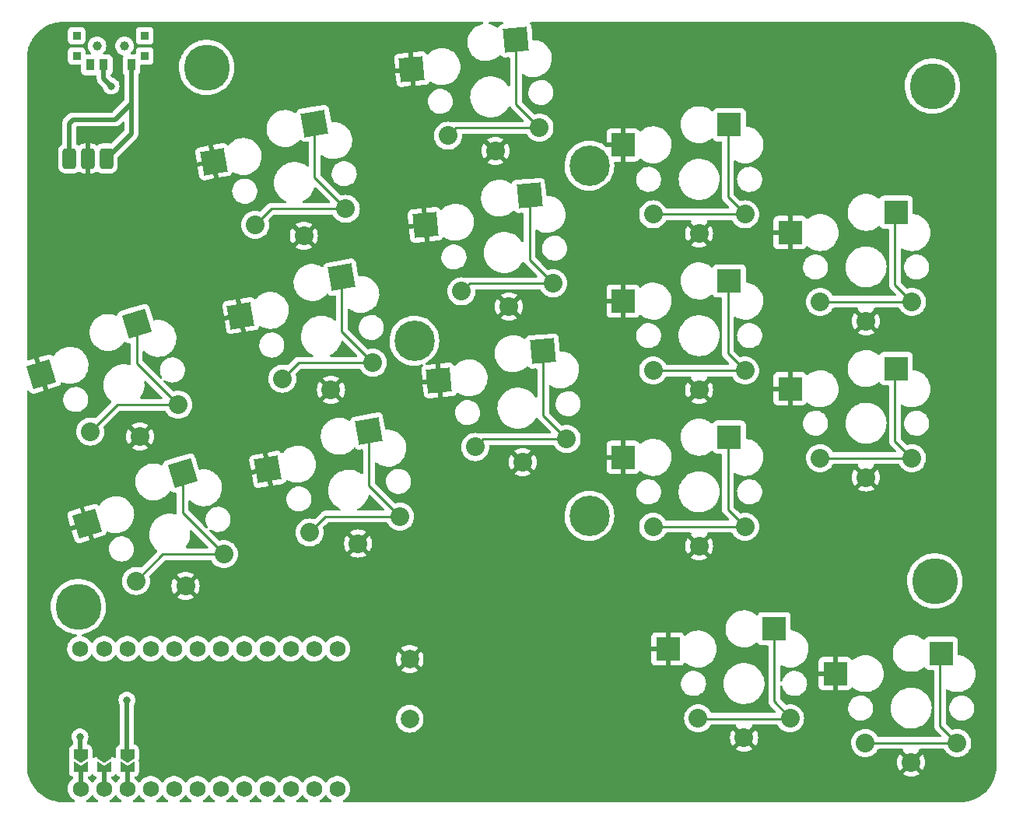
<source format=gtl>
%TF.GenerationSoftware,KiCad,Pcbnew,(6.0.4)*%
%TF.CreationDate,2022-07-08T06:12:19+02:00*%
%TF.ProjectId,battoota,62617474-6f6f-4746-912e-6b696361645f,v1.0.0*%
%TF.SameCoordinates,Original*%
%TF.FileFunction,Copper,L1,Top*%
%TF.FilePolarity,Positive*%
%FSLAX46Y46*%
G04 Gerber Fmt 4.6, Leading zero omitted, Abs format (unit mm)*
G04 Created by KiCad (PCBNEW (6.0.4)) date 2022-07-08 06:12:19*
%MOMM*%
%LPD*%
G01*
G04 APERTURE LIST*
G04 Aperture macros list*
%AMRoundRect*
0 Rectangle with rounded corners*
0 $1 Rounding radius*
0 $2 $3 $4 $5 $6 $7 $8 $9 X,Y pos of 4 corners*
0 Add a 4 corners polygon primitive as box body*
4,1,4,$2,$3,$4,$5,$6,$7,$8,$9,$2,$3,0*
0 Add four circle primitives for the rounded corners*
1,1,$1+$1,$2,$3*
1,1,$1+$1,$4,$5*
1,1,$1+$1,$6,$7*
1,1,$1+$1,$8,$9*
0 Add four rect primitives between the rounded corners*
20,1,$1+$1,$2,$3,$4,$5,0*
20,1,$1+$1,$4,$5,$6,$7,0*
20,1,$1+$1,$6,$7,$8,$9,0*
20,1,$1+$1,$8,$9,$2,$3,0*%
%AMRotRect*
0 Rectangle, with rotation*
0 The origin of the aperture is its center*
0 $1 length*
0 $2 width*
0 $3 Rotation angle, in degrees counterclockwise*
0 Add horizontal line*
21,1,$1,$2,0,0,$3*%
%AMFreePoly0*
4,1,6,0.500000,-0.750000,-0.500000,-0.750000,-1.000000,0.000000,-0.500000,0.750000,0.500000,0.750000,0.500000,-0.750000,0.500000,-0.750000,$1*%
%AMFreePoly1*
4,1,6,0.150000,0.000000,0.650000,-0.750000,-0.500000,-0.750000,-0.500000,0.750000,0.650000,0.750000,0.150000,0.000000,0.150000,0.000000,$1*%
G04 Aperture macros list end*
%TA.AperFunction,ComponentPad*%
%ADD10C,5.000000*%
%TD*%
%TA.AperFunction,ComponentPad*%
%ADD11C,2.000000*%
%TD*%
%TA.AperFunction,SMDPad,CuDef*%
%ADD12RotRect,2.600000X2.600000X10.000000*%
%TD*%
%TA.AperFunction,ComponentPad*%
%ADD13C,2.032000*%
%TD*%
%TA.AperFunction,SMDPad,CuDef*%
%ADD14RotRect,2.600000X2.600000X5.000000*%
%TD*%
%TA.AperFunction,SMDPad,CuDef*%
%ADD15R,2.600000X2.600000*%
%TD*%
%TA.AperFunction,SMDPad,CuDef*%
%ADD16R,0.900000X0.900000*%
%TD*%
%TA.AperFunction,SMDPad,CuDef*%
%ADD17R,0.900000X1.250000*%
%TD*%
%TA.AperFunction,WasherPad*%
%ADD18C,1.000000*%
%TD*%
%TA.AperFunction,ComponentPad*%
%ADD19RoundRect,0.375000X-0.375000X-0.750000X0.375000X-0.750000X0.375000X0.750000X-0.375000X0.750000X0*%
%TD*%
%TA.AperFunction,SMDPad,CuDef*%
%ADD20RotRect,2.600000X2.600000X17.000000*%
%TD*%
%TA.AperFunction,ComponentPad*%
%ADD21C,1.752600*%
%TD*%
%TA.AperFunction,SMDPad,CuDef*%
%ADD22FreePoly0,90.000000*%
%TD*%
%TA.AperFunction,SMDPad,CuDef*%
%ADD23FreePoly1,90.000000*%
%TD*%
%TA.AperFunction,SMDPad,CuDef*%
%ADD24R,0.500000X1.524000*%
%TD*%
%TA.AperFunction,ComponentPad*%
%ADD25C,4.400000*%
%TD*%
%TA.AperFunction,ViaPad*%
%ADD26C,0.800000*%
%TD*%
%TA.AperFunction,Conductor*%
%ADD27C,0.500000*%
%TD*%
%TA.AperFunction,Conductor*%
%ADD28C,0.250000*%
%TD*%
G04 APERTURE END LIST*
D10*
%TO.P,,1,1*%
%TO.N,N/C*%
X47860791Y58573254D03*
%TD*%
%TO.P,,1,1*%
%TO.N,N/C*%
X141078791Y61367254D03*
%TD*%
%TO.P,,1,1*%
%TO.N,N/C*%
X140824791Y115215254D03*
%TD*%
%TO.P,,1,1*%
%TO.N,N/C*%
X61830791Y117247254D03*
%TD*%
D11*
%TO.P,B1,2*%
%TO.N,GND*%
X83928791Y52881254D03*
%TO.P,B1,1*%
%TO.N,RST*%
X83928791Y46381254D03*
%TD*%
D12*
%TO.P,S11,1*%
%TO.N,P19*%
X73579148Y111173370D03*
D13*
X67122934Y100134557D03*
X76971012Y101871038D03*
D12*
%TO.P,S11,2*%
%TO.N,GND*%
X62586644Y107001157D03*
D13*
X72411634Y98934701D03*
%TD*%
%TO.P,S15,1*%
%TO.N,P16*%
X89571861Y92892848D03*
D14*
X96965603Y103326959D03*
D13*
X99533808Y93764406D03*
%TO.P,S15,2*%
%TO.N,GND*%
X94735862Y91236618D03*
D14*
X85651297Y100128683D03*
%TD*%
D15*
%TO.P,S21,1*%
%TO.N,P4*%
X118699790Y94027253D03*
D13*
X120424791Y84277254D03*
X110424791Y84277254D03*
D15*
%TO.P,S21,2*%
%TO.N,GND*%
X107149790Y91827254D03*
D13*
X115424791Y82177254D03*
%TD*%
D16*
%TO.P,T1,*%
%TO.N,*%
X55089406Y118508838D03*
X47689406Y120708838D03*
X55089406Y120708838D03*
X47689406Y118508838D03*
D17*
%TO.P,T1,1*%
%TO.N,Braw*%
X53639406Y117533838D03*
%TO.P,T1,2*%
%TO.N,RAW*%
X50639406Y117533838D03*
%TO.P,T1,3*%
%TO.N,N/C*%
X49139406Y117533838D03*
%TD*%
D18*
%TO.P,T2,*%
%TO.N,*%
X49889406Y119608838D03*
X52889406Y119608838D03*
%TD*%
D13*
%TO.P,S29,1*%
%TO.N,P6*%
X128599495Y91744491D03*
X138599495Y91744491D03*
D15*
X136874494Y101494490D03*
D13*
%TO.P,S29,2*%
%TO.N,GND*%
X133599495Y89644491D03*
D15*
X125324494Y99294491D03*
%TD*%
%TO.P,S33,1*%
%TO.N,P9*%
X141786791Y53493253D03*
D13*
X143511792Y43743254D03*
X133511792Y43743254D03*
%TO.P,S33,2*%
%TO.N,GND*%
X138511792Y41643254D03*
D15*
X130236791Y51293254D03*
%TD*%
D13*
%TO.P,S7,1*%
%TO.N,P15*%
X82875050Y68387574D03*
D12*
X79483186Y77689906D03*
D13*
X73026972Y66651093D03*
D12*
%TO.P,S7,2*%
%TO.N,GND*%
X68490682Y73517693D03*
D13*
X78315672Y65451237D03*
%TD*%
D19*
%TO.P,PAD1,1*%
%TO.N,Braw*%
X50908791Y107341254D03*
%TO.P,PAD1,2*%
%TO.N,GND*%
X48908791Y107341254D03*
%TO.P,PAD1,3*%
%TO.N,Braw*%
X46908791Y107341254D03*
%TD*%
D13*
%TO.P,S5,1*%
%TO.N,P20*%
X58734795Y80557863D03*
D20*
X54234545Y89377492D03*
D13*
X49171748Y77634146D03*
D20*
%TO.P,S5,2*%
%TO.N,GND*%
X43832442Y83896730D03*
D13*
X54567252Y77087765D03*
%TD*%
D15*
%TO.P,S27,1*%
%TO.N,P7*%
X136874494Y84494490D03*
D13*
X138599495Y74744491D03*
X128599495Y74744491D03*
%TO.P,S27,2*%
%TO.N,GND*%
X133599495Y72644491D03*
D15*
X125324494Y82294491D03*
%TD*%
D13*
%TO.P,S9,2*%
%TO.N,GND*%
X75363653Y82192969D03*
D12*
X65538663Y90259425D03*
D13*
%TO.P,S9,1*%
%TO.N,P18*%
X70074953Y83392825D03*
X79923031Y85129306D03*
D12*
X76531167Y94431638D03*
%TD*%
D13*
%TO.P,S13,1*%
%TO.N,P10*%
X91053509Y75957538D03*
D14*
X98447251Y86391649D03*
D13*
X101015456Y76829096D03*
%TO.P,S13,2*%
%TO.N,GND*%
X96217510Y74301308D03*
D14*
X87132945Y83193373D03*
%TD*%
%TO.P,S17,1*%
%TO.N,P14*%
X95483956Y120262269D03*
D13*
X98052161Y110699716D03*
X88090214Y109828158D03*
D14*
%TO.P,S17,2*%
%TO.N,GND*%
X84169650Y117063993D03*
D13*
X93254215Y108171928D03*
%TD*%
%TO.P,S31,2*%
%TO.N,GND*%
X120321152Y44326273D03*
D15*
X112046151Y53976273D03*
%TO.P,S31,1*%
%TO.N,P8*%
X123596151Y56176272D03*
D13*
X115321152Y46426273D03*
X125321152Y46426273D03*
%TD*%
D21*
%TO.P,MCU1,24*%
%TO.N,P9*%
X76054791Y38761254D03*
%TO.P,MCU1,23*%
%TO.N,P8*%
X73514791Y38761254D03*
%TO.P,MCU1,22*%
%TO.N,P7*%
X70974791Y38761254D03*
%TO.P,MCU1,21*%
%TO.N,P6*%
X68434791Y38761254D03*
%TO.P,MCU1,20*%
%TO.N,P5*%
X65894791Y38761254D03*
%TO.P,MCU1,19*%
%TO.N,P4*%
X63354791Y38761254D03*
%TO.P,MCU1,18*%
%TO.N,P3*%
X60814791Y38761254D03*
%TO.P,MCU1,17*%
%TO.N,P2*%
X58274791Y38761254D03*
%TO.P,MCU1,16*%
%TO.N,N/C*%
X55734791Y38761254D03*
%TO.P,MCU1,12*%
%TO.N,P10*%
X76054791Y54001254D03*
%TO.P,MCU1,11*%
%TO.N,P16*%
X73514791Y54001254D03*
%TO.P,MCU1,10*%
%TO.N,P14*%
X70974791Y54001254D03*
%TO.P,MCU1,9*%
%TO.N,P15*%
X68434791Y54001254D03*
%TO.P,MCU1,8*%
%TO.N,P18*%
X65894791Y54001254D03*
%TO.P,MCU1,7*%
%TO.N,P19*%
X63354791Y54001254D03*
%TO.P,MCU1,6*%
%TO.N,P20*%
X60814791Y54001254D03*
%TO.P,MCU1,5*%
%TO.N,P21*%
X58274791Y54001254D03*
%TO.P,MCU1,4*%
%TO.N,N/C*%
X55734791Y54001254D03*
D22*
%TO.P,MCU1,3*%
%TO.N,RST*%
X53194791Y42544777D03*
%TO.P,MCU1,2*%
%TO.N,GND*%
X50654791Y42544777D03*
%TO.P,MCU1,1*%
%TO.N,RAW*%
X48114791Y42544777D03*
D21*
%TO.P,MCU1,*%
%TO.N,*%
X50654791Y54001254D03*
X48114791Y38761254D03*
X48031045Y54001254D03*
D23*
X48114791Y41094777D03*
X53194791Y41094777D03*
D24*
X53194791Y40144777D03*
X50654791Y40144777D03*
D21*
X53194791Y54001254D03*
D24*
X48114791Y40144777D03*
D21*
X53194791Y38761254D03*
D23*
X50654791Y41094777D03*
D21*
X50654791Y38761254D03*
%TD*%
D20*
%TO.P,S3,2*%
%TO.N,GND*%
X48802761Y67639549D03*
D13*
X59537571Y60830584D03*
%TO.P,S3,1*%
%TO.N,P21*%
X63705114Y64300682D03*
D20*
X59204864Y73120311D03*
D13*
X54142067Y61376965D03*
%TD*%
D25*
%TO.P,REF\u002A\u002A,1*%
%TO.N,N/C*%
X84436791Y87529254D03*
X103486791Y68479254D03*
X103486791Y106579254D03*
%TD*%
D15*
%TO.P,S23,1*%
%TO.N,P3*%
X118699790Y111027253D03*
D13*
X120424791Y101277254D03*
X110424791Y101277254D03*
%TO.P,S23,2*%
%TO.N,GND*%
X115424791Y99177254D03*
D15*
X107149790Y108827254D03*
%TD*%
%TO.P,S19,1*%
%TO.N,P5*%
X118699790Y77027253D03*
D13*
X110424791Y67277254D03*
X120424791Y67277254D03*
D15*
%TO.P,S19,2*%
%TO.N,GND*%
X107149790Y74827254D03*
D13*
X115424791Y65177254D03*
%TD*%
D26*
%TO.N,GND*%
X50606907Y46328628D03*
%TO.N,RAW*%
X48044190Y44424041D03*
X51441433Y115221539D03*
%TO.N,RST*%
X53150987Y48413823D03*
%TD*%
D27*
%TO.N,Braw*%
X46844791Y107405254D02*
X46908791Y107341254D01*
X46844791Y111151254D02*
X46844791Y107405254D01*
X51860791Y111595254D02*
X47288791Y111595254D01*
X53639406Y113373869D02*
X51860791Y111595254D01*
X47288791Y111595254D02*
X46844791Y111151254D01*
X53639406Y117533838D02*
X53639406Y113373869D01*
X53639406Y110071869D02*
X50908791Y107341254D01*
X53639406Y117533838D02*
X53639406Y110071869D01*
D28*
%TO.N,P9*%
X143511792Y43743254D02*
X133511792Y43743254D01*
X141637271Y45617775D02*
X143511792Y43743254D01*
X141637271Y53343733D02*
X141637271Y45617775D01*
X141786791Y53493253D02*
X141637271Y53343733D01*
%TO.N,P8*%
X125485957Y46401473D02*
X115485957Y46401473D01*
X123611436Y48275994D02*
X125485957Y46401473D01*
X123611436Y56001952D02*
X123611436Y48275994D01*
X123760956Y56151472D02*
X123611436Y56001952D01*
%TO.N,P20*%
X58734795Y80557863D02*
X52095465Y80557863D01*
X54234545Y89377494D02*
X54234545Y85058113D01*
X52095465Y80557863D02*
X49171748Y77634146D01*
X54234545Y85058113D02*
X58734795Y80557863D01*
D27*
%TO.N,GND*%
X50654791Y46280744D02*
X50654791Y42467731D01*
X50606907Y46328628D02*
X50654791Y46280744D01*
D28*
%TO.N,P15*%
X79483187Y71779437D02*
X82875050Y68387574D01*
X82875050Y68387574D02*
X74763453Y68387574D01*
X79483187Y77689907D02*
X79483187Y71779437D01*
X74763453Y68387574D02*
X73026972Y66651093D01*
%TO.N,P18*%
X76531168Y88521169D02*
X79923031Y85129306D01*
X76531168Y94431639D02*
X76531168Y88521169D01*
X79923031Y85129306D02*
X71811434Y85129306D01*
X71811434Y85129306D02*
X70074953Y83392825D01*
%TO.N,P19*%
X68859415Y101871038D02*
X67122934Y100134557D01*
X73579149Y111173371D02*
X73579149Y105262901D01*
X76971012Y101871038D02*
X68859415Y101871038D01*
X73579149Y105262901D02*
X76971012Y101871038D01*
%TO.N,P10*%
X91925067Y76829096D02*
X91053509Y75957538D01*
X101015456Y76829096D02*
X98447252Y79397300D01*
X98447252Y79397300D02*
X98447252Y86391651D01*
X101015456Y76829096D02*
X91925067Y76829096D01*
%TO.N,P16*%
X99533808Y93764406D02*
X90443419Y93764406D01*
X96965604Y96332610D02*
X99533808Y93764406D01*
X96965604Y103326961D02*
X96965604Y96332610D01*
X90443419Y93764406D02*
X89571861Y92892848D01*
%TO.N,P14*%
X95483957Y120262271D02*
X95483957Y113267920D01*
X88961772Y110699716D02*
X88090214Y109828158D01*
X98052161Y110699716D02*
X88961772Y110699716D01*
X95483957Y113267920D02*
X98052161Y110699716D01*
%TO.N,P5*%
X120424791Y67277254D02*
X110424791Y67277254D01*
X118550270Y76877733D02*
X118550270Y69151775D01*
X118550270Y69151775D02*
X120424791Y67277254D01*
X118699791Y77027254D02*
X118550270Y76877733D01*
%TO.N,P4*%
X118550270Y86151775D02*
X120424791Y84277254D01*
X110424791Y84277254D02*
X120424791Y84277254D01*
X118550270Y93877733D02*
X118550270Y86151775D01*
X118699791Y94027254D02*
X118550270Y93877733D01*
%TO.N,P3*%
X118550270Y110877733D02*
X118550270Y103151775D01*
X120424791Y101277254D02*
X110424791Y101277254D01*
X118699791Y111027254D02*
X118550270Y110877733D01*
X118550270Y103151775D02*
X120424791Y101277254D01*
%TO.N,P7*%
X136724974Y76619012D02*
X136724974Y84344970D01*
X138599495Y74744491D02*
X136724974Y76619012D01*
X136724974Y84344970D02*
X136874495Y84494491D01*
X128599495Y74744491D02*
X138599495Y74744491D01*
%TO.N,P6*%
X136724974Y93619012D02*
X136724974Y101344970D01*
X136724974Y101344970D02*
X136874495Y101494491D01*
X138599495Y91744491D02*
X136724974Y93619012D01*
X128599495Y91744491D02*
X138599495Y91744491D01*
%TO.N,P21*%
X59204864Y68800932D02*
X63705114Y64300682D01*
X63705114Y64300682D02*
X57065784Y64300682D01*
X57065784Y64300682D02*
X54142067Y61376965D01*
X59204864Y73120313D02*
X59204864Y68800932D01*
D27*
%TO.N,RAW*%
X48072149Y44396082D02*
X48072149Y42443543D01*
X50639406Y116023566D02*
X51441433Y115221539D01*
X48044190Y44424041D02*
X48072149Y44396082D01*
X50639406Y117533838D02*
X50639406Y116023566D01*
%TO.N,RST*%
X53150987Y48413823D02*
X53172149Y48392661D01*
X53172149Y48392661D02*
X53172149Y42490373D01*
%TD*%
%TA.AperFunction,Conductor*%
%TO.N,GND*%
G36*
X75747839Y122201752D02*
G01*
X91827448Y122201280D01*
X91895568Y122181276D01*
X91942059Y122127619D01*
X91952161Y122057345D01*
X91922666Y121992765D01*
X91862939Y121954383D01*
X91853645Y121952034D01*
X91666449Y121912244D01*
X91662320Y121910741D01*
X91662316Y121910740D01*
X91406638Y121817681D01*
X91406634Y121817679D01*
X91402493Y121816172D01*
X91154477Y121684299D01*
X91150918Y121681713D01*
X91150916Y121681712D01*
X90931227Y121522099D01*
X90927227Y121519193D01*
X90725167Y121324066D01*
X90552231Y121102717D01*
X90550035Y121098913D01*
X90550030Y121098906D01*
X90448037Y120922248D01*
X90411783Y120859454D01*
X90306557Y120599011D01*
X90305492Y120594738D01*
X90305491Y120594736D01*
X90240314Y120333324D01*
X90238602Y120326459D01*
X90238143Y120322091D01*
X90238142Y120322086D01*
X90209700Y120051471D01*
X90209241Y120047102D01*
X90209394Y120042714D01*
X90209394Y120042708D01*
X90217693Y119805071D01*
X90219044Y119766377D01*
X90219806Y119762054D01*
X90219807Y119762047D01*
X90232838Y119688147D01*
X90267821Y119489748D01*
X90354622Y119222600D01*
X90356550Y119218647D01*
X90356552Y119218642D01*
X90382581Y119165276D01*
X90477759Y118970133D01*
X90480214Y118966494D01*
X90480217Y118966488D01*
X90541942Y118874977D01*
X90634834Y118737259D01*
X90637779Y118733988D01*
X90637780Y118733987D01*
X90668124Y118700287D01*
X90822790Y118528513D01*
X91037969Y118347956D01*
X91276183Y118199104D01*
X91409903Y118139568D01*
X91521982Y118089667D01*
X91532794Y118084853D01*
X91537022Y118083641D01*
X91537021Y118083641D01*
X91779468Y118014121D01*
X91802809Y118007428D01*
X91807159Y118006817D01*
X91807162Y118006816D01*
X91910109Y117992348D01*
X92080971Y117968335D01*
X92291565Y117968335D01*
X92293751Y117968488D01*
X92293755Y117968488D01*
X92497246Y117982717D01*
X92497251Y117982718D01*
X92501631Y117983024D01*
X92776389Y118041426D01*
X92780518Y118042929D01*
X92780522Y118042930D01*
X93036200Y118135989D01*
X93036204Y118135991D01*
X93040345Y118137498D01*
X93288361Y118269371D01*
X93291922Y118271958D01*
X93512048Y118431888D01*
X93512051Y118431891D01*
X93515611Y118434477D01*
X93524834Y118443383D01*
X93671847Y118585352D01*
X93680952Y118594145D01*
X93743849Y118627077D01*
X93814565Y118620777D01*
X93872213Y118574299D01*
X93874807Y118568874D01*
X93880794Y118562190D01*
X93965997Y118467061D01*
X93966000Y118467059D01*
X93971987Y118460374D01*
X94095713Y118383511D01*
X94236039Y118344463D01*
X94243940Y118344297D01*
X94243943Y118344297D01*
X94295161Y118343224D01*
X94295170Y118343224D01*
X94298573Y118343153D01*
X94713477Y118379453D01*
X94783080Y118365464D01*
X94834072Y118316065D01*
X94850457Y118253932D01*
X94850457Y115312226D01*
X94830455Y115244105D01*
X94776799Y115197612D01*
X94706525Y115187508D01*
X94641945Y115217002D01*
X94621751Y115239237D01*
X94468977Y115454212D01*
X94468972Y115454218D01*
X94466553Y115457622D01*
X94463709Y115460672D01*
X94463704Y115460678D01*
X94267996Y115670549D01*
X94265150Y115673601D01*
X94036951Y115861045D01*
X93785967Y116016662D01*
X93516606Y116137718D01*
X93233601Y116222085D01*
X93229481Y116222738D01*
X93229479Y116222738D01*
X92945404Y116267732D01*
X92945398Y116267733D01*
X92941923Y116268283D01*
X92917364Y116269398D01*
X92850979Y116272413D01*
X92850958Y116272413D01*
X92849559Y116272477D01*
X92665095Y116272477D01*
X92445332Y116257880D01*
X92441233Y116257054D01*
X92441229Y116257053D01*
X92319896Y116232588D01*
X92155845Y116199510D01*
X91876621Y116103365D01*
X91851202Y116090636D01*
X91653577Y115991673D01*
X91612565Y115971136D01*
X91368318Y115805145D01*
X91365204Y115802361D01*
X91365203Y115802360D01*
X91309734Y115752765D01*
X91148169Y115608309D01*
X91145452Y115605139D01*
X91145451Y115605138D01*
X90961885Y115390968D01*
X90955987Y115384087D01*
X90953713Y115380585D01*
X90953709Y115380580D01*
X90797426Y115139926D01*
X90795147Y115136416D01*
X90793353Y115132638D01*
X90793352Y115132636D01*
X90752632Y115046880D01*
X90668477Y114869649D01*
X90667198Y114865666D01*
X90667197Y114865663D01*
X90589344Y114623180D01*
X90578201Y114588473D01*
X90577460Y114584354D01*
X90527313Y114305645D01*
X90525906Y114297827D01*
X90525717Y114293660D01*
X90525716Y114293653D01*
X90513218Y114018410D01*
X90512510Y114002818D01*
X90538248Y113708628D01*
X90539158Y113704556D01*
X90539159Y113704551D01*
X90593242Y113462598D01*
X90602668Y113420427D01*
X90604111Y113416504D01*
X90604112Y113416502D01*
X90615670Y113385090D01*
X90704640Y113143278D01*
X90706587Y113139585D01*
X90706588Y113139583D01*
X90781620Y112997273D01*
X90842370Y112882050D01*
X90875534Y112835384D01*
X91011015Y112644742D01*
X91011020Y112644736D01*
X91013439Y112641332D01*
X91016283Y112638282D01*
X91016288Y112638276D01*
X91199374Y112441940D01*
X91214842Y112425353D01*
X91443041Y112237909D01*
X91694025Y112082292D01*
X91697842Y112080576D01*
X91697845Y112080575D01*
X91770704Y112047831D01*
X91963386Y111961236D01*
X92246391Y111876869D01*
X92250511Y111876216D01*
X92250513Y111876216D01*
X92534588Y111831222D01*
X92534594Y111831221D01*
X92538069Y111830671D01*
X92562628Y111829556D01*
X92629013Y111826541D01*
X92629034Y111826541D01*
X92630433Y111826477D01*
X92814897Y111826477D01*
X93034660Y111841074D01*
X93038759Y111841900D01*
X93038763Y111841901D01*
X93212186Y111876869D01*
X93324147Y111899444D01*
X93603371Y111995589D01*
X93773085Y112080575D01*
X93863691Y112125947D01*
X93863693Y112125948D01*
X93867427Y112127818D01*
X94111674Y112293809D01*
X94132133Y112312101D01*
X94328708Y112487860D01*
X94331823Y112490645D01*
X94355312Y112518050D01*
X94521285Y112711693D01*
X94521288Y112711697D01*
X94524005Y112714867D01*
X94526279Y112718369D01*
X94526283Y112718374D01*
X94682566Y112959028D01*
X94682569Y112959033D01*
X94684845Y112962538D01*
X94690699Y112974868D01*
X94737986Y113027824D01*
X94806398Y113046809D01*
X94874213Y113025794D01*
X94916285Y112973858D01*
X94917670Y112974619D01*
X94921484Y112967680D01*
X94924405Y112960303D01*
X94929067Y112953887D01*
X94929067Y112953886D01*
X94950393Y112924533D01*
X94956909Y112914613D01*
X94973983Y112885743D01*
X94979415Y112876558D01*
X94993736Y112862237D01*
X95006576Y112847204D01*
X95018485Y112830813D01*
X95024591Y112825762D01*
X95052562Y112802622D01*
X95061341Y112794632D01*
X96307661Y111548311D01*
X96341687Y111485999D01*
X96336622Y111415183D01*
X96294075Y111358348D01*
X96227555Y111333537D01*
X96218566Y111333216D01*
X89040539Y111333216D01*
X89029356Y111333743D01*
X89021863Y111335418D01*
X89013937Y111335169D01*
X89013936Y111335169D01*
X88953786Y111333278D01*
X88949827Y111333216D01*
X88921916Y111333216D01*
X88917982Y111332719D01*
X88917981Y111332719D01*
X88917916Y111332711D01*
X88906079Y111331778D01*
X88874262Y111330778D01*
X88869801Y111330638D01*
X88861882Y111330389D01*
X88852258Y111327593D01*
X88842430Y111324738D01*
X88823078Y111320730D01*
X88816007Y111319836D01*
X88802975Y111318190D01*
X88795606Y111315273D01*
X88795604Y111315272D01*
X88761869Y111301916D01*
X88750641Y111298071D01*
X88708179Y111285734D01*
X88701356Y111281699D01*
X88701352Y111281697D01*
X88699282Y111280473D01*
X88697448Y111280008D01*
X88694082Y111278551D01*
X88693847Y111279094D01*
X88630466Y111263015D01*
X88586929Y111272519D01*
X88567340Y111280633D01*
X88567338Y111280634D01*
X88562767Y111282527D01*
X88557963Y111283680D01*
X88557958Y111283682D01*
X88334249Y111337390D01*
X88334243Y111337391D01*
X88329436Y111338545D01*
X88090214Y111357372D01*
X87850992Y111338545D01*
X87846185Y111337391D01*
X87846179Y111337390D01*
X87699251Y111302115D01*
X87617661Y111282527D01*
X87613090Y111280634D01*
X87613088Y111280633D01*
X87400537Y111192592D01*
X87400535Y111192591D01*
X87395965Y111190698D01*
X87191365Y111065318D01*
X87187598Y111062101D01*
X87187597Y111062100D01*
X87059201Y110952440D01*
X87008896Y110909476D01*
X86853054Y110727007D01*
X86727674Y110522407D01*
X86725781Y110517837D01*
X86725780Y110517835D01*
X86662602Y110365308D01*
X86635845Y110300711D01*
X86622436Y110244860D01*
X86580982Y110072193D01*
X86580981Y110072187D01*
X86579827Y110067380D01*
X86561000Y109828158D01*
X86579827Y109588936D01*
X86580981Y109584129D01*
X86580982Y109584123D01*
X86609396Y109465774D01*
X86635845Y109355605D01*
X86637738Y109351034D01*
X86637739Y109351032D01*
X86723041Y109145095D01*
X86727674Y109133909D01*
X86853054Y108929309D01*
X86856271Y108925542D01*
X86856272Y108925541D01*
X86955493Y108809367D01*
X87008896Y108746840D01*
X87012658Y108743627D01*
X87185127Y108596326D01*
X87191365Y108590998D01*
X87395965Y108465618D01*
X87400535Y108463725D01*
X87400537Y108463724D01*
X87613088Y108375683D01*
X87617661Y108373789D01*
X87689312Y108356587D01*
X87846179Y108318926D01*
X87846185Y108318925D01*
X87850992Y108317771D01*
X88090214Y108298944D01*
X88329436Y108317771D01*
X88334243Y108318925D01*
X88334249Y108318926D01*
X88491116Y108356587D01*
X88562767Y108373789D01*
X88567340Y108375683D01*
X88779891Y108463724D01*
X88779893Y108463725D01*
X88784463Y108465618D01*
X88989063Y108590998D01*
X88995302Y108596326D01*
X89167770Y108743627D01*
X89171532Y108746840D01*
X89224935Y108809367D01*
X89324156Y108925541D01*
X89324157Y108925542D01*
X89327374Y108929309D01*
X89452754Y109133909D01*
X89457388Y109145095D01*
X89542689Y109351032D01*
X89542690Y109351034D01*
X89544583Y109355605D01*
X89559004Y109415675D01*
X92374672Y109415675D01*
X92378456Y109406897D01*
X93241403Y108543950D01*
X93255347Y108536336D01*
X93257180Y108536467D01*
X93263795Y108540718D01*
X94126931Y109403854D01*
X94133691Y109416234D01*
X94127964Y109423884D01*
X93952456Y109531435D01*
X93943662Y109535916D01*
X93731186Y109623926D01*
X93721801Y109626975D01*
X93498171Y109680665D01*
X93488424Y109682208D01*
X93259145Y109700253D01*
X93249285Y109700253D01*
X93020006Y109682208D01*
X93010259Y109680665D01*
X92786629Y109626975D01*
X92777244Y109623926D01*
X92564768Y109535916D01*
X92555974Y109531435D01*
X92384132Y109426131D01*
X92374672Y109415675D01*
X89559004Y109415675D01*
X89571032Y109465774D01*
X89599446Y109584123D01*
X89599447Y109584129D01*
X89600601Y109588936D01*
X89619428Y109828158D01*
X89611387Y109930330D01*
X89625983Y109999810D01*
X89675826Y110050370D01*
X89736999Y110066216D01*
X96581891Y110066216D01*
X96650012Y110046214D01*
X96687870Y110004394D01*
X96689621Y110005467D01*
X96815001Y109800867D01*
X96970843Y109618398D01*
X96974605Y109615185D01*
X97123575Y109487954D01*
X97153312Y109462556D01*
X97357912Y109337176D01*
X97362482Y109335283D01*
X97362484Y109335282D01*
X97575035Y109247241D01*
X97579608Y109245347D01*
X97618254Y109236069D01*
X97808126Y109190484D01*
X97808132Y109190483D01*
X97812939Y109189329D01*
X98052161Y109170502D01*
X98291383Y109189329D01*
X98296190Y109190483D01*
X98296196Y109190484D01*
X98486068Y109236069D01*
X98524714Y109245347D01*
X98529287Y109247241D01*
X98741838Y109335282D01*
X98741840Y109335283D01*
X98746410Y109337176D01*
X98951010Y109462556D01*
X98980748Y109487954D01*
X99129717Y109615185D01*
X99133479Y109618398D01*
X99289321Y109800867D01*
X99414701Y110005467D01*
X99420950Y110020552D01*
X99504636Y110222590D01*
X99504637Y110222592D01*
X99506530Y110227163D01*
X99528022Y110316683D01*
X99561393Y110455681D01*
X99561394Y110455687D01*
X99562548Y110460494D01*
X99581375Y110699716D01*
X99562548Y110938938D01*
X99561394Y110943745D01*
X99561393Y110943751D01*
X99507685Y111167457D01*
X99506530Y111172269D01*
X99504636Y111176842D01*
X99416595Y111389393D01*
X99416594Y111389395D01*
X99414701Y111393965D01*
X99289321Y111598565D01*
X99235169Y111661970D01*
X99136692Y111777272D01*
X99133479Y111781034D01*
X98982627Y111909873D01*
X98954778Y111933658D01*
X98954777Y111933659D01*
X98951010Y111936876D01*
X98746410Y112062256D01*
X98741840Y112064149D01*
X98741838Y112064150D01*
X98529287Y112152191D01*
X98529285Y112152192D01*
X98524714Y112154085D01*
X98434273Y112175798D01*
X98296196Y112208948D01*
X98296190Y112208949D01*
X98291383Y112210103D01*
X98052161Y112228930D01*
X97812939Y112210103D01*
X97808132Y112208949D01*
X97808126Y112208948D01*
X97579608Y112154085D01*
X97579074Y112156308D01*
X97517583Y112154529D01*
X97460475Y112187306D01*
X96817931Y112829851D01*
X96154362Y113493420D01*
X96120336Y113555732D01*
X96117457Y113582515D01*
X96117457Y114593102D01*
X96856267Y114593102D01*
X96856467Y114587772D01*
X96856467Y114587771D01*
X96858160Y114542673D01*
X96864921Y114362566D01*
X96912295Y114136784D01*
X96914253Y114131825D01*
X96914254Y114131823D01*
X96954665Y114029498D01*
X96997034Y113922212D01*
X97067784Y113805620D01*
X97109795Y113736388D01*
X97116714Y113724985D01*
X97120211Y113720955D01*
X97206835Y113621130D01*
X97267914Y113550742D01*
X97272045Y113547355D01*
X97442182Y113407850D01*
X97442188Y113407846D01*
X97446310Y113404466D01*
X97646802Y113290340D01*
X97651818Y113288519D01*
X97651823Y113288517D01*
X97858642Y113213445D01*
X97858646Y113213444D01*
X97863657Y113211625D01*
X97868906Y113210676D01*
X97868909Y113210675D01*
X98086590Y113171312D01*
X98086597Y113171311D01*
X98090674Y113170574D01*
X98108411Y113169738D01*
X98113359Y113169504D01*
X98113366Y113169504D01*
X98114847Y113169434D01*
X98276992Y113169434D01*
X98343948Y113175115D01*
X98443629Y113183573D01*
X98443633Y113183574D01*
X98448940Y113184024D01*
X98454095Y113185362D01*
X98454101Y113185363D01*
X98667070Y113240639D01*
X98667074Y113240640D01*
X98672239Y113241981D01*
X98677105Y113244173D01*
X98677108Y113244174D01*
X98877716Y113334541D01*
X98882582Y113336733D01*
X98887002Y113339709D01*
X98887006Y113339711D01*
X99006896Y113420427D01*
X99073952Y113465572D01*
X99240879Y113624812D01*
X99378588Y113809900D01*
X99433372Y113917651D01*
X99480725Y114010788D01*
X99480725Y114010789D01*
X99483144Y114015546D01*
X99533197Y114176742D01*
X99549972Y114230764D01*
X99549973Y114230770D01*
X99551556Y114235867D01*
X99567047Y114352745D01*
X99581167Y114459281D01*
X99581167Y114459286D01*
X99581867Y114464566D01*
X99573213Y114695102D01*
X99525839Y114920884D01*
X99522518Y114929295D01*
X99477349Y115043667D01*
X99441100Y115135456D01*
X99339396Y115303059D01*
X99335237Y115309913D01*
X137812679Y115309913D01*
X137812774Y115306283D01*
X137812774Y115306282D01*
X137820040Y115028820D01*
X137821761Y114963083D01*
X137870647Y114619594D01*
X137958688Y114284001D01*
X138084718Y113960751D01*
X138086415Y113957546D01*
X138219904Y113705429D01*
X138247066Y113654128D01*
X138249115Y113651147D01*
X138249116Y113651145D01*
X138441524Y113371190D01*
X138441530Y113371183D01*
X138443581Y113368198D01*
X138527456Y113272050D01*
X138619994Y113165972D01*
X138671657Y113106749D01*
X138678871Y113100185D01*
X138917132Y112883385D01*
X138928272Y112873248D01*
X139210024Y112670788D01*
X139513179Y112502054D01*
X139833719Y112369282D01*
X139837213Y112368287D01*
X139837215Y112368286D01*
X140163894Y112275229D01*
X140163899Y112275228D01*
X140167395Y112274232D01*
X140364095Y112242021D01*
X140506203Y112218750D01*
X140506210Y112218749D01*
X140509784Y112218164D01*
X140680713Y112210103D01*
X140852722Y112201991D01*
X140852723Y112201991D01*
X140856349Y112201820D01*
X140865206Y112202424D01*
X141198864Y112225170D01*
X141198872Y112225171D01*
X141202495Y112225418D01*
X141206070Y112226081D01*
X141206073Y112226081D01*
X141540070Y112287984D01*
X141540074Y112287985D01*
X141543635Y112288645D01*
X141743177Y112350032D01*
X141871769Y112389592D01*
X141875247Y112390662D01*
X142192936Y112530118D01*
X142209988Y112540082D01*
X142489351Y112703328D01*
X142489353Y112703329D01*
X142492491Y112705163D01*
X142505416Y112714867D01*
X142767035Y112911296D01*
X142767039Y112911299D01*
X142769942Y112913479D01*
X143021610Y113152304D01*
X143035992Y113169504D01*
X143241839Y113415694D01*
X143244161Y113418471D01*
X143275101Y113465572D01*
X143379701Y113624812D01*
X143434644Y113708455D01*
X143539859Y113917651D01*
X143588908Y114015174D01*
X143588911Y114015182D01*
X143590535Y114018410D01*
X143616062Y114088166D01*
X143708520Y114340817D01*
X143708521Y114340821D01*
X143709768Y114344228D01*
X143710613Y114347750D01*
X143710616Y114347758D01*
X143789915Y114678063D01*
X143789916Y114678067D01*
X143790762Y114681592D01*
X143800519Y114762221D01*
X143832107Y115023250D01*
X143832107Y115023257D01*
X143832443Y115026029D01*
X143832619Y115031611D01*
X143837610Y115190436D01*
X143838390Y115215254D01*
X143836789Y115243018D01*
X143818627Y115558008D01*
X143818626Y115558013D01*
X143818418Y115561628D01*
X143801417Y115659040D01*
X143759391Y115899839D01*
X143759389Y115899846D01*
X143758767Y115903412D01*
X143745950Y115946684D01*
X143708922Y116071686D01*
X143660228Y116236074D01*
X143646490Y116268283D01*
X143525531Y116551868D01*
X143525529Y116551871D01*
X143524107Y116555206D01*
X143501300Y116595192D01*
X143353999Y116853438D01*
X143352208Y116856578D01*
X143347976Y116862340D01*
X143275856Y116960519D01*
X143146809Y117136194D01*
X143122175Y117162704D01*
X142962482Y117334554D01*
X142910633Y117390350D01*
X142646810Y117615676D01*
X142358838Y117809185D01*
X142297795Y117840692D01*
X142088878Y117948522D01*
X142050532Y117968314D01*
X141725980Y118090952D01*
X141722459Y118091836D01*
X141722454Y118091838D01*
X141532431Y118139568D01*
X141389483Y118175474D01*
X141367267Y118178399D01*
X141049106Y118220286D01*
X141049098Y118220287D01*
X141045502Y118220760D01*
X140900836Y118223033D01*
X140702237Y118226153D01*
X140702233Y118226153D01*
X140698595Y118226210D01*
X140694981Y118225849D01*
X140694975Y118225849D01*
X140471621Y118203555D01*
X140353360Y118191751D01*
X140014374Y118117840D01*
X140010947Y118116667D01*
X140010941Y118116665D01*
X139711435Y118014121D01*
X139686130Y118005457D01*
X139372979Y117856091D01*
X139369900Y117854160D01*
X139369899Y117854159D01*
X139302904Y117812133D01*
X139079070Y117671722D01*
X139076234Y117669450D01*
X139076227Y117669445D01*
X138835617Y117476680D01*
X138808300Y117454795D01*
X138564257Y117208183D01*
X138562016Y117205325D01*
X138400867Y116999803D01*
X138350177Y116935156D01*
X138348284Y116932067D01*
X138348282Y116932064D01*
X138302471Y116857307D01*
X138168896Y116639333D01*
X138167371Y116636048D01*
X138167369Y116636044D01*
X138090707Y116470888D01*
X138022818Y116324634D01*
X137992377Y116232588D01*
X137915171Y115999140D01*
X137913878Y115995231D01*
X137913142Y115991676D01*
X137913141Y115991673D01*
X137846180Y115668330D01*
X137843521Y115655490D01*
X137824976Y115447694D01*
X137815461Y115341080D01*
X137812679Y115309913D01*
X99335237Y115309913D01*
X99324189Y115328120D01*
X99324188Y115328121D01*
X99321420Y115332683D01*
X99314266Y115340927D01*
X99173720Y115502893D01*
X99173718Y115502895D01*
X99170220Y115506926D01*
X99117383Y115550250D01*
X98995952Y115649818D01*
X98995946Y115649822D01*
X98991824Y115653202D01*
X98791332Y115767328D01*
X98786316Y115769149D01*
X98786311Y115769151D01*
X98579492Y115844223D01*
X98579488Y115844224D01*
X98574477Y115846043D01*
X98569228Y115846992D01*
X98569225Y115846993D01*
X98351544Y115886356D01*
X98351537Y115886357D01*
X98347460Y115887094D01*
X98329723Y115887930D01*
X98324775Y115888164D01*
X98324768Y115888164D01*
X98323287Y115888234D01*
X98161142Y115888234D01*
X98094186Y115882553D01*
X97994505Y115874095D01*
X97994501Y115874094D01*
X97989194Y115873644D01*
X97984039Y115872306D01*
X97984033Y115872305D01*
X97771064Y115817029D01*
X97771060Y115817028D01*
X97765895Y115815687D01*
X97761029Y115813495D01*
X97761026Y115813494D01*
X97560989Y115723384D01*
X97555552Y115720935D01*
X97551132Y115717959D01*
X97551128Y115717957D01*
X97463617Y115659040D01*
X97364182Y115592096D01*
X97197255Y115432856D01*
X97194067Y115428571D01*
X97064354Y115254230D01*
X97059546Y115247768D01*
X97057131Y115243018D01*
X97002444Y115135456D01*
X96954990Y115042122D01*
X96920784Y114931961D01*
X96888162Y114826904D01*
X96888161Y114826898D01*
X96886578Y114821801D01*
X96878287Y114759243D01*
X96859314Y114616091D01*
X96856267Y114593102D01*
X96117457Y114593102D01*
X96117457Y116423052D01*
X96137459Y116491173D01*
X96191115Y116537666D01*
X96261389Y116547770D01*
X96310227Y116529906D01*
X96416325Y116463609D01*
X96448900Y116443254D01*
X96544462Y116400707D01*
X96685872Y116337747D01*
X96705511Y116329003D01*
X96975526Y116251578D01*
X96979876Y116250967D01*
X96979879Y116250966D01*
X97082826Y116236498D01*
X97253688Y116212485D01*
X97464282Y116212485D01*
X97466468Y116212638D01*
X97466472Y116212638D01*
X97669963Y116226867D01*
X97669968Y116226868D01*
X97674348Y116227174D01*
X97949106Y116285576D01*
X97953235Y116287079D01*
X97953239Y116287080D01*
X98208917Y116380139D01*
X98208921Y116380141D01*
X98213062Y116381648D01*
X98461078Y116513521D01*
X98508218Y116547770D01*
X98684765Y116676038D01*
X98684768Y116676041D01*
X98688328Y116678627D01*
X98724536Y116713592D01*
X98869350Y116853438D01*
X98890388Y116873754D01*
X99063324Y117095103D01*
X99065520Y117098907D01*
X99065525Y117098914D01*
X99201571Y117334554D01*
X99203772Y117338366D01*
X99308998Y117598809D01*
X99312688Y117613609D01*
X99375889Y117867092D01*
X99375890Y117867097D01*
X99376953Y117871361D01*
X99383310Y117931839D01*
X99405855Y118146349D01*
X99405855Y118146352D01*
X99406314Y118150718D01*
X99406161Y118155112D01*
X99396665Y118427046D01*
X99396664Y118427052D01*
X99396511Y118431443D01*
X99392986Y118451438D01*
X99356597Y118657809D01*
X99347734Y118708072D01*
X99260933Y118975220D01*
X99259002Y118979181D01*
X99186854Y119127104D01*
X99137796Y119227687D01*
X99135341Y119231326D01*
X99135338Y119231332D01*
X99036090Y119378473D01*
X98980721Y119460561D01*
X98950549Y119494071D01*
X98795702Y119666045D01*
X98792765Y119669307D01*
X98577586Y119849864D01*
X98339372Y119998716D01*
X98082761Y120112967D01*
X97931368Y120156378D01*
X97816973Y120189180D01*
X97816972Y120189180D01*
X97812746Y120190392D01*
X97808396Y120191003D01*
X97808393Y120191004D01*
X97668218Y120210704D01*
X97534584Y120229485D01*
X97417691Y120229485D01*
X97349570Y120249487D01*
X97303077Y120303143D01*
X97292170Y120344503D01*
X97225531Y121106182D01*
X97168076Y121762894D01*
X97155928Y121824251D01*
X97134623Y121868817D01*
X97096976Y121947567D01*
X97096975Y121947568D01*
X97093105Y121955664D01*
X97087117Y121962350D01*
X97087114Y121962354D01*
X97061403Y121991060D01*
X97030854Y122055148D01*
X97039803Y122125578D01*
X97085408Y122179989D01*
X97155264Y122201124D01*
X109912894Y122200750D01*
X143825421Y122199755D01*
X143844800Y122198255D01*
X143859642Y122195944D01*
X143859647Y122195944D01*
X143868516Y122194563D01*
X143885825Y122196826D01*
X143888448Y122197169D01*
X143910602Y122198098D01*
X143945124Y122196502D01*
X144232196Y122183231D01*
X144243778Y122182157D01*
X144538639Y122141027D01*
X144592363Y122133533D01*
X144603803Y122131394D01*
X144946405Y122050816D01*
X144957599Y122047631D01*
X145143469Y121985335D01*
X145291307Y121935785D01*
X145302152Y121931584D01*
X145624135Y121789416D01*
X145634527Y121784242D01*
X145942037Y121612963D01*
X145951907Y121606851D01*
X146242279Y121407944D01*
X146251560Y121400936D01*
X146522340Y121176087D01*
X146530941Y121168246D01*
X146779815Y120919375D01*
X146787655Y120910774D01*
X147012494Y120640015D01*
X147019506Y120630731D01*
X147025796Y120621549D01*
X147218415Y120340364D01*
X147224542Y120330469D01*
X147394212Y120025861D01*
X147395807Y120022997D01*
X147400992Y120012584D01*
X147495064Y119799537D01*
X147543161Y119690610D01*
X147547364Y119679761D01*
X147602252Y119516001D01*
X147659216Y119346050D01*
X147662401Y119334856D01*
X147742984Y118992256D01*
X147745122Y118980816D01*
X147793753Y118632224D01*
X147794826Y118620643D01*
X147807659Y118343153D01*
X147809341Y118306776D01*
X147807976Y118281575D01*
X147806100Y118269524D01*
X147810227Y118237972D01*
X147811290Y118221640D01*
X147809700Y84288608D01*
X147807687Y41304278D01*
X147806187Y41284899D01*
X147803875Y41270052D01*
X147803875Y41270047D01*
X147802494Y41261179D01*
X147803658Y41252278D01*
X147805100Y41241247D01*
X147806029Y41219093D01*
X147791162Y40897507D01*
X147790088Y40885918D01*
X147741463Y40537338D01*
X147739324Y40525898D01*
X147665811Y40213337D01*
X147658746Y40183300D01*
X147655564Y40172115D01*
X147621494Y40070465D01*
X147543714Y39838401D01*
X147539510Y39827549D01*
X147397347Y39505581D01*
X147392159Y39495163D01*
X147220903Y39187700D01*
X147214777Y39177805D01*
X147015872Y38887441D01*
X147008858Y38878153D01*
X146784010Y38607379D01*
X146776169Y38598779D01*
X146527314Y38349924D01*
X146518714Y38342083D01*
X146247939Y38117235D01*
X146238651Y38110221D01*
X145948286Y37911317D01*
X145938409Y37905201D01*
X145630915Y37733928D01*
X145620510Y37728748D01*
X145298539Y37586585D01*
X145287698Y37582385D01*
X144953970Y37470532D01*
X144942799Y37467354D01*
X144665240Y37402073D01*
X144600192Y37386774D01*
X144588751Y37384635D01*
X144240170Y37336011D01*
X144228588Y37334937D01*
X144146566Y37331145D01*
X143914340Y37320410D01*
X143889137Y37321776D01*
X143886338Y37322212D01*
X143886337Y37322212D01*
X143877463Y37323594D01*
X143845888Y37319465D01*
X143829565Y37318403D01*
X116990422Y37317949D01*
X76798730Y37317270D01*
X76730610Y37337271D01*
X76684116Y37390926D01*
X76674011Y37461200D01*
X76703503Y37525781D01*
X76743295Y37556421D01*
X76761660Y37565418D01*
X76761662Y37565419D01*
X76766298Y37567690D01*
X76770502Y37570688D01*
X76770506Y37570691D01*
X76848474Y37626305D01*
X76951684Y37699924D01*
X77112984Y37860662D01*
X77144981Y37905190D01*
X77242846Y38041385D01*
X77245864Y38045585D01*
X77346758Y38249728D01*
X77412955Y38467608D01*
X77425491Y38562824D01*
X77442241Y38690053D01*
X77442242Y38690060D01*
X77442678Y38693375D01*
X77444337Y38761254D01*
X77434493Y38880986D01*
X77426102Y38983052D01*
X77426101Y38983058D01*
X77425678Y38988203D01*
X77375985Y39186043D01*
X77371463Y39204046D01*
X77371462Y39204050D01*
X77370204Y39209057D01*
X77368145Y39213793D01*
X77281463Y39413148D01*
X77281461Y39413151D01*
X77279403Y39417885D01*
X77155714Y39609079D01*
X77002459Y39777504D01*
X76823754Y39918636D01*
X76624398Y40028687D01*
X76428849Y40097935D01*
X76414620Y40102974D01*
X76414616Y40102975D01*
X76409745Y40104700D01*
X76404652Y40105607D01*
X76404649Y40105608D01*
X76190648Y40143727D01*
X76190642Y40143728D01*
X76185559Y40144633D01*
X76098489Y40145697D01*
X75963030Y40147352D01*
X75963028Y40147352D01*
X75957861Y40147415D01*
X75732767Y40112971D01*
X75516320Y40042225D01*
X75455832Y40010737D01*
X75319451Y39939741D01*
X75314335Y39937078D01*
X75310202Y39933975D01*
X75310199Y39933973D01*
X75136370Y39803459D01*
X75132235Y39800354D01*
X74974911Y39635724D01*
X74959341Y39612899D01*
X74888575Y39509160D01*
X74833664Y39464158D01*
X74763139Y39455987D01*
X74699392Y39487241D01*
X74678695Y39511725D01*
X74618522Y39604739D01*
X74618520Y39604742D01*
X74615714Y39609079D01*
X74462459Y39777504D01*
X74283754Y39918636D01*
X74084398Y40028687D01*
X73888849Y40097935D01*
X73874620Y40102974D01*
X73874616Y40102975D01*
X73869745Y40104700D01*
X73864652Y40105607D01*
X73864649Y40105608D01*
X73650648Y40143727D01*
X73650642Y40143728D01*
X73645559Y40144633D01*
X73558489Y40145697D01*
X73423030Y40147352D01*
X73423028Y40147352D01*
X73417861Y40147415D01*
X73192767Y40112971D01*
X72976320Y40042225D01*
X72915832Y40010737D01*
X72779451Y39939741D01*
X72774335Y39937078D01*
X72770202Y39933975D01*
X72770199Y39933973D01*
X72596370Y39803459D01*
X72592235Y39800354D01*
X72434911Y39635724D01*
X72419341Y39612899D01*
X72348575Y39509160D01*
X72293664Y39464158D01*
X72223139Y39455987D01*
X72159392Y39487241D01*
X72138695Y39511725D01*
X72078522Y39604739D01*
X72078520Y39604742D01*
X72075714Y39609079D01*
X71922459Y39777504D01*
X71743754Y39918636D01*
X71544398Y40028687D01*
X71348849Y40097935D01*
X71334620Y40102974D01*
X71334616Y40102975D01*
X71329745Y40104700D01*
X71324652Y40105607D01*
X71324649Y40105608D01*
X71110648Y40143727D01*
X71110642Y40143728D01*
X71105559Y40144633D01*
X71018489Y40145697D01*
X70883030Y40147352D01*
X70883028Y40147352D01*
X70877861Y40147415D01*
X70652767Y40112971D01*
X70436320Y40042225D01*
X70375832Y40010737D01*
X70239451Y39939741D01*
X70234335Y39937078D01*
X70230202Y39933975D01*
X70230199Y39933973D01*
X70056370Y39803459D01*
X70052235Y39800354D01*
X69894911Y39635724D01*
X69879341Y39612899D01*
X69808575Y39509160D01*
X69753664Y39464158D01*
X69683139Y39455987D01*
X69619392Y39487241D01*
X69598695Y39511725D01*
X69538522Y39604739D01*
X69538520Y39604742D01*
X69535714Y39609079D01*
X69382459Y39777504D01*
X69203754Y39918636D01*
X69004398Y40028687D01*
X68808849Y40097935D01*
X68794620Y40102974D01*
X68794616Y40102975D01*
X68789745Y40104700D01*
X68784652Y40105607D01*
X68784649Y40105608D01*
X68570648Y40143727D01*
X68570642Y40143728D01*
X68565559Y40144633D01*
X68478489Y40145697D01*
X68343030Y40147352D01*
X68343028Y40147352D01*
X68337861Y40147415D01*
X68112767Y40112971D01*
X67896320Y40042225D01*
X67835832Y40010737D01*
X67699451Y39939741D01*
X67694335Y39937078D01*
X67690202Y39933975D01*
X67690199Y39933973D01*
X67516370Y39803459D01*
X67512235Y39800354D01*
X67354911Y39635724D01*
X67339341Y39612899D01*
X67268575Y39509160D01*
X67213664Y39464158D01*
X67143139Y39455987D01*
X67079392Y39487241D01*
X67058695Y39511725D01*
X66998522Y39604739D01*
X66998520Y39604742D01*
X66995714Y39609079D01*
X66842459Y39777504D01*
X66663754Y39918636D01*
X66464398Y40028687D01*
X66268849Y40097935D01*
X66254620Y40102974D01*
X66254616Y40102975D01*
X66249745Y40104700D01*
X66244652Y40105607D01*
X66244649Y40105608D01*
X66030648Y40143727D01*
X66030642Y40143728D01*
X66025559Y40144633D01*
X65938489Y40145697D01*
X65803030Y40147352D01*
X65803028Y40147352D01*
X65797861Y40147415D01*
X65572767Y40112971D01*
X65356320Y40042225D01*
X65295832Y40010737D01*
X65159451Y39939741D01*
X65154335Y39937078D01*
X65150202Y39933975D01*
X65150199Y39933973D01*
X64976370Y39803459D01*
X64972235Y39800354D01*
X64814911Y39635724D01*
X64799341Y39612899D01*
X64728575Y39509160D01*
X64673664Y39464158D01*
X64603139Y39455987D01*
X64539392Y39487241D01*
X64518695Y39511725D01*
X64458522Y39604739D01*
X64458520Y39604742D01*
X64455714Y39609079D01*
X64302459Y39777504D01*
X64123754Y39918636D01*
X63924398Y40028687D01*
X63728849Y40097935D01*
X63714620Y40102974D01*
X63714616Y40102975D01*
X63709745Y40104700D01*
X63704652Y40105607D01*
X63704649Y40105608D01*
X63490648Y40143727D01*
X63490642Y40143728D01*
X63485559Y40144633D01*
X63398489Y40145697D01*
X63263030Y40147352D01*
X63263028Y40147352D01*
X63257861Y40147415D01*
X63032767Y40112971D01*
X62816320Y40042225D01*
X62755832Y40010737D01*
X62619451Y39939741D01*
X62614335Y39937078D01*
X62610202Y39933975D01*
X62610199Y39933973D01*
X62436370Y39803459D01*
X62432235Y39800354D01*
X62274911Y39635724D01*
X62259341Y39612899D01*
X62188575Y39509160D01*
X62133664Y39464158D01*
X62063139Y39455987D01*
X61999392Y39487241D01*
X61978695Y39511725D01*
X61918522Y39604739D01*
X61918520Y39604742D01*
X61915714Y39609079D01*
X61762459Y39777504D01*
X61583754Y39918636D01*
X61384398Y40028687D01*
X61188849Y40097935D01*
X61174620Y40102974D01*
X61174616Y40102975D01*
X61169745Y40104700D01*
X61164652Y40105607D01*
X61164649Y40105608D01*
X60950648Y40143727D01*
X60950642Y40143728D01*
X60945559Y40144633D01*
X60858489Y40145697D01*
X60723030Y40147352D01*
X60723028Y40147352D01*
X60717861Y40147415D01*
X60492767Y40112971D01*
X60276320Y40042225D01*
X60215832Y40010737D01*
X60079451Y39939741D01*
X60074335Y39937078D01*
X60070202Y39933975D01*
X60070199Y39933973D01*
X59896370Y39803459D01*
X59892235Y39800354D01*
X59734911Y39635724D01*
X59719341Y39612899D01*
X59648575Y39509160D01*
X59593664Y39464158D01*
X59523139Y39455987D01*
X59459392Y39487241D01*
X59438695Y39511725D01*
X59378522Y39604739D01*
X59378520Y39604742D01*
X59375714Y39609079D01*
X59222459Y39777504D01*
X59043754Y39918636D01*
X58844398Y40028687D01*
X58648849Y40097935D01*
X58634620Y40102974D01*
X58634616Y40102975D01*
X58629745Y40104700D01*
X58624652Y40105607D01*
X58624649Y40105608D01*
X58410648Y40143727D01*
X58410642Y40143728D01*
X58405559Y40144633D01*
X58318489Y40145697D01*
X58183030Y40147352D01*
X58183028Y40147352D01*
X58177861Y40147415D01*
X57952767Y40112971D01*
X57736320Y40042225D01*
X57675832Y40010737D01*
X57539451Y39939741D01*
X57534335Y39937078D01*
X57530202Y39933975D01*
X57530199Y39933973D01*
X57356370Y39803459D01*
X57352235Y39800354D01*
X57194911Y39635724D01*
X57179341Y39612899D01*
X57108575Y39509160D01*
X57053664Y39464158D01*
X56983139Y39455987D01*
X56919392Y39487241D01*
X56898695Y39511725D01*
X56838522Y39604739D01*
X56838520Y39604742D01*
X56835714Y39609079D01*
X56682459Y39777504D01*
X56503754Y39918636D01*
X56304398Y40028687D01*
X56108849Y40097935D01*
X56094620Y40102974D01*
X56094616Y40102975D01*
X56089745Y40104700D01*
X56084652Y40105607D01*
X56084649Y40105608D01*
X55870648Y40143727D01*
X55870642Y40143728D01*
X55865559Y40144633D01*
X55778489Y40145697D01*
X55643030Y40147352D01*
X55643028Y40147352D01*
X55637861Y40147415D01*
X55412767Y40112971D01*
X55196320Y40042225D01*
X55135832Y40010737D01*
X54999451Y39939741D01*
X54994335Y39937078D01*
X54990202Y39933975D01*
X54990199Y39933973D01*
X54816370Y39803459D01*
X54812235Y39800354D01*
X54654911Y39635724D01*
X54639341Y39612899D01*
X54568575Y39509160D01*
X54513664Y39464158D01*
X54443139Y39455987D01*
X54379392Y39487241D01*
X54358695Y39511725D01*
X54298522Y39604739D01*
X54298520Y39604742D01*
X54295714Y39609079D01*
X54142459Y39777504D01*
X54019662Y39874483D01*
X54015010Y39878157D01*
X53973947Y39936074D01*
X53970715Y40006997D01*
X54006340Y40068409D01*
X54057603Y40097934D01*
X54115481Y40114929D01*
X54149556Y40124934D01*
X54149558Y40124935D01*
X54158202Y40127473D01*
X54222046Y40168503D01*
X54273632Y40201655D01*
X54273635Y40201657D01*
X54281212Y40206527D01*
X54326122Y40258356D01*
X54371065Y40310222D01*
X54371067Y40310225D01*
X54376967Y40317034D01*
X54414376Y40398948D01*
X137632316Y40398948D01*
X137638043Y40391298D01*
X137813551Y40283747D01*
X137822345Y40279266D01*
X138034821Y40191256D01*
X138044206Y40188207D01*
X138267836Y40134517D01*
X138277583Y40132974D01*
X138506862Y40114929D01*
X138516722Y40114929D01*
X138746001Y40132974D01*
X138755748Y40134517D01*
X138979378Y40188207D01*
X138988763Y40191256D01*
X139201239Y40279266D01*
X139210033Y40283747D01*
X139381875Y40389051D01*
X139391335Y40399507D01*
X139387551Y40408285D01*
X138524604Y41271232D01*
X138510660Y41278846D01*
X138508827Y41278715D01*
X138502212Y41274464D01*
X137639076Y40411328D01*
X137632316Y40398948D01*
X54414376Y40398948D01*
X54437710Y40450043D01*
X54458520Y40594777D01*
X54458520Y41638324D01*
X136983467Y41638324D01*
X137001512Y41409045D01*
X137003055Y41399298D01*
X137056745Y41175668D01*
X137059794Y41166283D01*
X137147804Y40953807D01*
X137152285Y40945013D01*
X137257589Y40773171D01*
X137268045Y40763711D01*
X137276823Y40767495D01*
X138139770Y41630442D01*
X138146148Y41642122D01*
X138876200Y41642122D01*
X138876331Y41640289D01*
X138880582Y41633674D01*
X139743718Y40770538D01*
X139756098Y40763778D01*
X139763748Y40769505D01*
X139871299Y40945013D01*
X139875780Y40953807D01*
X139963790Y41166283D01*
X139966839Y41175668D01*
X140020529Y41399298D01*
X140022072Y41409045D01*
X140040117Y41638324D01*
X140040117Y41648184D01*
X140022072Y41877463D01*
X140020529Y41887210D01*
X139966839Y42110840D01*
X139963790Y42120225D01*
X139875780Y42332701D01*
X139871299Y42341495D01*
X139765995Y42513337D01*
X139755539Y42522797D01*
X139746761Y42519013D01*
X138883814Y41656066D01*
X138876200Y41642122D01*
X138146148Y41642122D01*
X138147384Y41644386D01*
X138147253Y41646219D01*
X138143002Y41652834D01*
X137279866Y42515970D01*
X137267486Y42522730D01*
X137259836Y42517003D01*
X137152285Y42341495D01*
X137147804Y42332701D01*
X137059794Y42120225D01*
X137056745Y42110840D01*
X137003055Y41887210D01*
X137001512Y41877463D01*
X136983467Y41648184D01*
X136983467Y41638324D01*
X54458520Y41638324D01*
X54458520Y41744777D01*
X54451991Y41826422D01*
X54443463Y41853758D01*
X54439029Y41909215D01*
X54450169Y41986697D01*
X54458520Y42044777D01*
X54458520Y43044777D01*
X54455860Y43081967D01*
X119441676Y43081967D01*
X119447403Y43074317D01*
X119622911Y42966766D01*
X119631705Y42962285D01*
X119844181Y42874275D01*
X119853566Y42871226D01*
X120077196Y42817536D01*
X120086943Y42815993D01*
X120316222Y42797948D01*
X120326082Y42797948D01*
X120555361Y42815993D01*
X120565108Y42817536D01*
X120788738Y42871226D01*
X120798123Y42874275D01*
X121010599Y42962285D01*
X121019393Y42966766D01*
X121191235Y43072070D01*
X121200695Y43082526D01*
X121196911Y43091304D01*
X120333964Y43954251D01*
X120320020Y43961865D01*
X120318187Y43961734D01*
X120311572Y43957483D01*
X119448436Y43094347D01*
X119441676Y43081967D01*
X54455860Y43081967D01*
X54453291Y43117888D01*
X54412095Y43258188D01*
X54370751Y43322520D01*
X54337913Y43373618D01*
X54337911Y43373621D01*
X54333041Y43381198D01*
X54326231Y43387099D01*
X54229346Y43471051D01*
X54229343Y43471053D01*
X54222534Y43476953D01*
X54089525Y43537696D01*
X54038715Y43545002D01*
X53974137Y43574493D01*
X53935753Y43634219D01*
X53930649Y43669718D01*
X53930649Y44321343D01*
X118792827Y44321343D01*
X118810872Y44092064D01*
X118812415Y44082317D01*
X118866105Y43858687D01*
X118869154Y43849302D01*
X118957164Y43636826D01*
X118961645Y43628032D01*
X119066949Y43456190D01*
X119077405Y43446730D01*
X119086183Y43450514D01*
X119949130Y44313461D01*
X119955508Y44325141D01*
X120685560Y44325141D01*
X120685691Y44323308D01*
X120689942Y44316693D01*
X121553078Y43453557D01*
X121565458Y43446797D01*
X121573108Y43452524D01*
X121680659Y43628032D01*
X121685140Y43636826D01*
X121729224Y43743254D01*
X131982578Y43743254D01*
X132001405Y43504032D01*
X132002559Y43499225D01*
X132002560Y43499219D01*
X132015146Y43446797D01*
X132057423Y43270701D01*
X132059316Y43266130D01*
X132059317Y43266128D01*
X132118035Y43124371D01*
X132149252Y43049005D01*
X132274632Y42844405D01*
X132430474Y42661936D01*
X132434236Y42658723D01*
X132601380Y42515970D01*
X132612943Y42506094D01*
X132817543Y42380714D01*
X132822113Y42378821D01*
X132822115Y42378820D01*
X132933457Y42332701D01*
X133039239Y42288885D01*
X133120829Y42269297D01*
X133267757Y42234022D01*
X133267763Y42234021D01*
X133272570Y42232867D01*
X133511792Y42214040D01*
X133751014Y42232867D01*
X133755821Y42234021D01*
X133755827Y42234022D01*
X133902755Y42269297D01*
X133984345Y42288885D01*
X134090127Y42332701D01*
X134201469Y42378820D01*
X134201471Y42378821D01*
X134206041Y42380714D01*
X134410641Y42506094D01*
X134422205Y42515970D01*
X134589348Y42658723D01*
X134593110Y42661936D01*
X134748952Y42844405D01*
X134874332Y43049005D01*
X134876260Y43047824D01*
X134918608Y43092610D01*
X134982062Y43109754D01*
X137549870Y43109754D01*
X137617991Y43089752D01*
X137664484Y43036096D01*
X137674588Y42965822D01*
X137643306Y42899222D01*
X137632249Y42887001D01*
X137636033Y42878223D01*
X138498980Y42015276D01*
X138512924Y42007662D01*
X138514757Y42007793D01*
X138521372Y42012044D01*
X139384508Y42875180D01*
X139391268Y42887560D01*
X139375783Y42908245D01*
X139350972Y42974765D01*
X139366063Y43044139D01*
X139416265Y43094341D01*
X139476651Y43109754D01*
X142041522Y43109754D01*
X142109643Y43089752D01*
X142147501Y43047932D01*
X142149252Y43049005D01*
X142274632Y42844405D01*
X142430474Y42661936D01*
X142434236Y42658723D01*
X142601380Y42515970D01*
X142612943Y42506094D01*
X142817543Y42380714D01*
X142822113Y42378821D01*
X142822115Y42378820D01*
X142933457Y42332701D01*
X143039239Y42288885D01*
X143120829Y42269297D01*
X143267757Y42234022D01*
X143267763Y42234021D01*
X143272570Y42232867D01*
X143511792Y42214040D01*
X143751014Y42232867D01*
X143755821Y42234021D01*
X143755827Y42234022D01*
X143902755Y42269297D01*
X143984345Y42288885D01*
X144090127Y42332701D01*
X144201469Y42378820D01*
X144201471Y42378821D01*
X144206041Y42380714D01*
X144410641Y42506094D01*
X144422205Y42515970D01*
X144589348Y42658723D01*
X144593110Y42661936D01*
X144748952Y42844405D01*
X144874332Y43049005D01*
X144905550Y43124371D01*
X144964267Y43266128D01*
X144964268Y43266130D01*
X144966161Y43270701D01*
X145008438Y43446797D01*
X145021024Y43499219D01*
X145021025Y43499225D01*
X145022179Y43504032D01*
X145041006Y43743254D01*
X145022179Y43982476D01*
X145021025Y43987283D01*
X145021024Y43987289D01*
X144967316Y44210995D01*
X144966161Y44215807D01*
X144961179Y44227835D01*
X144876226Y44432931D01*
X144876225Y44432933D01*
X144874332Y44437503D01*
X144748952Y44642103D01*
X144593110Y44824572D01*
X144507784Y44897447D01*
X144414409Y44977196D01*
X144414408Y44977197D01*
X144410641Y44980414D01*
X144206041Y45105794D01*
X144201471Y45107687D01*
X144201469Y45107688D01*
X143988918Y45195729D01*
X143988916Y45195730D01*
X143984345Y45197623D01*
X143887798Y45220802D01*
X143755827Y45252486D01*
X143755821Y45252487D01*
X143751014Y45253641D01*
X143511792Y45272468D01*
X143272570Y45253641D01*
X143267763Y45252487D01*
X143267757Y45252486D01*
X143039239Y45197623D01*
X143038702Y45199858D01*
X142977272Y45198052D01*
X142920106Y45230844D01*
X142623527Y45527424D01*
X142307675Y45843276D01*
X142273650Y45905588D01*
X142270771Y45932371D01*
X142270771Y47607522D01*
X142648992Y47607522D01*
X142649192Y47602192D01*
X142649192Y47602191D01*
X142653156Y47496595D01*
X142657646Y47376986D01*
X142705020Y47151204D01*
X142706978Y47146245D01*
X142706979Y47146243D01*
X142720575Y47111817D01*
X142789759Y46936632D01*
X142909439Y46739405D01*
X142912936Y46735375D01*
X143019101Y46613031D01*
X143060639Y46565162D01*
X143064770Y46561775D01*
X143234907Y46422270D01*
X143234913Y46422266D01*
X143239035Y46418886D01*
X143439527Y46304760D01*
X143444543Y46302939D01*
X143444548Y46302937D01*
X143651367Y46227865D01*
X143651371Y46227864D01*
X143656382Y46226045D01*
X143661631Y46225096D01*
X143661634Y46225095D01*
X143879315Y46185732D01*
X143879322Y46185731D01*
X143883399Y46184994D01*
X143901136Y46184158D01*
X143906084Y46183924D01*
X143906091Y46183924D01*
X143907572Y46183854D01*
X144069717Y46183854D01*
X144136673Y46189535D01*
X144236354Y46197993D01*
X144236358Y46197994D01*
X144241665Y46198444D01*
X144246820Y46199782D01*
X144246826Y46199783D01*
X144459795Y46255059D01*
X144459799Y46255060D01*
X144464964Y46256401D01*
X144469830Y46258593D01*
X144469833Y46258594D01*
X144670441Y46348961D01*
X144675307Y46351153D01*
X144679727Y46354129D01*
X144679731Y46354131D01*
X144826295Y46452805D01*
X144866677Y46479992D01*
X145033604Y46639232D01*
X145171313Y46824320D01*
X145226097Y46932071D01*
X145273450Y47025208D01*
X145273450Y47025209D01*
X145275869Y47029966D01*
X145315135Y47156423D01*
X145342697Y47245184D01*
X145342698Y47245190D01*
X145344281Y47250287D01*
X145370415Y47447467D01*
X145373892Y47473701D01*
X145373892Y47473706D01*
X145374592Y47478986D01*
X145373775Y47500765D01*
X145369767Y47607522D01*
X145365938Y47709522D01*
X145318564Y47935304D01*
X145298067Y47987207D01*
X145270685Y48056542D01*
X145233825Y48149876D01*
X145114145Y48347103D01*
X145057393Y48412504D01*
X144966445Y48517313D01*
X144966443Y48517315D01*
X144962945Y48521346D01*
X144911161Y48563806D01*
X144788677Y48664238D01*
X144788671Y48664242D01*
X144784549Y48667622D01*
X144584057Y48781748D01*
X144579041Y48783569D01*
X144579036Y48783571D01*
X144372217Y48858643D01*
X144372213Y48858644D01*
X144367202Y48860463D01*
X144361953Y48861412D01*
X144361950Y48861413D01*
X144144269Y48900776D01*
X144144262Y48900777D01*
X144140185Y48901514D01*
X144122448Y48902350D01*
X144117500Y48902584D01*
X144117493Y48902584D01*
X144116012Y48902654D01*
X143953867Y48902654D01*
X143886911Y48896973D01*
X143787230Y48888515D01*
X143787226Y48888514D01*
X143781919Y48888064D01*
X143776764Y48886726D01*
X143776758Y48886725D01*
X143563789Y48831449D01*
X143563785Y48831448D01*
X143558620Y48830107D01*
X143553754Y48827915D01*
X143553751Y48827914D01*
X143353143Y48737547D01*
X143348277Y48735355D01*
X143343857Y48732379D01*
X143343853Y48732377D01*
X143306142Y48706988D01*
X143156907Y48606516D01*
X142989980Y48447276D01*
X142965747Y48414705D01*
X142882445Y48302743D01*
X142852271Y48262188D01*
X142849856Y48257438D01*
X142788772Y48137294D01*
X142747715Y48056542D01*
X142729050Y47996431D01*
X142680887Y47841324D01*
X142680886Y47841318D01*
X142679303Y47836221D01*
X142672677Y47786225D01*
X142655976Y47660215D01*
X142648992Y47607522D01*
X142270771Y47607522D01*
X142270771Y49473039D01*
X142290773Y49541160D01*
X142344429Y49587653D01*
X142414703Y49597757D01*
X142463540Y49579894D01*
X142566556Y49515522D01*
X142685506Y49462562D01*
X142812319Y49406101D01*
X142823167Y49401271D01*
X143093182Y49323846D01*
X143097532Y49323235D01*
X143097535Y49323234D01*
X143200482Y49308766D01*
X143371344Y49284753D01*
X143581938Y49284753D01*
X143584124Y49284906D01*
X143584128Y49284906D01*
X143787619Y49299135D01*
X143787624Y49299136D01*
X143792004Y49299442D01*
X144066762Y49357844D01*
X144070891Y49359347D01*
X144070895Y49359348D01*
X144326573Y49452407D01*
X144326577Y49452409D01*
X144330718Y49453916D01*
X144578734Y49585789D01*
X144582295Y49588376D01*
X144802421Y49748306D01*
X144802424Y49748309D01*
X144805984Y49750895D01*
X144817712Y49762220D01*
X144903361Y49844931D01*
X145008044Y49946022D01*
X145180980Y50167371D01*
X145183176Y50171175D01*
X145183181Y50171182D01*
X145319227Y50406822D01*
X145321428Y50410634D01*
X145426654Y50671077D01*
X145443729Y50739561D01*
X145493545Y50939360D01*
X145493546Y50939365D01*
X145494609Y50943629D01*
X145502756Y51021139D01*
X145523511Y51218617D01*
X145523511Y51218620D01*
X145523970Y51222986D01*
X145523817Y51227380D01*
X145514321Y51499314D01*
X145514320Y51499320D01*
X145514167Y51503711D01*
X145512271Y51514468D01*
X145476409Y51717850D01*
X145465390Y51780340D01*
X145378589Y52047488D01*
X145371105Y52062834D01*
X145315034Y52177795D01*
X145255452Y52299955D01*
X145252997Y52303594D01*
X145252994Y52303600D01*
X145162192Y52438219D01*
X145098377Y52532829D01*
X144910421Y52741575D01*
X144695242Y52922132D01*
X144457028Y53070984D01*
X144219639Y53176677D01*
X144204431Y53183448D01*
X144204429Y53183449D01*
X144200417Y53185235D01*
X144045784Y53229575D01*
X143934629Y53261448D01*
X143934628Y53261448D01*
X143930402Y53262660D01*
X143926052Y53263271D01*
X143926049Y53263272D01*
X143703755Y53294513D01*
X143639081Y53323801D01*
X143600508Y53383405D01*
X143595291Y53419287D01*
X143595291Y54841387D01*
X143588536Y54903569D01*
X143537406Y55039958D01*
X143450052Y55156514D01*
X143333496Y55243868D01*
X143197107Y55294998D01*
X143134925Y55301753D01*
X140438657Y55301753D01*
X140376475Y55294998D01*
X140240086Y55243868D01*
X140123530Y55156514D01*
X140118149Y55149334D01*
X140041562Y55047145D01*
X140041561Y55047143D01*
X140036176Y55039958D01*
X140033743Y55033467D01*
X139984215Y54984050D01*
X139914824Y54969035D01*
X139842961Y54998182D01*
X139698612Y55119305D01*
X139695242Y55122133D01*
X139457028Y55270985D01*
X139200417Y55385236D01*
X138930402Y55462661D01*
X138926052Y55463272D01*
X138926049Y55463273D01*
X138823102Y55477741D01*
X138652240Y55501754D01*
X138441646Y55501754D01*
X138439460Y55501601D01*
X138439456Y55501601D01*
X138235965Y55487372D01*
X138235960Y55487371D01*
X138231580Y55487065D01*
X137956822Y55428663D01*
X137952693Y55427160D01*
X137952689Y55427159D01*
X137697011Y55334100D01*
X137697007Y55334098D01*
X137692866Y55332591D01*
X137444850Y55200718D01*
X137441291Y55198132D01*
X137441289Y55198131D01*
X137223582Y55039958D01*
X137217600Y55035612D01*
X137214436Y55032556D01*
X137214433Y55032554D01*
X137194894Y55013685D01*
X137015540Y54840485D01*
X136898506Y54690687D01*
X136850754Y54629567D01*
X136842604Y54619136D01*
X136840408Y54615332D01*
X136840403Y54615325D01*
X136755078Y54467537D01*
X136702156Y54375873D01*
X136596930Y54115430D01*
X136595865Y54111157D01*
X136595864Y54111155D01*
X136567624Y53997889D01*
X136528975Y53842878D01*
X136528516Y53838510D01*
X136528515Y53838505D01*
X136514875Y53708725D01*
X136499614Y53563521D01*
X136499767Y53559133D01*
X136499767Y53559127D01*
X136509158Y53290220D01*
X136509417Y53282796D01*
X136510179Y53278473D01*
X136510180Y53278466D01*
X136535636Y53134099D01*
X136558194Y53006167D01*
X136644995Y52739019D01*
X136646923Y52735066D01*
X136646925Y52735061D01*
X136688630Y52649555D01*
X136768132Y52486552D01*
X136770587Y52482913D01*
X136770590Y52482907D01*
X136805383Y52431325D01*
X136925207Y52253678D01*
X136928152Y52250407D01*
X136928153Y52250406D01*
X136972757Y52200868D01*
X137113163Y52044932D01*
X137328342Y51864375D01*
X137566556Y51715523D01*
X137823167Y51601272D01*
X137928449Y51571083D01*
X138011552Y51547254D01*
X138093182Y51523847D01*
X138097532Y51523236D01*
X138097535Y51523235D01*
X138159917Y51514468D01*
X138371344Y51484754D01*
X138581938Y51484754D01*
X138584124Y51484907D01*
X138584128Y51484907D01*
X138787619Y51499136D01*
X138787624Y51499137D01*
X138792004Y51499443D01*
X139066762Y51557845D01*
X139070891Y51559348D01*
X139070895Y51559349D01*
X139326573Y51652408D01*
X139326577Y51652410D01*
X139330718Y51653917D01*
X139578734Y51785790D01*
X139663458Y51847345D01*
X139802421Y51948307D01*
X139802424Y51948310D01*
X139805984Y51950896D01*
X139837194Y51981035D01*
X139900088Y52013967D01*
X139970805Y52007668D01*
X140026890Y51964136D01*
X140033520Y51953632D01*
X140036176Y51946548D01*
X140123530Y51829992D01*
X140240086Y51742638D01*
X140376475Y51691508D01*
X140438657Y51684753D01*
X140877771Y51684753D01*
X140945892Y51664751D01*
X140992385Y51611095D01*
X141003771Y51558753D01*
X141003771Y45696542D01*
X141003244Y45685359D01*
X141001569Y45677866D01*
X141001818Y45669940D01*
X141001818Y45669939D01*
X141003709Y45609789D01*
X141003771Y45605830D01*
X141003771Y45577919D01*
X141004268Y45573985D01*
X141004268Y45573984D01*
X141004276Y45573919D01*
X141005209Y45562082D01*
X141006598Y45517886D01*
X141012249Y45498436D01*
X141016258Y45479075D01*
X141018797Y45458978D01*
X141021716Y45451607D01*
X141021716Y45451605D01*
X141035075Y45417863D01*
X141038920Y45406633D01*
X141049029Y45371838D01*
X141051253Y45364182D01*
X141055286Y45357363D01*
X141055288Y45357358D01*
X141061564Y45346747D01*
X141070259Y45328999D01*
X141077719Y45310158D01*
X141082381Y45303742D01*
X141082381Y45303741D01*
X141103707Y45274388D01*
X141110223Y45264468D01*
X141132729Y45226413D01*
X141147050Y45212092D01*
X141159890Y45197059D01*
X141171799Y45180668D01*
X141177905Y45175617D01*
X141205876Y45152477D01*
X141214655Y45144487D01*
X141767293Y44591849D01*
X141801319Y44529537D01*
X141796254Y44458722D01*
X141753707Y44401886D01*
X141687187Y44377075D01*
X141678198Y44376754D01*
X134982062Y44376754D01*
X134913941Y44396756D01*
X134876083Y44438576D01*
X134874332Y44437503D01*
X134779748Y44591849D01*
X134748952Y44642103D01*
X134593110Y44824572D01*
X134507784Y44897447D01*
X134414409Y44977196D01*
X134414408Y44977197D01*
X134410641Y44980414D01*
X134206041Y45105794D01*
X134201471Y45107687D01*
X134201469Y45107688D01*
X133988918Y45195729D01*
X133988916Y45195730D01*
X133984345Y45197623D01*
X133887798Y45220802D01*
X133755827Y45252486D01*
X133755821Y45252487D01*
X133751014Y45253641D01*
X133511792Y45272468D01*
X133272570Y45253641D01*
X133267763Y45252487D01*
X133267757Y45252486D01*
X133135786Y45220802D01*
X133039239Y45197623D01*
X133034668Y45195730D01*
X133034666Y45195729D01*
X132822115Y45107688D01*
X132822113Y45107687D01*
X132817543Y45105794D01*
X132612943Y44980414D01*
X132609176Y44977197D01*
X132609175Y44977196D01*
X132515800Y44897447D01*
X132430474Y44824572D01*
X132274632Y44642103D01*
X132149252Y44437503D01*
X132147359Y44432933D01*
X132147358Y44432931D01*
X132062405Y44227835D01*
X132057423Y44215807D01*
X132056268Y44210995D01*
X132002560Y43987289D01*
X132002559Y43987283D01*
X132001405Y43982476D01*
X131982578Y43743254D01*
X121729224Y43743254D01*
X121773150Y43849302D01*
X121776199Y43858687D01*
X121829889Y44082317D01*
X121831432Y44092064D01*
X121849477Y44321343D01*
X121849477Y44331203D01*
X121831432Y44560482D01*
X121829889Y44570229D01*
X121776199Y44793859D01*
X121773150Y44803244D01*
X121685140Y45015720D01*
X121680659Y45024514D01*
X121575355Y45196356D01*
X121564899Y45205816D01*
X121556121Y45202032D01*
X120693174Y44339085D01*
X120685560Y44325141D01*
X119955508Y44325141D01*
X119956744Y44327405D01*
X119956613Y44329238D01*
X119952362Y44335853D01*
X119089226Y45198989D01*
X119076846Y45205749D01*
X119069196Y45200022D01*
X118961645Y45024514D01*
X118957164Y45015720D01*
X118869154Y44803244D01*
X118866105Y44793859D01*
X118812415Y44570229D01*
X118810872Y44560482D01*
X118792827Y44331203D01*
X118792827Y44321343D01*
X53930649Y44321343D01*
X53930649Y46381254D01*
X82415626Y46381254D01*
X82434256Y46144543D01*
X82435410Y46139736D01*
X82435411Y46139730D01*
X82470431Y45993863D01*
X82489686Y45913660D01*
X82491579Y45909089D01*
X82491580Y45909087D01*
X82566671Y45727801D01*
X82580551Y45694291D01*
X82583137Y45690071D01*
X82702032Y45496052D01*
X82702036Y45496046D01*
X82704615Y45491838D01*
X82858822Y45311285D01*
X83039375Y45157078D01*
X83043583Y45154499D01*
X83043589Y45154495D01*
X83187476Y45066321D01*
X83241828Y45033014D01*
X83246398Y45031121D01*
X83246402Y45031119D01*
X83429527Y44955267D01*
X83461197Y44942149D01*
X83541400Y44922894D01*
X83687267Y44887874D01*
X83687273Y44887873D01*
X83692080Y44886719D01*
X83928791Y44868089D01*
X84165502Y44886719D01*
X84170309Y44887873D01*
X84170315Y44887874D01*
X84316182Y44922894D01*
X84396385Y44942149D01*
X84428055Y44955267D01*
X84611180Y45031119D01*
X84611184Y45031121D01*
X84615754Y45033014D01*
X84670106Y45066321D01*
X84813993Y45154495D01*
X84813999Y45154499D01*
X84818207Y45157078D01*
X84998760Y45311285D01*
X85152967Y45491838D01*
X85155546Y45496046D01*
X85155550Y45496052D01*
X85274445Y45690071D01*
X85277031Y45694291D01*
X85290912Y45727801D01*
X85366002Y45909087D01*
X85366003Y45909089D01*
X85367896Y45913660D01*
X85387151Y45993863D01*
X85422171Y46139730D01*
X85422172Y46139736D01*
X85423326Y46144543D01*
X85441956Y46381254D01*
X85438413Y46426273D01*
X113791938Y46426273D01*
X113810765Y46187051D01*
X113811919Y46182244D01*
X113811920Y46182238D01*
X113823235Y46135109D01*
X113866783Y45953720D01*
X113868676Y45949149D01*
X113868677Y45949147D01*
X113952007Y45747971D01*
X113958612Y45732024D01*
X114083992Y45527424D01*
X114087209Y45523657D01*
X114087210Y45523656D01*
X114117657Y45488007D01*
X114239834Y45344955D01*
X114243596Y45341742D01*
X114414557Y45195729D01*
X114422303Y45189113D01*
X114626903Y45063733D01*
X114631473Y45061840D01*
X114631475Y45061839D01*
X114844026Y44973798D01*
X114848599Y44971904D01*
X114873637Y44965893D01*
X115077117Y44917041D01*
X115077123Y44917040D01*
X115081930Y44915886D01*
X115321152Y44897059D01*
X115560374Y44915886D01*
X115565181Y44917040D01*
X115565187Y44917041D01*
X115768667Y44965893D01*
X115793705Y44971904D01*
X115798278Y44973798D01*
X116010829Y45061839D01*
X116010831Y45061840D01*
X116015401Y45063733D01*
X116220001Y45189113D01*
X116227748Y45195729D01*
X116398708Y45341742D01*
X116402470Y45344955D01*
X116524647Y45488007D01*
X116555094Y45523656D01*
X116555095Y45523657D01*
X116558312Y45527424D01*
X116668854Y45707811D01*
X116721499Y45755439D01*
X116776284Y45767973D01*
X119336793Y45767973D01*
X119404914Y45747971D01*
X119451407Y45694315D01*
X119461511Y45624041D01*
X119443085Y45584810D01*
X119440905Y45571655D01*
X119445393Y45561242D01*
X120308340Y44698295D01*
X120322284Y44690681D01*
X120324117Y44690812D01*
X120330732Y44695063D01*
X121193868Y45558199D01*
X121201482Y45572143D01*
X121201457Y45572501D01*
X121178897Y45632983D01*
X121193988Y45702357D01*
X121244189Y45752560D01*
X121304576Y45767973D01*
X123866020Y45767973D01*
X123934141Y45747971D01*
X123973450Y45707812D01*
X124083992Y45527424D01*
X124087209Y45523657D01*
X124087210Y45523656D01*
X124117657Y45488007D01*
X124239834Y45344955D01*
X124243596Y45341742D01*
X124414557Y45195729D01*
X124422303Y45189113D01*
X124626903Y45063733D01*
X124631473Y45061840D01*
X124631475Y45061839D01*
X124844026Y44973798D01*
X124848599Y44971904D01*
X124873637Y44965893D01*
X125077117Y44917041D01*
X125077123Y44917040D01*
X125081930Y44915886D01*
X125321152Y44897059D01*
X125560374Y44915886D01*
X125565181Y44917040D01*
X125565187Y44917041D01*
X125768667Y44965893D01*
X125793705Y44971904D01*
X125798278Y44973798D01*
X126010829Y45061839D01*
X126010831Y45061840D01*
X126015401Y45063733D01*
X126220001Y45189113D01*
X126227748Y45195729D01*
X126398708Y45341742D01*
X126402470Y45344955D01*
X126524647Y45488007D01*
X126555094Y45523656D01*
X126555095Y45523657D01*
X126558312Y45527424D01*
X126683692Y45732024D01*
X126690298Y45747971D01*
X126773627Y45949147D01*
X126773628Y45949149D01*
X126775521Y45953720D01*
X126819069Y46135109D01*
X126830384Y46182238D01*
X126830385Y46182244D01*
X126831539Y46187051D01*
X126850366Y46426273D01*
X126831539Y46665495D01*
X126830385Y46670302D01*
X126830384Y46670308D01*
X126776676Y46894014D01*
X126775521Y46898826D01*
X126761751Y46932071D01*
X126685586Y47115950D01*
X126685585Y47115952D01*
X126683692Y47120522D01*
X126558312Y47325122D01*
X126402470Y47507591D01*
X126285465Y47607522D01*
X131648992Y47607522D01*
X131649192Y47602192D01*
X131649192Y47602191D01*
X131653156Y47496595D01*
X131657646Y47376986D01*
X131705020Y47151204D01*
X131706978Y47146245D01*
X131706979Y47146243D01*
X131720575Y47111817D01*
X131789759Y46936632D01*
X131909439Y46739405D01*
X131912936Y46735375D01*
X132019101Y46613031D01*
X132060639Y46565162D01*
X132064770Y46561775D01*
X132234907Y46422270D01*
X132234913Y46422266D01*
X132239035Y46418886D01*
X132439527Y46304760D01*
X132444543Y46302939D01*
X132444548Y46302937D01*
X132651367Y46227865D01*
X132651371Y46227864D01*
X132656382Y46226045D01*
X132661631Y46225096D01*
X132661634Y46225095D01*
X132879315Y46185732D01*
X132879322Y46185731D01*
X132883399Y46184994D01*
X132901136Y46184158D01*
X132906084Y46183924D01*
X132906091Y46183924D01*
X132907572Y46183854D01*
X133069717Y46183854D01*
X133136673Y46189535D01*
X133236354Y46197993D01*
X133236358Y46197994D01*
X133241665Y46198444D01*
X133246820Y46199782D01*
X133246826Y46199783D01*
X133459795Y46255059D01*
X133459799Y46255060D01*
X133464964Y46256401D01*
X133469830Y46258593D01*
X133469833Y46258594D01*
X133670441Y46348961D01*
X133675307Y46351153D01*
X133679727Y46354129D01*
X133679731Y46354131D01*
X133826295Y46452805D01*
X133866677Y46479992D01*
X134033604Y46639232D01*
X134171313Y46824320D01*
X134226097Y46932071D01*
X134273450Y47025208D01*
X134273450Y47025209D01*
X134275869Y47029966D01*
X134315135Y47156423D01*
X134342697Y47245184D01*
X134342698Y47245190D01*
X134344281Y47250287D01*
X134370415Y47447467D01*
X134373892Y47473701D01*
X134373892Y47473706D01*
X134374592Y47478986D01*
X134373931Y47496595D01*
X136284306Y47496595D01*
X136284669Y47492447D01*
X136284669Y47492443D01*
X136286309Y47473701D01*
X136310044Y47202405D01*
X136310954Y47198333D01*
X136310955Y47198328D01*
X136369451Y46936632D01*
X136374464Y46914204D01*
X136375907Y46910281D01*
X136375908Y46910279D01*
X136396828Y46853421D01*
X136476436Y46637055D01*
X136478383Y46633362D01*
X136478384Y46633360D01*
X136514341Y46565162D01*
X136614166Y46375827D01*
X136616586Y46372422D01*
X136782811Y46138519D01*
X136782816Y46138513D01*
X136785235Y46135109D01*
X136788079Y46132059D01*
X136788084Y46132053D01*
X136922795Y45987593D01*
X136986638Y45919130D01*
X137214837Y45731686D01*
X137465821Y45576069D01*
X137469638Y45574353D01*
X137469641Y45574352D01*
X137498812Y45561242D01*
X137735182Y45455013D01*
X138018187Y45370646D01*
X138022307Y45369993D01*
X138022309Y45369993D01*
X138306384Y45324999D01*
X138306390Y45324998D01*
X138309865Y45324448D01*
X138334424Y45323333D01*
X138400809Y45320318D01*
X138400830Y45320318D01*
X138402229Y45320254D01*
X138586693Y45320254D01*
X138806456Y45334851D01*
X138810555Y45335677D01*
X138810559Y45335678D01*
X138983982Y45370646D01*
X139095943Y45393221D01*
X139375167Y45489366D01*
X139512624Y45558199D01*
X139635487Y45619724D01*
X139635489Y45619725D01*
X139639223Y45621595D01*
X139883470Y45787586D01*
X140103619Y45984422D01*
X140106337Y45987593D01*
X140293081Y46205470D01*
X140293084Y46205474D01*
X140295801Y46208644D01*
X140298075Y46212146D01*
X140298079Y46212151D01*
X140454362Y46452805D01*
X140454365Y46452810D01*
X140456641Y46456315D01*
X140466472Y46477018D01*
X140581515Y46719300D01*
X140583311Y46723082D01*
X140625159Y46853421D01*
X140672307Y47000271D01*
X140672307Y47000272D01*
X140673587Y47004258D01*
X140706603Y47187756D01*
X140725143Y47290795D01*
X140725144Y47290800D01*
X140725882Y47294904D01*
X140727063Y47320897D01*
X140739089Y47585743D01*
X140739089Y47585748D01*
X140739278Y47589913D01*
X140738202Y47602219D01*
X140713904Y47879942D01*
X140713540Y47884103D01*
X140707498Y47911134D01*
X140650032Y48168226D01*
X140650030Y48168233D01*
X140649120Y48172304D01*
X140547148Y48449453D01*
X140534528Y48473390D01*
X140462486Y48610029D01*
X140409418Y48710681D01*
X140352266Y48791102D01*
X140240773Y48947989D01*
X140240768Y48947995D01*
X140238349Y48951399D01*
X140235505Y48954449D01*
X140235500Y48954455D01*
X140039792Y49164326D01*
X140036946Y49167378D01*
X139808747Y49354822D01*
X139557763Y49510439D01*
X139288402Y49631495D01*
X139078353Y49694113D01*
X139009396Y49714670D01*
X139009394Y49714670D01*
X139005397Y49715862D01*
X139001277Y49716515D01*
X139001275Y49716515D01*
X138717200Y49761509D01*
X138717194Y49761510D01*
X138713719Y49762060D01*
X138689160Y49763175D01*
X138622775Y49766190D01*
X138622754Y49766190D01*
X138621355Y49766254D01*
X138436891Y49766254D01*
X138217128Y49751657D01*
X138213029Y49750831D01*
X138213025Y49750830D01*
X138070431Y49722078D01*
X137927641Y49693287D01*
X137648417Y49597142D01*
X137551217Y49548468D01*
X137433918Y49489729D01*
X137384361Y49464913D01*
X137140114Y49298922D01*
X136919965Y49102086D01*
X136917248Y49098916D01*
X136917247Y49098915D01*
X136730868Y48881463D01*
X136727783Y48877864D01*
X136725509Y48874362D01*
X136725505Y48874357D01*
X136589052Y48664238D01*
X136566943Y48630193D01*
X136565149Y48626415D01*
X136565148Y48626413D01*
X136555700Y48606516D01*
X136440273Y48363426D01*
X136438994Y48359443D01*
X136438993Y48359440D01*
X136368458Y48139748D01*
X136349997Y48082250D01*
X136345068Y48054857D01*
X136303084Y47821514D01*
X136297702Y47791604D01*
X136297513Y47787437D01*
X136297512Y47787430D01*
X136289583Y47612807D01*
X136284306Y47496595D01*
X134373931Y47496595D01*
X134373775Y47500765D01*
X134369767Y47607522D01*
X134365938Y47709522D01*
X134318564Y47935304D01*
X134298067Y47987207D01*
X134270685Y48056542D01*
X134233825Y48149876D01*
X134114145Y48347103D01*
X134057393Y48412504D01*
X133966445Y48517313D01*
X133966443Y48517315D01*
X133962945Y48521346D01*
X133911161Y48563806D01*
X133788677Y48664238D01*
X133788671Y48664242D01*
X133784549Y48667622D01*
X133584057Y48781748D01*
X133579041Y48783569D01*
X133579036Y48783571D01*
X133372217Y48858643D01*
X133372213Y48858644D01*
X133367202Y48860463D01*
X133361953Y48861412D01*
X133361950Y48861413D01*
X133144269Y48900776D01*
X133144262Y48900777D01*
X133140185Y48901514D01*
X133122448Y48902350D01*
X133117500Y48902584D01*
X133117493Y48902584D01*
X133116012Y48902654D01*
X132953867Y48902654D01*
X132886911Y48896973D01*
X132787230Y48888515D01*
X132787226Y48888514D01*
X132781919Y48888064D01*
X132776764Y48886726D01*
X132776758Y48886725D01*
X132563789Y48831449D01*
X132563785Y48831448D01*
X132558620Y48830107D01*
X132553754Y48827915D01*
X132553751Y48827914D01*
X132353143Y48737547D01*
X132348277Y48735355D01*
X132343857Y48732379D01*
X132343853Y48732377D01*
X132306142Y48706988D01*
X132156907Y48606516D01*
X131989980Y48447276D01*
X131965747Y48414705D01*
X131882445Y48302743D01*
X131852271Y48262188D01*
X131849856Y48257438D01*
X131788772Y48137294D01*
X131747715Y48056542D01*
X131729050Y47996431D01*
X131680887Y47841324D01*
X131680886Y47841318D01*
X131679303Y47836221D01*
X131672677Y47786225D01*
X131655976Y47660215D01*
X131648992Y47607522D01*
X126285465Y47607522D01*
X126220001Y47663433D01*
X126015401Y47788813D01*
X126010831Y47790706D01*
X126010829Y47790707D01*
X125798278Y47878748D01*
X125798276Y47878749D01*
X125793705Y47880642D01*
X125712115Y47900230D01*
X125565187Y47935505D01*
X125565181Y47935506D01*
X125560374Y47936660D01*
X125321152Y47955487D01*
X125081930Y47936660D01*
X125077123Y47935506D01*
X125077117Y47935505D01*
X125013102Y47920136D01*
X124960832Y47907587D01*
X124889925Y47911134D01*
X124842324Y47941011D01*
X124281841Y48501494D01*
X124247815Y48563806D01*
X124244936Y48590589D01*
X124244936Y49904283D01*
X124264938Y49972404D01*
X124318594Y50018897D01*
X124388868Y50029001D01*
X124453448Y49999507D01*
X124491832Y49939781D01*
X124494251Y49930158D01*
X124514380Y49834223D01*
X124516338Y49829264D01*
X124516339Y49829262D01*
X124542879Y49762060D01*
X124599119Y49619651D01*
X124718799Y49422424D01*
X124722296Y49418394D01*
X124838264Y49284753D01*
X124869999Y49248181D01*
X124874130Y49244794D01*
X125044267Y49105289D01*
X125044273Y49105285D01*
X125048395Y49101905D01*
X125248887Y48987779D01*
X125253903Y48985958D01*
X125253908Y48985956D01*
X125460727Y48910884D01*
X125460731Y48910883D01*
X125465742Y48909064D01*
X125470991Y48908115D01*
X125470994Y48908114D01*
X125688675Y48868751D01*
X125688682Y48868750D01*
X125692759Y48868013D01*
X125710496Y48867177D01*
X125715444Y48866943D01*
X125715451Y48866943D01*
X125716932Y48866873D01*
X125879077Y48866873D01*
X125946033Y48872554D01*
X126045714Y48881012D01*
X126045718Y48881013D01*
X126051025Y48881463D01*
X126056180Y48882801D01*
X126056186Y48882802D01*
X126269155Y48938078D01*
X126269159Y48938079D01*
X126274324Y48939420D01*
X126279190Y48941612D01*
X126279193Y48941613D01*
X126479801Y49031980D01*
X126484667Y49034172D01*
X126489087Y49037148D01*
X126489091Y49037150D01*
X126635655Y49135824D01*
X126676037Y49163011D01*
X126842964Y49322251D01*
X126939803Y49452407D01*
X126977489Y49503059D01*
X126977491Y49503062D01*
X126980673Y49507339D01*
X127035457Y49615090D01*
X127082810Y49708227D01*
X127082810Y49708228D01*
X127085229Y49712985D01*
X127138773Y49885424D01*
X127152057Y49928203D01*
X127152058Y49928209D01*
X127153641Y49933306D01*
X127155666Y49948585D01*
X128428792Y49948585D01*
X128429162Y49941764D01*
X128434686Y49890902D01*
X128438312Y49875650D01*
X128483467Y49755200D01*
X128492005Y49739605D01*
X128568506Y49637530D01*
X128581067Y49624969D01*
X128683142Y49548468D01*
X128698737Y49539930D01*
X128819185Y49494776D01*
X128834440Y49491149D01*
X128885305Y49485623D01*
X128892119Y49485254D01*
X129964676Y49485254D01*
X129979915Y49489729D01*
X129981120Y49491119D01*
X129982791Y49498802D01*
X129982791Y49503370D01*
X130490791Y49503370D01*
X130495266Y49488131D01*
X130496656Y49486926D01*
X130504339Y49485255D01*
X131581460Y49485255D01*
X131588281Y49485625D01*
X131639143Y49491149D01*
X131654395Y49494775D01*
X131774845Y49539930D01*
X131790440Y49548468D01*
X131892515Y49624969D01*
X131905076Y49637530D01*
X131981579Y49739608D01*
X131988716Y49752644D01*
X132038974Y49802790D01*
X132108365Y49817804D01*
X132180227Y49788657D01*
X132324971Y49667202D01*
X132324976Y49667198D01*
X132328342Y49664374D01*
X132566556Y49515522D01*
X132685506Y49462562D01*
X132812319Y49406101D01*
X132823167Y49401271D01*
X133093182Y49323846D01*
X133097532Y49323235D01*
X133097535Y49323234D01*
X133200482Y49308766D01*
X133371344Y49284753D01*
X133581938Y49284753D01*
X133584124Y49284906D01*
X133584128Y49284906D01*
X133787619Y49299135D01*
X133787624Y49299136D01*
X133792004Y49299442D01*
X134066762Y49357844D01*
X134070891Y49359347D01*
X134070895Y49359348D01*
X134326573Y49452407D01*
X134326577Y49452409D01*
X134330718Y49453916D01*
X134578734Y49585789D01*
X134582295Y49588376D01*
X134802421Y49748306D01*
X134802424Y49748309D01*
X134805984Y49750895D01*
X134817712Y49762220D01*
X134903361Y49844931D01*
X135008044Y49946022D01*
X135180980Y50167371D01*
X135183176Y50171175D01*
X135183181Y50171182D01*
X135319227Y50406822D01*
X135321428Y50410634D01*
X135426654Y50671077D01*
X135443729Y50739561D01*
X135493545Y50939360D01*
X135493546Y50939365D01*
X135494609Y50943629D01*
X135502756Y51021139D01*
X135523511Y51218617D01*
X135523511Y51218620D01*
X135523970Y51222986D01*
X135523817Y51227380D01*
X135514321Y51499314D01*
X135514320Y51499320D01*
X135514167Y51503711D01*
X135512271Y51514468D01*
X135476409Y51717850D01*
X135465390Y51780340D01*
X135378589Y52047488D01*
X135371105Y52062834D01*
X135315034Y52177795D01*
X135255452Y52299955D01*
X135252997Y52303594D01*
X135252994Y52303600D01*
X135162192Y52438219D01*
X135098377Y52532829D01*
X134910421Y52741575D01*
X134695242Y52922132D01*
X134457028Y53070984D01*
X134219639Y53176677D01*
X134204431Y53183448D01*
X134204429Y53183449D01*
X134200417Y53185235D01*
X134045784Y53229575D01*
X133934629Y53261448D01*
X133934628Y53261448D01*
X133930402Y53262660D01*
X133926052Y53263271D01*
X133926049Y53263272D01*
X133787126Y53282796D01*
X133652240Y53301753D01*
X133441646Y53301753D01*
X133439460Y53301600D01*
X133439456Y53301600D01*
X133235965Y53287371D01*
X133235960Y53287370D01*
X133231580Y53287064D01*
X132956822Y53228662D01*
X132952693Y53227159D01*
X132952689Y53227158D01*
X132697011Y53134099D01*
X132697007Y53134097D01*
X132692866Y53132590D01*
X132444850Y53000717D01*
X132441291Y52998131D01*
X132441289Y52998130D01*
X132237942Y52850390D01*
X132217600Y52835611D01*
X132214436Y52832555D01*
X132214433Y52832553D01*
X132186012Y52805107D01*
X132123115Y52772175D01*
X132052399Y52778475D01*
X131996314Y52822007D01*
X131987964Y52835237D01*
X131981579Y52846901D01*
X131905076Y52948978D01*
X131892515Y52961539D01*
X131790440Y53038040D01*
X131774845Y53046578D01*
X131654397Y53091732D01*
X131639142Y53095359D01*
X131588277Y53100885D01*
X131581463Y53101254D01*
X130508906Y53101254D01*
X130493667Y53096779D01*
X130492462Y53095389D01*
X130490791Y53087706D01*
X130490791Y49503370D01*
X129982791Y49503370D01*
X129982791Y51021139D01*
X129978316Y51036378D01*
X129976926Y51037583D01*
X129969243Y51039254D01*
X128446907Y51039254D01*
X128431668Y51034779D01*
X128430463Y51033389D01*
X128428792Y51025706D01*
X128428792Y49948585D01*
X127155666Y49948585D01*
X127183952Y50162005D01*
X127183135Y50183784D01*
X127175498Y50387210D01*
X127175298Y50392541D01*
X127127924Y50618323D01*
X127043185Y50832895D01*
X126923505Y51030122D01*
X126836580Y51130295D01*
X126775805Y51200332D01*
X126775803Y51200334D01*
X126772305Y51204365D01*
X126730170Y51238913D01*
X126598037Y51347257D01*
X126598031Y51347261D01*
X126593909Y51350641D01*
X126393417Y51464767D01*
X126388401Y51466588D01*
X126388396Y51466590D01*
X126181577Y51541662D01*
X126181573Y51541663D01*
X126176562Y51543482D01*
X126171313Y51544431D01*
X126171310Y51544432D01*
X126055526Y51565369D01*
X128428791Y51565369D01*
X128433266Y51550130D01*
X128434656Y51548925D01*
X128442339Y51547254D01*
X129964676Y51547254D01*
X129979915Y51551729D01*
X129981120Y51553119D01*
X129982791Y51560802D01*
X129982791Y53083138D01*
X129978316Y53098377D01*
X129976926Y53099582D01*
X129969243Y53101253D01*
X128892122Y53101253D01*
X128885301Y53100883D01*
X128834439Y53095359D01*
X128819187Y53091733D01*
X128698737Y53046578D01*
X128683142Y53038040D01*
X128581067Y52961539D01*
X128568506Y52948978D01*
X128492005Y52846903D01*
X128483467Y52831308D01*
X128438313Y52710860D01*
X128434686Y52695605D01*
X128429160Y52644740D01*
X128428791Y52637926D01*
X128428791Y51565369D01*
X126055526Y51565369D01*
X125953629Y51583795D01*
X125953622Y51583796D01*
X125949545Y51584533D01*
X125931808Y51585369D01*
X125926860Y51585603D01*
X125926853Y51585603D01*
X125925372Y51585673D01*
X125763227Y51585673D01*
X125696271Y51579992D01*
X125596590Y51571534D01*
X125596586Y51571533D01*
X125591279Y51571083D01*
X125586124Y51569745D01*
X125586118Y51569744D01*
X125373149Y51514468D01*
X125373145Y51514467D01*
X125367980Y51513126D01*
X125363114Y51510934D01*
X125363111Y51510933D01*
X125304996Y51484754D01*
X125157637Y51418374D01*
X125153217Y51415398D01*
X125153213Y51415396D01*
X125076160Y51363520D01*
X124966267Y51289535D01*
X124799340Y51130295D01*
X124796152Y51126010D01*
X124730361Y51037583D01*
X124661631Y50945207D01*
X124659216Y50940457D01*
X124604529Y50832895D01*
X124557075Y50739561D01*
X124517809Y50613104D01*
X124491268Y50527629D01*
X124451965Y50468503D01*
X124386936Y50440013D01*
X124316827Y50451203D01*
X124263897Y50498520D01*
X124244936Y50564993D01*
X124244936Y52062834D01*
X124264938Y52130955D01*
X124318594Y52177448D01*
X124388868Y52187552D01*
X124422183Y52177942D01*
X124632527Y52084290D01*
X124902542Y52006865D01*
X124906892Y52006254D01*
X124906895Y52006253D01*
X125009842Y51991785D01*
X125180704Y51967772D01*
X125391298Y51967772D01*
X125393484Y51967925D01*
X125393488Y51967925D01*
X125596979Y51982154D01*
X125596984Y51982155D01*
X125601364Y51982461D01*
X125876122Y52040863D01*
X125880251Y52042366D01*
X125880255Y52042367D01*
X126135933Y52135426D01*
X126135937Y52135428D01*
X126140078Y52136935D01*
X126388094Y52268808D01*
X126391655Y52271395D01*
X126611781Y52431325D01*
X126611784Y52431328D01*
X126615344Y52433914D01*
X126627072Y52445239D01*
X126713993Y52529178D01*
X126817404Y52629041D01*
X126978501Y52835237D01*
X126987633Y52846925D01*
X126987634Y52846926D01*
X126990340Y52850390D01*
X126992536Y52854194D01*
X126992541Y52854201D01*
X127106358Y53051339D01*
X127130788Y53093653D01*
X127236014Y53354096D01*
X127240063Y53370335D01*
X127302905Y53622379D01*
X127302906Y53622384D01*
X127303969Y53626648D01*
X127311959Y53702664D01*
X127332871Y53901636D01*
X127332871Y53901639D01*
X127333330Y53906005D01*
X127333177Y53910399D01*
X127323681Y54182333D01*
X127323680Y54182339D01*
X127323527Y54186730D01*
X127320085Y54206254D01*
X127291539Y54368141D01*
X127274750Y54463359D01*
X127187949Y54730507D01*
X127178852Y54749160D01*
X127119203Y54871456D01*
X127064812Y54982974D01*
X127062357Y54986613D01*
X127062354Y54986619D01*
X126952601Y55149334D01*
X126907737Y55215848D01*
X126860161Y55268687D01*
X126722718Y55421332D01*
X126719781Y55424594D01*
X126504602Y55605151D01*
X126266388Y55754003D01*
X126031310Y55858667D01*
X126013791Y55866467D01*
X126013789Y55866468D01*
X126009777Y55868254D01*
X125739762Y55945679D01*
X125735412Y55946290D01*
X125735409Y55946291D01*
X125513115Y55977532D01*
X125448441Y56006820D01*
X125409868Y56066424D01*
X125404651Y56102306D01*
X125404651Y57524406D01*
X125397896Y57586588D01*
X125346766Y57722977D01*
X125259412Y57839533D01*
X125142856Y57926887D01*
X125006467Y57978017D01*
X124944285Y57984772D01*
X122248017Y57984772D01*
X122185835Y57978017D01*
X122049446Y57926887D01*
X121932890Y57839533D01*
X121927509Y57832353D01*
X121850922Y57730164D01*
X121850921Y57730162D01*
X121845536Y57722977D01*
X121843103Y57716486D01*
X121793575Y57667069D01*
X121724184Y57652054D01*
X121652321Y57681201D01*
X121507972Y57802324D01*
X121504602Y57805152D01*
X121266388Y57954004D01*
X121009777Y58068255D01*
X120739762Y58145680D01*
X120735412Y58146291D01*
X120735409Y58146292D01*
X120632462Y58160760D01*
X120461600Y58184773D01*
X120251006Y58184773D01*
X120248820Y58184620D01*
X120248816Y58184620D01*
X120045325Y58170391D01*
X120045320Y58170390D01*
X120040940Y58170084D01*
X119766182Y58111682D01*
X119762053Y58110179D01*
X119762049Y58110178D01*
X119506371Y58017119D01*
X119506367Y58017117D01*
X119502226Y58015610D01*
X119254210Y57883737D01*
X119250651Y57881151D01*
X119250649Y57881150D01*
X119032942Y57722977D01*
X119026960Y57718631D01*
X119023796Y57715575D01*
X119023793Y57715573D01*
X119009974Y57702228D01*
X118824900Y57523504D01*
X118651964Y57302155D01*
X118649768Y57298351D01*
X118649763Y57298344D01*
X118535946Y57101206D01*
X118511516Y57058892D01*
X118406290Y56798449D01*
X118338335Y56525897D01*
X118337876Y56521529D01*
X118337875Y56521524D01*
X118309433Y56250909D01*
X118308974Y56246540D01*
X118309127Y56242152D01*
X118309127Y56242146D01*
X118318368Y55977532D01*
X118318777Y55965815D01*
X118319539Y55961492D01*
X118319540Y55961485D01*
X118337114Y55861819D01*
X118367554Y55689186D01*
X118454355Y55422038D01*
X118456283Y55418085D01*
X118456285Y55418080D01*
X118491634Y55345605D01*
X118577492Y55169571D01*
X118579947Y55165932D01*
X118579950Y55165926D01*
X118622965Y55102154D01*
X118734567Y54936697D01*
X118737512Y54933426D01*
X118737513Y54933425D01*
X118764396Y54903569D01*
X118922523Y54727951D01*
X119137702Y54547394D01*
X119375916Y54398542D01*
X119632527Y54284291D01*
X119711559Y54261629D01*
X119834213Y54226459D01*
X119902542Y54206866D01*
X119906892Y54206255D01*
X119906895Y54206254D01*
X120009842Y54191786D01*
X120180704Y54167773D01*
X120391298Y54167773D01*
X120393484Y54167926D01*
X120393488Y54167926D01*
X120596979Y54182155D01*
X120596984Y54182156D01*
X120601364Y54182462D01*
X120876122Y54240864D01*
X120880251Y54242367D01*
X120880255Y54242368D01*
X121135933Y54335427D01*
X121135937Y54335429D01*
X121140078Y54336936D01*
X121388094Y54468809D01*
X121391655Y54471396D01*
X121611781Y54631326D01*
X121611784Y54631329D01*
X121615344Y54633915D01*
X121646554Y54664054D01*
X121709448Y54696986D01*
X121780165Y54690687D01*
X121836250Y54647155D01*
X121842880Y54636651D01*
X121845536Y54629567D01*
X121932890Y54513011D01*
X122049446Y54425657D01*
X122185835Y54374527D01*
X122248017Y54367772D01*
X122851936Y54367772D01*
X122920057Y54347770D01*
X122966550Y54294114D01*
X122977936Y54241772D01*
X122977936Y48354761D01*
X122977409Y48343578D01*
X122975734Y48336085D01*
X122975983Y48328159D01*
X122975983Y48328158D01*
X122977874Y48268008D01*
X122977936Y48264049D01*
X122977936Y48236138D01*
X122978433Y48232204D01*
X122978433Y48232203D01*
X122978441Y48232138D01*
X122979374Y48220301D01*
X122980763Y48176105D01*
X122986414Y48156655D01*
X122990423Y48137294D01*
X122992962Y48117197D01*
X122995881Y48109826D01*
X122995881Y48109824D01*
X123009240Y48076082D01*
X123013085Y48064852D01*
X123021309Y48036544D01*
X123025418Y48022401D01*
X123029451Y48015582D01*
X123029453Y48015577D01*
X123035729Y48004966D01*
X123044424Y47987218D01*
X123051884Y47968377D01*
X123056546Y47961961D01*
X123056546Y47961960D01*
X123077872Y47932607D01*
X123084388Y47922687D01*
X123101106Y47894419D01*
X123106894Y47884632D01*
X123121215Y47870311D01*
X123134055Y47855278D01*
X123145964Y47838887D01*
X123152068Y47833837D01*
X123152073Y47833832D01*
X123180034Y47810701D01*
X123188815Y47802711D01*
X123741457Y47250068D01*
X123775482Y47187756D01*
X123770417Y47116940D01*
X123727870Y47060105D01*
X123661350Y47035294D01*
X123652361Y47034973D01*
X116803318Y47034973D01*
X116735197Y47054975D01*
X116687900Y47111568D01*
X116687835Y47111535D01*
X116687691Y47111817D01*
X116686910Y47112752D01*
X116685585Y47115952D01*
X116685585Y47115953D01*
X116683692Y47120522D01*
X116681106Y47124741D01*
X116681104Y47124746D01*
X116560901Y47320897D01*
X116558312Y47325122D01*
X116402470Y47507591D01*
X116220001Y47663433D01*
X116015401Y47788813D01*
X116010831Y47790706D01*
X116010829Y47790707D01*
X115798278Y47878748D01*
X115798276Y47878749D01*
X115793705Y47880642D01*
X115712115Y47900230D01*
X115565187Y47935505D01*
X115565181Y47935506D01*
X115560374Y47936660D01*
X115321152Y47955487D01*
X115081930Y47936660D01*
X115077123Y47935506D01*
X115077117Y47935505D01*
X114930189Y47900230D01*
X114848599Y47880642D01*
X114844028Y47878749D01*
X114844026Y47878748D01*
X114631475Y47790707D01*
X114631473Y47790706D01*
X114626903Y47788813D01*
X114422303Y47663433D01*
X114239834Y47507591D01*
X114083992Y47325122D01*
X113958612Y47120522D01*
X113956719Y47115952D01*
X113956718Y47115950D01*
X113880553Y46932071D01*
X113866783Y46898826D01*
X113865628Y46894014D01*
X113811920Y46670308D01*
X113811919Y46670302D01*
X113810765Y46665495D01*
X113791938Y46426273D01*
X85438413Y46426273D01*
X85423326Y46617965D01*
X85419105Y46635550D01*
X85374812Y46820040D01*
X85367896Y46848848D01*
X85347195Y46898826D01*
X85278926Y47063643D01*
X85278924Y47063647D01*
X85277031Y47068217D01*
X85247779Y47115952D01*
X85155550Y47266456D01*
X85155546Y47266462D01*
X85152967Y47270670D01*
X84998760Y47451223D01*
X84818207Y47605430D01*
X84813999Y47608009D01*
X84813993Y47608013D01*
X84619974Y47726908D01*
X84615754Y47729494D01*
X84611184Y47731387D01*
X84611180Y47731389D01*
X84400958Y47818465D01*
X84400956Y47818466D01*
X84396385Y47820359D01*
X84292498Y47845300D01*
X84170315Y47874634D01*
X84170309Y47874635D01*
X84165502Y47875789D01*
X83928791Y47894419D01*
X83692080Y47875789D01*
X83687273Y47874635D01*
X83687267Y47874634D01*
X83565084Y47845300D01*
X83461197Y47820359D01*
X83456626Y47818466D01*
X83456624Y47818465D01*
X83246402Y47731389D01*
X83246398Y47731387D01*
X83241828Y47729494D01*
X83237608Y47726908D01*
X83043589Y47608013D01*
X83043583Y47608009D01*
X83039375Y47605430D01*
X82858822Y47451223D01*
X82704615Y47270670D01*
X82702036Y47266462D01*
X82702032Y47266456D01*
X82609803Y47115952D01*
X82580551Y47068217D01*
X82578658Y47063647D01*
X82578656Y47063643D01*
X82510387Y46898826D01*
X82489686Y46848848D01*
X82482770Y46820040D01*
X82438478Y46635550D01*
X82434256Y46617965D01*
X82415626Y46381254D01*
X53930649Y46381254D01*
X53930649Y47913477D01*
X53947530Y47976477D01*
X53982210Y48036544D01*
X53982211Y48036545D01*
X53985514Y48042267D01*
X54044529Y48223895D01*
X54045396Y48232138D01*
X54063801Y48407258D01*
X54064491Y48413823D01*
X54051398Y48538399D01*
X54045219Y48597188D01*
X54045219Y48597190D01*
X54044529Y48603751D01*
X53985514Y48785379D01*
X53890027Y48950767D01*
X53812248Y49037150D01*
X53766662Y49087778D01*
X53766661Y49087779D01*
X53762240Y49092689D01*
X53607739Y49204941D01*
X53601711Y49207625D01*
X53601709Y49207626D01*
X53439306Y49279932D01*
X53439305Y49279932D01*
X53433275Y49282617D01*
X53339874Y49302470D01*
X53252931Y49320951D01*
X53252926Y49320951D01*
X53246474Y49322323D01*
X53055500Y49322323D01*
X53049048Y49320951D01*
X53049043Y49320951D01*
X52962100Y49302470D01*
X52868699Y49282617D01*
X52862669Y49279932D01*
X52862668Y49279932D01*
X52700265Y49207626D01*
X52700263Y49207625D01*
X52694235Y49204941D01*
X52539734Y49092689D01*
X52535313Y49087779D01*
X52535312Y49087778D01*
X52489727Y49037150D01*
X52411947Y48950767D01*
X52316460Y48785379D01*
X52257445Y48603751D01*
X52256755Y48597190D01*
X52256755Y48597188D01*
X52250576Y48538399D01*
X52237483Y48413823D01*
X52238173Y48407258D01*
X52256579Y48232138D01*
X52257445Y48223895D01*
X52316460Y48042267D01*
X52319763Y48036545D01*
X52319764Y48036544D01*
X52336234Y48008018D01*
X52381229Y47930085D01*
X52396768Y47903170D01*
X52413649Y47840170D01*
X52413649Y43659922D01*
X52393647Y43591801D01*
X52339991Y43545308D01*
X52323151Y43539028D01*
X52303148Y43533154D01*
X52240026Y43514620D01*
X52240024Y43514619D01*
X52231380Y43512081D01*
X52192061Y43486812D01*
X52115950Y43437899D01*
X52115947Y43437897D01*
X52108370Y43433027D01*
X52102469Y43426217D01*
X52018517Y43329332D01*
X52018515Y43329329D01*
X52012615Y43322520D01*
X51951872Y43189511D01*
X51931062Y43044777D01*
X51931062Y42237179D01*
X51911060Y42169058D01*
X51857404Y42122565D01*
X51787130Y42112461D01*
X51724162Y42140581D01*
X51714057Y42149044D01*
X51675233Y42181559D01*
X51666978Y42185163D01*
X51666974Y42185165D01*
X51549483Y42236453D01*
X51549482Y42236453D01*
X51541222Y42240059D01*
X51532281Y42241192D01*
X51532279Y42241192D01*
X51405098Y42257301D01*
X51405096Y42257301D01*
X51396159Y42258433D01*
X51251795Y42235195D01*
X51193145Y42207210D01*
X51123886Y42174163D01*
X51123883Y42174161D01*
X51119825Y42172225D01*
X50724683Y41908797D01*
X50656908Y41887653D01*
X50584899Y41908797D01*
X50191853Y42170828D01*
X50191847Y42170832D01*
X50189757Y42172225D01*
X50183389Y42175772D01*
X50124339Y42208663D01*
X50124337Y42208664D01*
X50118202Y42212081D01*
X50035199Y42236453D01*
X49986546Y42250739D01*
X49986545Y42250739D01*
X49977902Y42253277D01*
X49831680Y42253277D01*
X49823037Y42250739D01*
X49823036Y42250739D01*
X49700026Y42214620D01*
X49700024Y42214619D01*
X49691380Y42212081D01*
X49683802Y42207211D01*
X49683800Y42207210D01*
X49572641Y42135772D01*
X49504520Y42115770D01*
X49436399Y42135772D01*
X49389906Y42189428D01*
X49378520Y42241770D01*
X49378520Y43044777D01*
X49373291Y43117888D01*
X49332095Y43258188D01*
X49290751Y43322520D01*
X49257913Y43373618D01*
X49257911Y43373621D01*
X49253041Y43381198D01*
X49246231Y43387099D01*
X49149346Y43471051D01*
X49149343Y43471053D01*
X49142534Y43476953D01*
X49009525Y43537696D01*
X49000275Y43539026D01*
X48938717Y43547877D01*
X48874136Y43577370D01*
X48835753Y43637096D01*
X48830649Y43672594D01*
X48830649Y43935468D01*
X48847530Y43998468D01*
X48875413Y44046762D01*
X48875414Y44046763D01*
X48878717Y44052485D01*
X48937732Y44234113D01*
X48946412Y44316693D01*
X48957004Y44417476D01*
X48957694Y44424041D01*
X48937732Y44613969D01*
X48878717Y44795597D01*
X48783230Y44960985D01*
X48774439Y44970749D01*
X48659865Y45097996D01*
X48659864Y45097997D01*
X48655443Y45102907D01*
X48524488Y45198052D01*
X48506284Y45211278D01*
X48506283Y45211279D01*
X48500942Y45215159D01*
X48494914Y45217843D01*
X48494912Y45217844D01*
X48332509Y45290150D01*
X48332508Y45290150D01*
X48326478Y45292835D01*
X48210303Y45317529D01*
X48146134Y45331169D01*
X48146129Y45331169D01*
X48139677Y45332541D01*
X47948703Y45332541D01*
X47942251Y45331169D01*
X47942246Y45331169D01*
X47878077Y45317529D01*
X47761902Y45292835D01*
X47755872Y45290150D01*
X47755871Y45290150D01*
X47593468Y45217844D01*
X47593466Y45217843D01*
X47587438Y45215159D01*
X47582097Y45211279D01*
X47582096Y45211278D01*
X47563892Y45198052D01*
X47432937Y45102907D01*
X47428516Y45097997D01*
X47428515Y45097996D01*
X47313942Y44970749D01*
X47305150Y44960985D01*
X47209663Y44795597D01*
X47150648Y44613969D01*
X47130686Y44424041D01*
X47131376Y44417476D01*
X47141969Y44316693D01*
X47150648Y44234113D01*
X47209663Y44052485D01*
X47212966Y44046763D01*
X47212967Y44046762D01*
X47296768Y43901615D01*
X47313649Y43838615D01*
X47313649Y43654050D01*
X47293647Y43585929D01*
X47239991Y43539436D01*
X47223149Y43533154D01*
X47151380Y43512081D01*
X47112061Y43486812D01*
X47035950Y43437899D01*
X47035947Y43437897D01*
X47028370Y43433027D01*
X47022469Y43426217D01*
X46938517Y43329332D01*
X46938515Y43329329D01*
X46932615Y43322520D01*
X46871872Y43189511D01*
X46851062Y43044777D01*
X46851062Y42044777D01*
X46851186Y42042813D01*
X46851186Y42042809D01*
X46853395Y42007793D01*
X46855134Y41980220D01*
X46867716Y41934545D01*
X46870958Y41883153D01*
X46851062Y41744777D01*
X46851062Y40594777D01*
X46851223Y40592527D01*
X46855701Y40529922D01*
X46856291Y40521666D01*
X46877322Y40450043D01*
X46894571Y40391298D01*
X46897487Y40381366D01*
X46902358Y40373787D01*
X46971669Y40265936D01*
X46971671Y40265933D01*
X46976541Y40258356D01*
X46983351Y40252455D01*
X47080236Y40168503D01*
X47080239Y40168501D01*
X47087048Y40162601D01*
X47095245Y40158857D01*
X47095246Y40158857D01*
X47128376Y40143727D01*
X47220057Y40101858D01*
X47233246Y40099962D01*
X47237166Y40098172D01*
X47237621Y40098038D01*
X47237602Y40097973D01*
X47297824Y40070472D01*
X47336210Y40010747D01*
X47336212Y39939751D01*
X47297831Y39880023D01*
X47290968Y39874485D01*
X47196370Y39803459D01*
X47192235Y39800354D01*
X47034911Y39635724D01*
X47032000Y39631456D01*
X47031996Y39631451D01*
X46982637Y39559093D01*
X46906588Y39447609D01*
X46810712Y39241062D01*
X46749858Y39021629D01*
X46725660Y38795204D01*
X46725957Y38790052D01*
X46725957Y38790048D01*
X46730774Y38706514D01*
X46738768Y38567867D01*
X46788830Y38345723D01*
X46790774Y38340937D01*
X46790775Y38340932D01*
X46872558Y38139526D01*
X46874502Y38134739D01*
X46948362Y38014210D01*
X46990781Y37944990D01*
X46993483Y37940580D01*
X47142577Y37768461D01*
X47317780Y37623005D01*
X47322232Y37620403D01*
X47322237Y37620400D01*
X47440041Y37551561D01*
X47488764Y37499922D01*
X47501835Y37430139D01*
X47475103Y37364367D01*
X47417056Y37323489D01*
X47376472Y37316773D01*
X46259157Y37316754D01*
X46239769Y37318255D01*
X46224943Y37320564D01*
X46224936Y37320564D01*
X46216068Y37321945D01*
X46207165Y37320781D01*
X46207160Y37320781D01*
X46196138Y37319340D01*
X46173983Y37318410D01*
X45852398Y37333278D01*
X45840809Y37334352D01*
X45836616Y37334937D01*
X45779257Y37342938D01*
X45492233Y37382978D01*
X45480793Y37385117D01*
X45176484Y37456690D01*
X45138193Y37465696D01*
X45127003Y37468880D01*
X44793298Y37580729D01*
X44782449Y37584932D01*
X44460477Y37727098D01*
X44450078Y37732276D01*
X44142598Y37903544D01*
X44132702Y37909671D01*
X43842350Y38108570D01*
X43833063Y38115583D01*
X43562295Y38340428D01*
X43553694Y38348269D01*
X43304833Y38597134D01*
X43296992Y38605735D01*
X43072146Y38876510D01*
X43065133Y38885798D01*
X42866242Y39176148D01*
X42860115Y39186043D01*
X42730983Y39417885D01*
X42688857Y39493518D01*
X42683671Y39503931D01*
X42682943Y39505581D01*
X42541513Y39825899D01*
X42537309Y39836751D01*
X42425465Y40170457D01*
X42422280Y40181652D01*
X42341705Y40524255D01*
X42339567Y40535694D01*
X42290947Y40884262D01*
X42289873Y40895851D01*
X42289797Y40897507D01*
X42284837Y41004808D01*
X42275337Y41210346D01*
X42276703Y41235549D01*
X42277100Y41238099D01*
X42278482Y41246972D01*
X42275465Y41270052D01*
X42274353Y41278558D01*
X42273290Y41294885D01*
X42272864Y50290541D01*
X113458352Y50290541D01*
X113458552Y50285211D01*
X113458552Y50285210D01*
X113462516Y50179614D01*
X113467006Y50060005D01*
X113514380Y49834223D01*
X113516338Y49829264D01*
X113516339Y49829262D01*
X113542879Y49762060D01*
X113599119Y49619651D01*
X113718799Y49422424D01*
X113722296Y49418394D01*
X113838264Y49284753D01*
X113869999Y49248181D01*
X113874130Y49244794D01*
X114044267Y49105289D01*
X114044273Y49105285D01*
X114048395Y49101905D01*
X114248887Y48987779D01*
X114253903Y48985958D01*
X114253908Y48985956D01*
X114460727Y48910884D01*
X114460731Y48910883D01*
X114465742Y48909064D01*
X114470991Y48908115D01*
X114470994Y48908114D01*
X114688675Y48868751D01*
X114688682Y48868750D01*
X114692759Y48868013D01*
X114710496Y48867177D01*
X114715444Y48866943D01*
X114715451Y48866943D01*
X114716932Y48866873D01*
X114879077Y48866873D01*
X114946033Y48872554D01*
X115045714Y48881012D01*
X115045718Y48881013D01*
X115051025Y48881463D01*
X115056180Y48882801D01*
X115056186Y48882802D01*
X115269155Y48938078D01*
X115269159Y48938079D01*
X115274324Y48939420D01*
X115279190Y48941612D01*
X115279193Y48941613D01*
X115479801Y49031980D01*
X115484667Y49034172D01*
X115489087Y49037148D01*
X115489091Y49037150D01*
X115635655Y49135824D01*
X115676037Y49163011D01*
X115842964Y49322251D01*
X115939803Y49452407D01*
X115977489Y49503059D01*
X115977491Y49503062D01*
X115980673Y49507339D01*
X116035457Y49615090D01*
X116082810Y49708227D01*
X116082810Y49708228D01*
X116085229Y49712985D01*
X116138773Y49885424D01*
X116152057Y49928203D01*
X116152058Y49928209D01*
X116153641Y49933306D01*
X116183952Y50162005D01*
X116183291Y50179614D01*
X118093666Y50179614D01*
X118094029Y50175466D01*
X118094029Y50175462D01*
X118095669Y50156720D01*
X118119404Y49885424D01*
X118120314Y49881352D01*
X118120315Y49881347D01*
X118178811Y49619651D01*
X118183824Y49597223D01*
X118185267Y49593300D01*
X118185268Y49593298D01*
X118204451Y49541160D01*
X118285796Y49320074D01*
X118287743Y49316381D01*
X118287744Y49316379D01*
X118323701Y49248181D01*
X118423526Y49058846D01*
X118425946Y49055441D01*
X118592171Y48821538D01*
X118592176Y48821532D01*
X118594595Y48818128D01*
X118597439Y48815078D01*
X118597444Y48815072D01*
X118786530Y48612302D01*
X118795998Y48602149D01*
X119024197Y48414705D01*
X119275181Y48259088D01*
X119278998Y48257372D01*
X119279001Y48257371D01*
X119326247Y48236138D01*
X119544542Y48138032D01*
X119717343Y48086518D01*
X119801936Y48061300D01*
X119827547Y48053665D01*
X119831667Y48053012D01*
X119831669Y48053012D01*
X120115744Y48008018D01*
X120115750Y48008017D01*
X120119225Y48007467D01*
X120143784Y48006352D01*
X120210169Y48003337D01*
X120210190Y48003337D01*
X120211589Y48003273D01*
X120396053Y48003273D01*
X120615816Y48017870D01*
X120619915Y48018696D01*
X120619919Y48018697D01*
X120793342Y48053665D01*
X120905303Y48076240D01*
X121184527Y48172385D01*
X121354241Y48257371D01*
X121444847Y48302743D01*
X121444849Y48302744D01*
X121448583Y48304614D01*
X121692830Y48470605D01*
X121727378Y48501494D01*
X121875245Y48633703D01*
X121912979Y48667441D01*
X121968636Y48732377D01*
X122102441Y48888489D01*
X122102444Y48888493D01*
X122105161Y48891663D01*
X122107435Y48895165D01*
X122107439Y48895170D01*
X122263722Y49135824D01*
X122263725Y49135829D01*
X122266001Y49139334D01*
X122275832Y49160037D01*
X122335051Y49284753D01*
X122392671Y49406101D01*
X122408688Y49455986D01*
X122481667Y49683290D01*
X122481667Y49683291D01*
X122482947Y49687277D01*
X122511313Y49844931D01*
X122534503Y49973814D01*
X122534504Y49973819D01*
X122535242Y49977923D01*
X122536223Y49999507D01*
X122548449Y50268762D01*
X122548449Y50268767D01*
X122548638Y50272932D01*
X122547098Y50290541D01*
X122523264Y50562961D01*
X122522900Y50567122D01*
X122512622Y50613104D01*
X122459392Y50851245D01*
X122459390Y50851252D01*
X122458480Y50855323D01*
X122356508Y51132472D01*
X122320730Y51200332D01*
X122272130Y51292509D01*
X122218778Y51393700D01*
X122166978Y51466590D01*
X122050133Y51631008D01*
X122050128Y51631014D01*
X122047709Y51634418D01*
X122044865Y51637468D01*
X122044860Y51637474D01*
X121849152Y51847345D01*
X121846306Y51850397D01*
X121618107Y52037841D01*
X121367123Y52193458D01*
X121097762Y52314514D01*
X120814757Y52398881D01*
X120810637Y52399534D01*
X120810635Y52399534D01*
X120526560Y52444528D01*
X120526554Y52444529D01*
X120523079Y52445079D01*
X120498520Y52446194D01*
X120432135Y52449209D01*
X120432114Y52449209D01*
X120430715Y52449273D01*
X120246251Y52449273D01*
X120026488Y52434676D01*
X120022389Y52433850D01*
X120022385Y52433849D01*
X119879791Y52405097D01*
X119737001Y52376306D01*
X119457777Y52280161D01*
X119360577Y52231487D01*
X119243278Y52172748D01*
X119193721Y52147932D01*
X118949474Y51981941D01*
X118729325Y51785105D01*
X118726608Y51781935D01*
X118726607Y51781934D01*
X118544738Y51569744D01*
X118537143Y51560883D01*
X118534869Y51557381D01*
X118534865Y51557376D01*
X118398412Y51347257D01*
X118376303Y51313212D01*
X118374509Y51309434D01*
X118374508Y51309432D01*
X118365060Y51289535D01*
X118249633Y51046445D01*
X118248354Y51042462D01*
X118248353Y51042459D01*
X118172488Y50806166D01*
X118159357Y50765269D01*
X118153813Y50734458D01*
X118111362Y50498520D01*
X118107062Y50474623D01*
X118106873Y50470456D01*
X118106872Y50470449D01*
X118098461Y50285210D01*
X118093666Y50179614D01*
X116183291Y50179614D01*
X116183135Y50183784D01*
X116175498Y50387210D01*
X116175298Y50392541D01*
X116127924Y50618323D01*
X116043185Y50832895D01*
X115923505Y51030122D01*
X115836580Y51130295D01*
X115775805Y51200332D01*
X115775803Y51200334D01*
X115772305Y51204365D01*
X115730170Y51238913D01*
X115598037Y51347257D01*
X115598031Y51347261D01*
X115593909Y51350641D01*
X115393417Y51464767D01*
X115388401Y51466588D01*
X115388396Y51466590D01*
X115181577Y51541662D01*
X115181573Y51541663D01*
X115176562Y51543482D01*
X115171313Y51544431D01*
X115171310Y51544432D01*
X114953629Y51583795D01*
X114953622Y51583796D01*
X114949545Y51584533D01*
X114931808Y51585369D01*
X114926860Y51585603D01*
X114926853Y51585603D01*
X114925372Y51585673D01*
X114763227Y51585673D01*
X114696271Y51579992D01*
X114596590Y51571534D01*
X114596586Y51571533D01*
X114591279Y51571083D01*
X114586124Y51569745D01*
X114586118Y51569744D01*
X114373149Y51514468D01*
X114373145Y51514467D01*
X114367980Y51513126D01*
X114363114Y51510934D01*
X114363111Y51510933D01*
X114304996Y51484754D01*
X114157637Y51418374D01*
X114153217Y51415398D01*
X114153213Y51415396D01*
X114076160Y51363520D01*
X113966267Y51289535D01*
X113799340Y51130295D01*
X113796152Y51126010D01*
X113730361Y51037583D01*
X113661631Y50945207D01*
X113659216Y50940457D01*
X113604529Y50832895D01*
X113557075Y50739561D01*
X113535810Y50671077D01*
X113490247Y50524343D01*
X113490246Y50524337D01*
X113488663Y50519240D01*
X113458352Y50290541D01*
X42272864Y50290541D01*
X42272800Y51648584D01*
X83060951Y51648584D01*
X83066678Y51640934D01*
X83237833Y51536049D01*
X83246628Y51531567D01*
X83456779Y51444520D01*
X83466164Y51441471D01*
X83687345Y51388369D01*
X83697092Y51386826D01*
X83923861Y51368979D01*
X83933721Y51368979D01*
X84160490Y51386826D01*
X84170237Y51388369D01*
X84391418Y51441471D01*
X84400803Y51444520D01*
X84610954Y51531567D01*
X84619749Y51536049D01*
X84787236Y51638686D01*
X84796698Y51649144D01*
X84792915Y51657920D01*
X83941603Y52509232D01*
X83927659Y52516846D01*
X83925826Y52516715D01*
X83919211Y52512464D01*
X83067711Y51660964D01*
X83060951Y51648584D01*
X42272800Y51648584D01*
X42272468Y58667913D01*
X44848679Y58667913D01*
X44848774Y58664283D01*
X44848774Y58664282D01*
X44851158Y58573254D01*
X44857761Y58321083D01*
X44906647Y57977594D01*
X44994688Y57642001D01*
X45120718Y57318751D01*
X45129505Y57302155D01*
X45255904Y57063429D01*
X45283066Y57012128D01*
X45285116Y57009145D01*
X45285118Y57009142D01*
X45477524Y56729190D01*
X45477530Y56729183D01*
X45479581Y56726198D01*
X45707657Y56464749D01*
X45710342Y56462306D01*
X45920059Y56271479D01*
X45964272Y56231248D01*
X46246024Y56028788D01*
X46549179Y55860054D01*
X46869719Y55727282D01*
X46873213Y55726287D01*
X46873215Y55726286D01*
X47199894Y55633229D01*
X47199899Y55633228D01*
X47203395Y55632232D01*
X47368770Y55605151D01*
X47542203Y55576750D01*
X47542210Y55576749D01*
X47545784Y55576164D01*
X47599440Y55573634D01*
X47666542Y55550446D01*
X47710456Y55494660D01*
X47717239Y55423988D01*
X47684736Y55360868D01*
X47632650Y55328009D01*
X47492574Y55282225D01*
X47290589Y55177078D01*
X47286456Y55173975D01*
X47286453Y55173973D01*
X47117532Y55047144D01*
X47108489Y55040354D01*
X46951165Y54875724D01*
X46948254Y54871456D01*
X46948250Y54871451D01*
X46929211Y54843541D01*
X46822842Y54687609D01*
X46726966Y54481062D01*
X46725584Y54476080D01*
X46725584Y54476079D01*
X46711601Y54425657D01*
X46666112Y54261629D01*
X46641914Y54035204D01*
X46642211Y54030052D01*
X46642211Y54030048D01*
X46647028Y53946514D01*
X46655022Y53807867D01*
X46656157Y53802830D01*
X46656158Y53802824D01*
X46695861Y53626648D01*
X46705084Y53585723D01*
X46707028Y53580937D01*
X46707029Y53580932D01*
X46772667Y53419287D01*
X46790756Y53374739D01*
X46859063Y53263272D01*
X46907035Y53184990D01*
X46909737Y53180580D01*
X47058831Y53008461D01*
X47234034Y52863005D01*
X47238486Y52860403D01*
X47238491Y52860400D01*
X47332585Y52805416D01*
X47430642Y52748116D01*
X47643374Y52666882D01*
X47648440Y52665851D01*
X47648441Y52665851D01*
X47700675Y52655224D01*
X47866517Y52621483D01*
X47994333Y52616796D01*
X48088915Y52613327D01*
X48088920Y52613327D01*
X48094079Y52613138D01*
X48099199Y52613794D01*
X48099201Y52613794D01*
X48184981Y52624783D01*
X48319948Y52642073D01*
X48324897Y52643558D01*
X48324903Y52643559D01*
X48451249Y52681465D01*
X48538058Y52707509D01*
X48742552Y52807690D01*
X48746756Y52810688D01*
X48746760Y52810691D01*
X48824728Y52866305D01*
X48927938Y52939924D01*
X49089238Y53100662D01*
X49112181Y53132590D01*
X49212707Y53272488D01*
X49222118Y53285585D01*
X49231268Y53304099D01*
X49279383Y53356306D01*
X49348085Y53374212D01*
X49415561Y53352133D01*
X49451658Y53314106D01*
X49530781Y53184990D01*
X49533483Y53180580D01*
X49682577Y53008461D01*
X49857780Y52863005D01*
X49862232Y52860403D01*
X49862237Y52860400D01*
X49956331Y52805416D01*
X50054388Y52748116D01*
X50267120Y52666882D01*
X50272186Y52665851D01*
X50272187Y52665851D01*
X50324421Y52655224D01*
X50490263Y52621483D01*
X50618079Y52616796D01*
X50712661Y52613327D01*
X50712666Y52613327D01*
X50717825Y52613138D01*
X50722945Y52613794D01*
X50722947Y52613794D01*
X50808727Y52624783D01*
X50943694Y52642073D01*
X50948643Y52643558D01*
X50948649Y52643559D01*
X51074995Y52681465D01*
X51161804Y52707509D01*
X51366298Y52807690D01*
X51370502Y52810688D01*
X51370506Y52810691D01*
X51448474Y52866305D01*
X51551684Y52939924D01*
X51712984Y53100662D01*
X51735927Y53132590D01*
X51823319Y53254210D01*
X51879314Y53297858D01*
X51950017Y53304304D01*
X52012982Y53271501D01*
X52033074Y53246519D01*
X52070780Y53184990D01*
X52070783Y53184985D01*
X52073483Y53180580D01*
X52222577Y53008461D01*
X52397780Y52863005D01*
X52402232Y52860403D01*
X52402237Y52860400D01*
X52496331Y52805416D01*
X52594388Y52748116D01*
X52807120Y52666882D01*
X52812186Y52665851D01*
X52812187Y52665851D01*
X52864421Y52655224D01*
X53030263Y52621483D01*
X53158079Y52616796D01*
X53252661Y52613327D01*
X53252666Y52613327D01*
X53257825Y52613138D01*
X53262945Y52613794D01*
X53262947Y52613794D01*
X53348727Y52624783D01*
X53483694Y52642073D01*
X53488643Y52643558D01*
X53488649Y52643559D01*
X53614995Y52681465D01*
X53701804Y52707509D01*
X53906298Y52807690D01*
X53910502Y52810688D01*
X53910506Y52810691D01*
X53988474Y52866305D01*
X54091684Y52939924D01*
X54252984Y53100662D01*
X54275927Y53132590D01*
X54363319Y53254210D01*
X54419314Y53297858D01*
X54490017Y53304304D01*
X54552982Y53271501D01*
X54573074Y53246519D01*
X54610780Y53184990D01*
X54610783Y53184985D01*
X54613483Y53180580D01*
X54762577Y53008461D01*
X54937780Y52863005D01*
X54942232Y52860403D01*
X54942237Y52860400D01*
X55036331Y52805416D01*
X55134388Y52748116D01*
X55347120Y52666882D01*
X55352186Y52665851D01*
X55352187Y52665851D01*
X55404421Y52655224D01*
X55570263Y52621483D01*
X55698079Y52616796D01*
X55792661Y52613327D01*
X55792666Y52613327D01*
X55797825Y52613138D01*
X55802945Y52613794D01*
X55802947Y52613794D01*
X55888727Y52624783D01*
X56023694Y52642073D01*
X56028643Y52643558D01*
X56028649Y52643559D01*
X56154995Y52681465D01*
X56241804Y52707509D01*
X56446298Y52807690D01*
X56450502Y52810688D01*
X56450506Y52810691D01*
X56528474Y52866305D01*
X56631684Y52939924D01*
X56792984Y53100662D01*
X56815927Y53132590D01*
X56903319Y53254210D01*
X56959314Y53297858D01*
X57030017Y53304304D01*
X57092982Y53271501D01*
X57113074Y53246519D01*
X57150780Y53184990D01*
X57150783Y53184985D01*
X57153483Y53180580D01*
X57302577Y53008461D01*
X57477780Y52863005D01*
X57482232Y52860403D01*
X57482237Y52860400D01*
X57576331Y52805416D01*
X57674388Y52748116D01*
X57887120Y52666882D01*
X57892186Y52665851D01*
X57892187Y52665851D01*
X57944421Y52655224D01*
X58110263Y52621483D01*
X58238079Y52616796D01*
X58332661Y52613327D01*
X58332666Y52613327D01*
X58337825Y52613138D01*
X58342945Y52613794D01*
X58342947Y52613794D01*
X58428727Y52624783D01*
X58563694Y52642073D01*
X58568643Y52643558D01*
X58568649Y52643559D01*
X58694995Y52681465D01*
X58781804Y52707509D01*
X58986298Y52807690D01*
X58990502Y52810688D01*
X58990506Y52810691D01*
X59068474Y52866305D01*
X59171684Y52939924D01*
X59332984Y53100662D01*
X59355927Y53132590D01*
X59443319Y53254210D01*
X59499314Y53297858D01*
X59570017Y53304304D01*
X59632982Y53271501D01*
X59653074Y53246519D01*
X59690780Y53184990D01*
X59690783Y53184985D01*
X59693483Y53180580D01*
X59842577Y53008461D01*
X60017780Y52863005D01*
X60022232Y52860403D01*
X60022237Y52860400D01*
X60116331Y52805416D01*
X60214388Y52748116D01*
X60427120Y52666882D01*
X60432186Y52665851D01*
X60432187Y52665851D01*
X60484421Y52655224D01*
X60650263Y52621483D01*
X60778079Y52616796D01*
X60872661Y52613327D01*
X60872666Y52613327D01*
X60877825Y52613138D01*
X60882945Y52613794D01*
X60882947Y52613794D01*
X60968727Y52624783D01*
X61103694Y52642073D01*
X61108643Y52643558D01*
X61108649Y52643559D01*
X61234995Y52681465D01*
X61321804Y52707509D01*
X61526298Y52807690D01*
X61530502Y52810688D01*
X61530506Y52810691D01*
X61608474Y52866305D01*
X61711684Y52939924D01*
X61872984Y53100662D01*
X61895927Y53132590D01*
X61983319Y53254210D01*
X62039314Y53297858D01*
X62110017Y53304304D01*
X62172982Y53271501D01*
X62193074Y53246519D01*
X62230780Y53184990D01*
X62230783Y53184985D01*
X62233483Y53180580D01*
X62382577Y53008461D01*
X62557780Y52863005D01*
X62562232Y52860403D01*
X62562237Y52860400D01*
X62656331Y52805416D01*
X62754388Y52748116D01*
X62967120Y52666882D01*
X62972186Y52665851D01*
X62972187Y52665851D01*
X63024421Y52655224D01*
X63190263Y52621483D01*
X63318079Y52616796D01*
X63412661Y52613327D01*
X63412666Y52613327D01*
X63417825Y52613138D01*
X63422945Y52613794D01*
X63422947Y52613794D01*
X63508727Y52624783D01*
X63643694Y52642073D01*
X63648643Y52643558D01*
X63648649Y52643559D01*
X63774995Y52681465D01*
X63861804Y52707509D01*
X64066298Y52807690D01*
X64070502Y52810688D01*
X64070506Y52810691D01*
X64148474Y52866305D01*
X64251684Y52939924D01*
X64412984Y53100662D01*
X64435927Y53132590D01*
X64523319Y53254210D01*
X64579314Y53297858D01*
X64650017Y53304304D01*
X64712982Y53271501D01*
X64733074Y53246519D01*
X64770780Y53184990D01*
X64770783Y53184985D01*
X64773483Y53180580D01*
X64922577Y53008461D01*
X65097780Y52863005D01*
X65102232Y52860403D01*
X65102237Y52860400D01*
X65196331Y52805416D01*
X65294388Y52748116D01*
X65507120Y52666882D01*
X65512186Y52665851D01*
X65512187Y52665851D01*
X65564421Y52655224D01*
X65730263Y52621483D01*
X65858079Y52616796D01*
X65952661Y52613327D01*
X65952666Y52613327D01*
X65957825Y52613138D01*
X65962945Y52613794D01*
X65962947Y52613794D01*
X66048727Y52624783D01*
X66183694Y52642073D01*
X66188643Y52643558D01*
X66188649Y52643559D01*
X66314995Y52681465D01*
X66401804Y52707509D01*
X66606298Y52807690D01*
X66610502Y52810688D01*
X66610506Y52810691D01*
X66688474Y52866305D01*
X66791684Y52939924D01*
X66952984Y53100662D01*
X66975927Y53132590D01*
X67063319Y53254210D01*
X67119314Y53297858D01*
X67190017Y53304304D01*
X67252982Y53271501D01*
X67273074Y53246519D01*
X67310780Y53184990D01*
X67310783Y53184985D01*
X67313483Y53180580D01*
X67462577Y53008461D01*
X67637780Y52863005D01*
X67642232Y52860403D01*
X67642237Y52860400D01*
X67736331Y52805416D01*
X67834388Y52748116D01*
X68047120Y52666882D01*
X68052186Y52665851D01*
X68052187Y52665851D01*
X68104421Y52655224D01*
X68270263Y52621483D01*
X68398079Y52616796D01*
X68492661Y52613327D01*
X68492666Y52613327D01*
X68497825Y52613138D01*
X68502945Y52613794D01*
X68502947Y52613794D01*
X68588727Y52624783D01*
X68723694Y52642073D01*
X68728643Y52643558D01*
X68728649Y52643559D01*
X68854995Y52681465D01*
X68941804Y52707509D01*
X69146298Y52807690D01*
X69150502Y52810688D01*
X69150506Y52810691D01*
X69228474Y52866305D01*
X69331684Y52939924D01*
X69492984Y53100662D01*
X69515927Y53132590D01*
X69603319Y53254210D01*
X69659314Y53297858D01*
X69730017Y53304304D01*
X69792982Y53271501D01*
X69813074Y53246519D01*
X69850780Y53184990D01*
X69850783Y53184985D01*
X69853483Y53180580D01*
X70002577Y53008461D01*
X70177780Y52863005D01*
X70182232Y52860403D01*
X70182237Y52860400D01*
X70276331Y52805416D01*
X70374388Y52748116D01*
X70587120Y52666882D01*
X70592186Y52665851D01*
X70592187Y52665851D01*
X70644421Y52655224D01*
X70810263Y52621483D01*
X70938079Y52616796D01*
X71032661Y52613327D01*
X71032666Y52613327D01*
X71037825Y52613138D01*
X71042945Y52613794D01*
X71042947Y52613794D01*
X71128727Y52624783D01*
X71263694Y52642073D01*
X71268643Y52643558D01*
X71268649Y52643559D01*
X71394995Y52681465D01*
X71481804Y52707509D01*
X71686298Y52807690D01*
X71690502Y52810688D01*
X71690506Y52810691D01*
X71768474Y52866305D01*
X71871684Y52939924D01*
X72032984Y53100662D01*
X72055927Y53132590D01*
X72143319Y53254210D01*
X72199314Y53297858D01*
X72270017Y53304304D01*
X72332982Y53271501D01*
X72353074Y53246519D01*
X72390780Y53184990D01*
X72390783Y53184985D01*
X72393483Y53180580D01*
X72542577Y53008461D01*
X72717780Y52863005D01*
X72722232Y52860403D01*
X72722237Y52860400D01*
X72816331Y52805416D01*
X72914388Y52748116D01*
X73127120Y52666882D01*
X73132186Y52665851D01*
X73132187Y52665851D01*
X73184421Y52655224D01*
X73350263Y52621483D01*
X73478079Y52616796D01*
X73572661Y52613327D01*
X73572666Y52613327D01*
X73577825Y52613138D01*
X73582945Y52613794D01*
X73582947Y52613794D01*
X73668727Y52624783D01*
X73803694Y52642073D01*
X73808643Y52643558D01*
X73808649Y52643559D01*
X73934995Y52681465D01*
X74021804Y52707509D01*
X74226298Y52807690D01*
X74230502Y52810688D01*
X74230506Y52810691D01*
X74308474Y52866305D01*
X74411684Y52939924D01*
X74572984Y53100662D01*
X74595927Y53132590D01*
X74683319Y53254210D01*
X74739314Y53297858D01*
X74810017Y53304304D01*
X74872982Y53271501D01*
X74893074Y53246519D01*
X74930780Y53184990D01*
X74930783Y53184985D01*
X74933483Y53180580D01*
X75082577Y53008461D01*
X75257780Y52863005D01*
X75262232Y52860403D01*
X75262237Y52860400D01*
X75356331Y52805416D01*
X75454388Y52748116D01*
X75667120Y52666882D01*
X75672186Y52665851D01*
X75672187Y52665851D01*
X75724421Y52655224D01*
X75890263Y52621483D01*
X76018079Y52616796D01*
X76112661Y52613327D01*
X76112666Y52613327D01*
X76117825Y52613138D01*
X76122945Y52613794D01*
X76122947Y52613794D01*
X76208727Y52624783D01*
X76343694Y52642073D01*
X76348643Y52643558D01*
X76348649Y52643559D01*
X76474995Y52681465D01*
X76561804Y52707509D01*
X76766298Y52807690D01*
X76770502Y52810688D01*
X76770506Y52810691D01*
X76848474Y52866305D01*
X76862520Y52876324D01*
X82416516Y52876324D01*
X82434363Y52649555D01*
X82435906Y52639808D01*
X82489008Y52418627D01*
X82492057Y52409242D01*
X82579104Y52199091D01*
X82583586Y52190296D01*
X82686223Y52022809D01*
X82696681Y52013347D01*
X82705457Y52017130D01*
X83556769Y52868442D01*
X83563147Y52880122D01*
X84293199Y52880122D01*
X84293330Y52878289D01*
X84297581Y52871674D01*
X85149081Y52020174D01*
X85161461Y52013414D01*
X85169111Y52019141D01*
X85273996Y52190296D01*
X85278478Y52199091D01*
X85365525Y52409242D01*
X85368574Y52418627D01*
X85419706Y52631604D01*
X110238152Y52631604D01*
X110238522Y52624783D01*
X110244046Y52573921D01*
X110247672Y52558669D01*
X110292827Y52438219D01*
X110301365Y52422624D01*
X110377866Y52320549D01*
X110390427Y52307988D01*
X110492502Y52231487D01*
X110508097Y52222949D01*
X110628545Y52177795D01*
X110643800Y52174168D01*
X110694665Y52168642D01*
X110701479Y52168273D01*
X111774036Y52168273D01*
X111789275Y52172748D01*
X111790480Y52174138D01*
X111792151Y52181821D01*
X111792151Y52186389D01*
X112300151Y52186389D01*
X112304626Y52171150D01*
X112306016Y52169945D01*
X112313699Y52168274D01*
X113390820Y52168274D01*
X113397641Y52168644D01*
X113448503Y52174168D01*
X113463755Y52177794D01*
X113584205Y52222949D01*
X113599800Y52231487D01*
X113701875Y52307988D01*
X113714436Y52320549D01*
X113790939Y52422627D01*
X113798076Y52435663D01*
X113848334Y52485809D01*
X113917725Y52500823D01*
X113989587Y52471676D01*
X114134331Y52350221D01*
X114134336Y52350217D01*
X114137702Y52347393D01*
X114375916Y52198541D01*
X114632527Y52084290D01*
X114902542Y52006865D01*
X114906892Y52006254D01*
X114906895Y52006253D01*
X115009842Y51991785D01*
X115180704Y51967772D01*
X115391298Y51967772D01*
X115393484Y51967925D01*
X115393488Y51967925D01*
X115596979Y51982154D01*
X115596984Y51982155D01*
X115601364Y51982461D01*
X115876122Y52040863D01*
X115880251Y52042366D01*
X115880255Y52042367D01*
X116135933Y52135426D01*
X116135937Y52135428D01*
X116140078Y52136935D01*
X116388094Y52268808D01*
X116391655Y52271395D01*
X116611781Y52431325D01*
X116611784Y52431328D01*
X116615344Y52433914D01*
X116627072Y52445239D01*
X116713993Y52529178D01*
X116817404Y52629041D01*
X116978501Y52835237D01*
X116987633Y52846925D01*
X116987634Y52846926D01*
X116990340Y52850390D01*
X116992536Y52854194D01*
X116992541Y52854201D01*
X117106358Y53051339D01*
X117130788Y53093653D01*
X117236014Y53354096D01*
X117240063Y53370335D01*
X117302905Y53622379D01*
X117302906Y53622384D01*
X117303969Y53626648D01*
X117311959Y53702664D01*
X117332871Y53901636D01*
X117332871Y53901639D01*
X117333330Y53906005D01*
X117333177Y53910399D01*
X117323681Y54182333D01*
X117323680Y54182339D01*
X117323527Y54186730D01*
X117320085Y54206254D01*
X117291539Y54368141D01*
X117274750Y54463359D01*
X117187949Y54730507D01*
X117178852Y54749160D01*
X117119203Y54871456D01*
X117064812Y54982974D01*
X117062357Y54986613D01*
X117062354Y54986619D01*
X116952601Y55149334D01*
X116907737Y55215848D01*
X116860161Y55268687D01*
X116722718Y55421332D01*
X116719781Y55424594D01*
X116504602Y55605151D01*
X116266388Y55754003D01*
X116031310Y55858667D01*
X116013791Y55866467D01*
X116013789Y55866468D01*
X116009777Y55868254D01*
X115739762Y55945679D01*
X115735412Y55946290D01*
X115735409Y55946291D01*
X115596486Y55965815D01*
X115461600Y55984772D01*
X115251006Y55984772D01*
X115248820Y55984619D01*
X115248816Y55984619D01*
X115045325Y55970390D01*
X115045320Y55970389D01*
X115040940Y55970083D01*
X114766182Y55911681D01*
X114762053Y55910178D01*
X114762049Y55910177D01*
X114506371Y55817118D01*
X114506367Y55817116D01*
X114502226Y55815609D01*
X114254210Y55683736D01*
X114250651Y55681150D01*
X114250649Y55681149D01*
X114102667Y55573634D01*
X114026960Y55518630D01*
X114023796Y55515574D01*
X114023793Y55515572D01*
X113995372Y55488126D01*
X113932475Y55455194D01*
X113861759Y55461494D01*
X113805674Y55505026D01*
X113797324Y55518256D01*
X113790939Y55529920D01*
X113714436Y55631997D01*
X113701875Y55644558D01*
X113599800Y55721059D01*
X113584205Y55729597D01*
X113463757Y55774751D01*
X113448502Y55778378D01*
X113397637Y55783904D01*
X113390823Y55784273D01*
X112318266Y55784273D01*
X112303027Y55779798D01*
X112301822Y55778408D01*
X112300151Y55770725D01*
X112300151Y52186389D01*
X111792151Y52186389D01*
X111792151Y53704158D01*
X111787676Y53719397D01*
X111786286Y53720602D01*
X111778603Y53722273D01*
X110256267Y53722273D01*
X110241028Y53717798D01*
X110239823Y53716408D01*
X110238152Y53708725D01*
X110238152Y52631604D01*
X85419706Y52631604D01*
X85421676Y52639808D01*
X85423219Y52649555D01*
X85441066Y52876324D01*
X85441066Y52886184D01*
X85423219Y53112953D01*
X85421676Y53122700D01*
X85368574Y53343881D01*
X85365525Y53353266D01*
X85278478Y53563417D01*
X85273996Y53572212D01*
X85171359Y53739699D01*
X85160901Y53749161D01*
X85152125Y53745378D01*
X84300813Y52894066D01*
X84293199Y52880122D01*
X83563147Y52880122D01*
X83564383Y52882386D01*
X83564252Y52884219D01*
X83560001Y52890834D01*
X82708501Y53742334D01*
X82696121Y53749094D01*
X82688471Y53743367D01*
X82583586Y53572212D01*
X82579104Y53563417D01*
X82492057Y53353266D01*
X82489008Y53343881D01*
X82435906Y53122700D01*
X82434363Y53112953D01*
X82416516Y52886184D01*
X82416516Y52876324D01*
X76862520Y52876324D01*
X76951684Y52939924D01*
X77112984Y53100662D01*
X77135927Y53132590D01*
X77236453Y53272488D01*
X77245864Y53285585D01*
X77253553Y53301141D01*
X77344464Y53485086D01*
X77344465Y53485088D01*
X77346758Y53489728D01*
X77412955Y53707608D01*
X77425491Y53802824D01*
X77442241Y53930053D01*
X77442242Y53930060D01*
X77442678Y53933375D01*
X77444337Y54001254D01*
X77436970Y54090861D01*
X77435120Y54113364D01*
X83060884Y54113364D01*
X83064667Y54104588D01*
X83915979Y53253276D01*
X83929923Y53245662D01*
X83931756Y53245793D01*
X83938371Y53250044D01*
X84789871Y54101544D01*
X84796631Y54113924D01*
X84790904Y54121574D01*
X84619749Y54226459D01*
X84610954Y54230941D01*
X84568833Y54248388D01*
X110238151Y54248388D01*
X110242626Y54233149D01*
X110244016Y54231944D01*
X110251699Y54230273D01*
X111774036Y54230273D01*
X111789275Y54234748D01*
X111790480Y54236138D01*
X111792151Y54243821D01*
X111792151Y55766157D01*
X111787676Y55781396D01*
X111786286Y55782601D01*
X111778603Y55784272D01*
X110701482Y55784272D01*
X110694661Y55783902D01*
X110643799Y55778378D01*
X110628547Y55774752D01*
X110508097Y55729597D01*
X110492502Y55721059D01*
X110390427Y55644558D01*
X110377866Y55631997D01*
X110301365Y55529922D01*
X110292827Y55514327D01*
X110247673Y55393879D01*
X110244046Y55378624D01*
X110238520Y55327759D01*
X110238151Y55320945D01*
X110238151Y54248388D01*
X84568833Y54248388D01*
X84400803Y54317988D01*
X84391418Y54321037D01*
X84170237Y54374139D01*
X84160490Y54375682D01*
X83933721Y54393529D01*
X83923861Y54393529D01*
X83697092Y54375682D01*
X83687345Y54374139D01*
X83466164Y54321037D01*
X83456779Y54317988D01*
X83246628Y54230941D01*
X83237833Y54226459D01*
X83070346Y54123822D01*
X83060884Y54113364D01*
X77435120Y54113364D01*
X77426102Y54223052D01*
X77426101Y54223058D01*
X77425678Y54228203D01*
X77390621Y54367772D01*
X77371463Y54444046D01*
X77371462Y54444050D01*
X77370204Y54449057D01*
X77365865Y54459036D01*
X77281463Y54653148D01*
X77281461Y54653151D01*
X77279403Y54657885D01*
X77155714Y54849079D01*
X77002459Y55017504D01*
X76823754Y55158636D01*
X76624398Y55268687D01*
X76476827Y55320945D01*
X76414620Y55342974D01*
X76414616Y55342975D01*
X76409745Y55344700D01*
X76404652Y55345607D01*
X76404649Y55345608D01*
X76190648Y55383727D01*
X76190642Y55383728D01*
X76185559Y55384633D01*
X76098489Y55385697D01*
X75963030Y55387352D01*
X75963028Y55387352D01*
X75957861Y55387415D01*
X75732767Y55352971D01*
X75516320Y55282225D01*
X75314335Y55177078D01*
X75310202Y55173975D01*
X75310199Y55173973D01*
X75141278Y55047144D01*
X75132235Y55040354D01*
X74974911Y54875724D01*
X74908152Y54777859D01*
X74888575Y54749160D01*
X74833664Y54704158D01*
X74763139Y54695987D01*
X74699392Y54727241D01*
X74678695Y54751725D01*
X74618522Y54844739D01*
X74618520Y54844742D01*
X74615714Y54849079D01*
X74462459Y55017504D01*
X74283754Y55158636D01*
X74084398Y55268687D01*
X73936827Y55320945D01*
X73874620Y55342974D01*
X73874616Y55342975D01*
X73869745Y55344700D01*
X73864652Y55345607D01*
X73864649Y55345608D01*
X73650648Y55383727D01*
X73650642Y55383728D01*
X73645559Y55384633D01*
X73558489Y55385697D01*
X73423030Y55387352D01*
X73423028Y55387352D01*
X73417861Y55387415D01*
X73192767Y55352971D01*
X72976320Y55282225D01*
X72774335Y55177078D01*
X72770202Y55173975D01*
X72770199Y55173973D01*
X72601278Y55047144D01*
X72592235Y55040354D01*
X72434911Y54875724D01*
X72368152Y54777859D01*
X72348575Y54749160D01*
X72293664Y54704158D01*
X72223139Y54695987D01*
X72159392Y54727241D01*
X72138695Y54751725D01*
X72078522Y54844739D01*
X72078520Y54844742D01*
X72075714Y54849079D01*
X71922459Y55017504D01*
X71743754Y55158636D01*
X71544398Y55268687D01*
X71396827Y55320945D01*
X71334620Y55342974D01*
X71334616Y55342975D01*
X71329745Y55344700D01*
X71324652Y55345607D01*
X71324649Y55345608D01*
X71110648Y55383727D01*
X71110642Y55383728D01*
X71105559Y55384633D01*
X71018489Y55385697D01*
X70883030Y55387352D01*
X70883028Y55387352D01*
X70877861Y55387415D01*
X70652767Y55352971D01*
X70436320Y55282225D01*
X70234335Y55177078D01*
X70230202Y55173975D01*
X70230199Y55173973D01*
X70061278Y55047144D01*
X70052235Y55040354D01*
X69894911Y54875724D01*
X69828152Y54777859D01*
X69808575Y54749160D01*
X69753664Y54704158D01*
X69683139Y54695987D01*
X69619392Y54727241D01*
X69598695Y54751725D01*
X69538522Y54844739D01*
X69538520Y54844742D01*
X69535714Y54849079D01*
X69382459Y55017504D01*
X69203754Y55158636D01*
X69004398Y55268687D01*
X68856827Y55320945D01*
X68794620Y55342974D01*
X68794616Y55342975D01*
X68789745Y55344700D01*
X68784652Y55345607D01*
X68784649Y55345608D01*
X68570648Y55383727D01*
X68570642Y55383728D01*
X68565559Y55384633D01*
X68478489Y55385697D01*
X68343030Y55387352D01*
X68343028Y55387352D01*
X68337861Y55387415D01*
X68112767Y55352971D01*
X67896320Y55282225D01*
X67694335Y55177078D01*
X67690202Y55173975D01*
X67690199Y55173973D01*
X67521278Y55047144D01*
X67512235Y55040354D01*
X67354911Y54875724D01*
X67288152Y54777859D01*
X67268575Y54749160D01*
X67213664Y54704158D01*
X67143139Y54695987D01*
X67079392Y54727241D01*
X67058695Y54751725D01*
X66998522Y54844739D01*
X66998520Y54844742D01*
X66995714Y54849079D01*
X66842459Y55017504D01*
X66663754Y55158636D01*
X66464398Y55268687D01*
X66316827Y55320945D01*
X66254620Y55342974D01*
X66254616Y55342975D01*
X66249745Y55344700D01*
X66244652Y55345607D01*
X66244649Y55345608D01*
X66030648Y55383727D01*
X66030642Y55383728D01*
X66025559Y55384633D01*
X65938489Y55385697D01*
X65803030Y55387352D01*
X65803028Y55387352D01*
X65797861Y55387415D01*
X65572767Y55352971D01*
X65356320Y55282225D01*
X65154335Y55177078D01*
X65150202Y55173975D01*
X65150199Y55173973D01*
X64981278Y55047144D01*
X64972235Y55040354D01*
X64814911Y54875724D01*
X64748152Y54777859D01*
X64728575Y54749160D01*
X64673664Y54704158D01*
X64603139Y54695987D01*
X64539392Y54727241D01*
X64518695Y54751725D01*
X64458522Y54844739D01*
X64458520Y54844742D01*
X64455714Y54849079D01*
X64302459Y55017504D01*
X64123754Y55158636D01*
X63924398Y55268687D01*
X63776827Y55320945D01*
X63714620Y55342974D01*
X63714616Y55342975D01*
X63709745Y55344700D01*
X63704652Y55345607D01*
X63704649Y55345608D01*
X63490648Y55383727D01*
X63490642Y55383728D01*
X63485559Y55384633D01*
X63398489Y55385697D01*
X63263030Y55387352D01*
X63263028Y55387352D01*
X63257861Y55387415D01*
X63032767Y55352971D01*
X62816320Y55282225D01*
X62614335Y55177078D01*
X62610202Y55173975D01*
X62610199Y55173973D01*
X62441278Y55047144D01*
X62432235Y55040354D01*
X62274911Y54875724D01*
X62208152Y54777859D01*
X62188575Y54749160D01*
X62133664Y54704158D01*
X62063139Y54695987D01*
X61999392Y54727241D01*
X61978695Y54751725D01*
X61918522Y54844739D01*
X61918520Y54844742D01*
X61915714Y54849079D01*
X61762459Y55017504D01*
X61583754Y55158636D01*
X61384398Y55268687D01*
X61236827Y55320945D01*
X61174620Y55342974D01*
X61174616Y55342975D01*
X61169745Y55344700D01*
X61164652Y55345607D01*
X61164649Y55345608D01*
X60950648Y55383727D01*
X60950642Y55383728D01*
X60945559Y55384633D01*
X60858489Y55385697D01*
X60723030Y55387352D01*
X60723028Y55387352D01*
X60717861Y55387415D01*
X60492767Y55352971D01*
X60276320Y55282225D01*
X60074335Y55177078D01*
X60070202Y55173975D01*
X60070199Y55173973D01*
X59901278Y55047144D01*
X59892235Y55040354D01*
X59734911Y54875724D01*
X59668152Y54777859D01*
X59648575Y54749160D01*
X59593664Y54704158D01*
X59523139Y54695987D01*
X59459392Y54727241D01*
X59438695Y54751725D01*
X59378522Y54844739D01*
X59378520Y54844742D01*
X59375714Y54849079D01*
X59222459Y55017504D01*
X59043754Y55158636D01*
X58844398Y55268687D01*
X58696827Y55320945D01*
X58634620Y55342974D01*
X58634616Y55342975D01*
X58629745Y55344700D01*
X58624652Y55345607D01*
X58624649Y55345608D01*
X58410648Y55383727D01*
X58410642Y55383728D01*
X58405559Y55384633D01*
X58318489Y55385697D01*
X58183030Y55387352D01*
X58183028Y55387352D01*
X58177861Y55387415D01*
X57952767Y55352971D01*
X57736320Y55282225D01*
X57534335Y55177078D01*
X57530202Y55173975D01*
X57530199Y55173973D01*
X57361278Y55047144D01*
X57352235Y55040354D01*
X57194911Y54875724D01*
X57128152Y54777859D01*
X57108575Y54749160D01*
X57053664Y54704158D01*
X56983139Y54695987D01*
X56919392Y54727241D01*
X56898695Y54751725D01*
X56838522Y54844739D01*
X56838520Y54844742D01*
X56835714Y54849079D01*
X56682459Y55017504D01*
X56503754Y55158636D01*
X56304398Y55268687D01*
X56156827Y55320945D01*
X56094620Y55342974D01*
X56094616Y55342975D01*
X56089745Y55344700D01*
X56084652Y55345607D01*
X56084649Y55345608D01*
X55870648Y55383727D01*
X55870642Y55383728D01*
X55865559Y55384633D01*
X55778489Y55385697D01*
X55643030Y55387352D01*
X55643028Y55387352D01*
X55637861Y55387415D01*
X55412767Y55352971D01*
X55196320Y55282225D01*
X54994335Y55177078D01*
X54990202Y55173975D01*
X54990199Y55173973D01*
X54821278Y55047144D01*
X54812235Y55040354D01*
X54654911Y54875724D01*
X54588152Y54777859D01*
X54568575Y54749160D01*
X54513664Y54704158D01*
X54443139Y54695987D01*
X54379392Y54727241D01*
X54358695Y54751725D01*
X54298522Y54844739D01*
X54298520Y54844742D01*
X54295714Y54849079D01*
X54142459Y55017504D01*
X53963754Y55158636D01*
X53764398Y55268687D01*
X53616827Y55320945D01*
X53554620Y55342974D01*
X53554616Y55342975D01*
X53549745Y55344700D01*
X53544652Y55345607D01*
X53544649Y55345608D01*
X53330648Y55383727D01*
X53330642Y55383728D01*
X53325559Y55384633D01*
X53238489Y55385697D01*
X53103030Y55387352D01*
X53103028Y55387352D01*
X53097861Y55387415D01*
X52872767Y55352971D01*
X52656320Y55282225D01*
X52454335Y55177078D01*
X52450202Y55173975D01*
X52450199Y55173973D01*
X52281278Y55047144D01*
X52272235Y55040354D01*
X52114911Y54875724D01*
X52048152Y54777859D01*
X52028575Y54749160D01*
X51973664Y54704158D01*
X51903139Y54695987D01*
X51839392Y54727241D01*
X51818695Y54751725D01*
X51758522Y54844739D01*
X51758520Y54844742D01*
X51755714Y54849079D01*
X51602459Y55017504D01*
X51423754Y55158636D01*
X51224398Y55268687D01*
X51076827Y55320945D01*
X51014620Y55342974D01*
X51014616Y55342975D01*
X51009745Y55344700D01*
X51004652Y55345607D01*
X51004649Y55345608D01*
X50790648Y55383727D01*
X50790642Y55383728D01*
X50785559Y55384633D01*
X50698489Y55385697D01*
X50563030Y55387352D01*
X50563028Y55387352D01*
X50557861Y55387415D01*
X50332767Y55352971D01*
X50116320Y55282225D01*
X49914335Y55177078D01*
X49910202Y55173975D01*
X49910199Y55173973D01*
X49741278Y55047144D01*
X49732235Y55040354D01*
X49574911Y54875724D01*
X49572000Y54871456D01*
X49571996Y54871451D01*
X49490325Y54751725D01*
X49446588Y54687609D01*
X49444918Y54688748D01*
X49400092Y54645420D01*
X49330471Y54631509D01*
X49264382Y54657446D01*
X49235801Y54688577D01*
X49235691Y54688748D01*
X49131968Y54849079D01*
X48978713Y55017504D01*
X48800008Y55158636D01*
X48600652Y55268687D01*
X48453081Y55320945D01*
X48390874Y55342974D01*
X48390870Y55342975D01*
X48385999Y55344700D01*
X48336585Y55353502D01*
X48273032Y55385138D01*
X48236669Y55446116D01*
X48239045Y55517072D01*
X48279406Y55575481D01*
X48335723Y55601438D01*
X48576069Y55645984D01*
X48576070Y55645984D01*
X48579635Y55646645D01*
X48911247Y55748662D01*
X49228936Y55888118D01*
X49269260Y55911681D01*
X49525351Y56061328D01*
X49525353Y56061329D01*
X49528491Y56063163D01*
X49580625Y56102306D01*
X49803035Y56269296D01*
X49803039Y56269299D01*
X49805942Y56271479D01*
X50057610Y56510304D01*
X50280161Y56776471D01*
X50470644Y57066455D01*
X50589189Y57302155D01*
X50624908Y57373174D01*
X50624911Y57373182D01*
X50626535Y57376410D01*
X50745768Y57702228D01*
X50746613Y57705750D01*
X50746616Y57705758D01*
X50825915Y58036063D01*
X50825916Y58036067D01*
X50826762Y58039592D01*
X50860826Y58321083D01*
X50868107Y58381250D01*
X50868107Y58381257D01*
X50868443Y58384029D01*
X50869770Y58426232D01*
X50874302Y58570457D01*
X50874390Y58573254D01*
X50869731Y58654054D01*
X50854627Y58916008D01*
X50854626Y58916013D01*
X50854418Y58919628D01*
X50837417Y59017040D01*
X50795391Y59257839D01*
X50795389Y59257846D01*
X50794767Y59261412D01*
X50777323Y59320304D01*
X50732661Y59471077D01*
X50698537Y59586278D01*
X58658095Y59586278D01*
X58663822Y59578628D01*
X58839330Y59471077D01*
X58848124Y59466596D01*
X59060600Y59378586D01*
X59069985Y59375537D01*
X59293615Y59321847D01*
X59303362Y59320304D01*
X59532641Y59302259D01*
X59542501Y59302259D01*
X59771780Y59320304D01*
X59781527Y59321847D01*
X60005157Y59375537D01*
X60014542Y59378586D01*
X60227018Y59466596D01*
X60235812Y59471077D01*
X60407654Y59576381D01*
X60417114Y59586837D01*
X60413330Y59595615D01*
X59550383Y60458562D01*
X59536439Y60466176D01*
X59534606Y60466045D01*
X59527991Y60461794D01*
X58664855Y59598658D01*
X58658095Y59586278D01*
X50698537Y59586278D01*
X50696228Y59594074D01*
X50588026Y59847751D01*
X50561531Y59909868D01*
X50561529Y59909871D01*
X50560107Y59913206D01*
X50538527Y59951041D01*
X50389999Y60211438D01*
X50388208Y60214578D01*
X50182809Y60494194D01*
X49946633Y60748350D01*
X49682810Y60973676D01*
X49394838Y61167185D01*
X49379213Y61175250D01*
X49089752Y61324652D01*
X49086532Y61326314D01*
X48952488Y61376965D01*
X52612853Y61376965D01*
X52631680Y61137743D01*
X52632834Y61132936D01*
X52632835Y61132930D01*
X52658160Y61027445D01*
X52687698Y60904412D01*
X52689591Y60899841D01*
X52689592Y60899839D01*
X52752341Y60748350D01*
X52779527Y60682716D01*
X52904907Y60478116D01*
X52908124Y60474349D01*
X52908125Y60474348D01*
X52937877Y60439513D01*
X53060749Y60295647D01*
X53064511Y60292434D01*
X53203401Y60173812D01*
X53243218Y60139805D01*
X53447818Y60014425D01*
X53452388Y60012532D01*
X53452390Y60012531D01*
X53600841Y59951041D01*
X53669514Y59922596D01*
X53722530Y59909868D01*
X53898032Y59867733D01*
X53898038Y59867732D01*
X53902845Y59866578D01*
X54142067Y59847751D01*
X54381289Y59866578D01*
X54386096Y59867732D01*
X54386102Y59867733D01*
X54561604Y59909868D01*
X54614620Y59922596D01*
X54683293Y59951041D01*
X54831744Y60012531D01*
X54831746Y60012532D01*
X54836316Y60014425D01*
X55040916Y60139805D01*
X55080734Y60173812D01*
X55219623Y60292434D01*
X55223385Y60295647D01*
X55346257Y60439513D01*
X55376009Y60474348D01*
X55376010Y60474349D01*
X55379227Y60478116D01*
X55504607Y60682716D01*
X55531794Y60748350D01*
X55563814Y60825654D01*
X58009246Y60825654D01*
X58027291Y60596375D01*
X58028834Y60586628D01*
X58082524Y60362998D01*
X58085573Y60353613D01*
X58173583Y60141137D01*
X58178064Y60132343D01*
X58283368Y59960501D01*
X58293824Y59951041D01*
X58302602Y59954825D01*
X59165549Y60817772D01*
X59171927Y60829452D01*
X59901979Y60829452D01*
X59902110Y60827619D01*
X59906361Y60821004D01*
X60769497Y59957868D01*
X60781877Y59951108D01*
X60789527Y59956835D01*
X60897078Y60132343D01*
X60901559Y60141137D01*
X60989569Y60353613D01*
X60992618Y60362998D01*
X61046308Y60586628D01*
X61047851Y60596375D01*
X61065896Y60825654D01*
X61065896Y60835514D01*
X61047851Y61064793D01*
X61046308Y61074540D01*
X60992618Y61298170D01*
X60989569Y61307555D01*
X60925632Y61461913D01*
X138066679Y61461913D01*
X138066774Y61458283D01*
X138066774Y61458282D01*
X138075038Y61142677D01*
X138075761Y61115083D01*
X138124647Y60771594D01*
X138212688Y60436001D01*
X138338718Y60112751D01*
X138340415Y60109546D01*
X138473904Y59857429D01*
X138501066Y59806128D01*
X138503116Y59803145D01*
X138503118Y59803142D01*
X138695524Y59523190D01*
X138695530Y59523183D01*
X138697581Y59520198D01*
X138925657Y59258749D01*
X138928342Y59256306D01*
X139138059Y59065479D01*
X139182272Y59025248D01*
X139464024Y58822788D01*
X139767179Y58654054D01*
X140087719Y58521282D01*
X140091213Y58520287D01*
X140091215Y58520286D01*
X140417894Y58427229D01*
X140417899Y58427228D01*
X140421395Y58426232D01*
X140618095Y58394021D01*
X140760203Y58370750D01*
X140760210Y58370749D01*
X140763784Y58370164D01*
X140937067Y58361992D01*
X141106722Y58353991D01*
X141106723Y58353991D01*
X141110349Y58353820D01*
X141119206Y58354424D01*
X141452864Y58377170D01*
X141452872Y58377171D01*
X141456495Y58377418D01*
X141460070Y58378081D01*
X141460073Y58378081D01*
X141794070Y58439984D01*
X141794074Y58439985D01*
X141797635Y58440645D01*
X142129247Y58542662D01*
X142446936Y58682118D01*
X142691302Y58824913D01*
X142743351Y58855328D01*
X142743353Y58855329D01*
X142746491Y58857163D01*
X142949890Y59009879D01*
X143021035Y59063296D01*
X143021039Y59063299D01*
X143023942Y59065479D01*
X143275610Y59304304D01*
X143498161Y59570471D01*
X143508912Y59586837D01*
X143593403Y59715463D01*
X143688644Y59860455D01*
X143817237Y60116133D01*
X143842908Y60167174D01*
X143842911Y60167182D01*
X143844535Y60170410D01*
X143889454Y60293156D01*
X143962520Y60492817D01*
X143962521Y60492821D01*
X143963768Y60496228D01*
X143964613Y60499750D01*
X143964616Y60499758D01*
X144043915Y60830063D01*
X144043916Y60830067D01*
X144044762Y60833592D01*
X144045557Y60840164D01*
X144086107Y61175250D01*
X144086107Y61175257D01*
X144086443Y61178029D01*
X144087216Y61202606D01*
X144092302Y61364457D01*
X144092390Y61367254D01*
X144092229Y61370050D01*
X144072627Y61710008D01*
X144072626Y61710013D01*
X144072418Y61713628D01*
X144037876Y61911543D01*
X144013391Y62051839D01*
X144013389Y62051846D01*
X144012767Y62055412D01*
X144010665Y62062510D01*
X143922867Y62358909D01*
X143914228Y62388074D01*
X143885886Y62454521D01*
X143779531Y62703868D01*
X143779529Y62703871D01*
X143778107Y62707206D01*
X143741232Y62771856D01*
X143607999Y63005438D01*
X143606208Y63008578D01*
X143565848Y63063522D01*
X143402952Y63285276D01*
X143400809Y63288194D01*
X143164633Y63542350D01*
X142900810Y63767676D01*
X142612838Y63961185D01*
X142427474Y64056859D01*
X142307752Y64118652D01*
X142304532Y64120314D01*
X141979980Y64242952D01*
X141976459Y64243836D01*
X141976454Y64243838D01*
X141769774Y64295752D01*
X141643483Y64327474D01*
X141621267Y64330399D01*
X141303106Y64372286D01*
X141303098Y64372287D01*
X141299502Y64372760D01*
X141154836Y64375033D01*
X140956237Y64378153D01*
X140956233Y64378153D01*
X140952595Y64378210D01*
X140948981Y64377849D01*
X140948975Y64377849D01*
X140705634Y64353560D01*
X140607360Y64343751D01*
X140268374Y64269840D01*
X140264947Y64268667D01*
X140264941Y64268665D01*
X140062288Y64199281D01*
X139940130Y64157457D01*
X139626979Y64008091D01*
X139333070Y63823722D01*
X139330234Y63821450D01*
X139330227Y63821445D01*
X139137416Y63666974D01*
X139062300Y63606795D01*
X138818257Y63360183D01*
X138816016Y63357325D01*
X138759523Y63285276D01*
X138604177Y63087156D01*
X138602284Y63084067D01*
X138602282Y63084064D01*
X138556024Y63008578D01*
X138422896Y62791333D01*
X138421371Y62788048D01*
X138421369Y62788044D01*
X138382296Y62703868D01*
X138276818Y62476634D01*
X138246377Y62384588D01*
X138182053Y62190091D01*
X138167878Y62147231D01*
X138167142Y62143676D01*
X138167141Y62143673D01*
X138105228Y61844706D01*
X138097521Y61807490D01*
X138066679Y61461913D01*
X60925632Y61461913D01*
X60901559Y61520031D01*
X60897078Y61528825D01*
X60791774Y61700667D01*
X60781318Y61710127D01*
X60772540Y61706343D01*
X59909593Y60843396D01*
X59901979Y60829452D01*
X59171927Y60829452D01*
X59173163Y60831716D01*
X59173032Y60833549D01*
X59168781Y60840164D01*
X58305645Y61703300D01*
X58293265Y61710060D01*
X58285615Y61704333D01*
X58178064Y61528825D01*
X58173583Y61520031D01*
X58085573Y61307555D01*
X58082524Y61298170D01*
X58028834Y61074540D01*
X58027291Y61064793D01*
X58009246Y60835514D01*
X58009246Y60825654D01*
X55563814Y60825654D01*
X55594542Y60899839D01*
X55594543Y60899841D01*
X55596436Y60904412D01*
X55625974Y61027445D01*
X55651299Y61132930D01*
X55651300Y61132936D01*
X55652454Y61137743D01*
X55671281Y61376965D01*
X55652454Y61616187D01*
X55651300Y61620994D01*
X55651299Y61621000D01*
X55596436Y61849518D01*
X55598659Y61850052D01*
X55596880Y61911543D01*
X55629657Y61968651D01*
X55735337Y62074331D01*
X58658028Y62074331D01*
X58661812Y62065553D01*
X59524759Y61202606D01*
X59538703Y61194992D01*
X59540536Y61195123D01*
X59547151Y61199374D01*
X60410287Y62062510D01*
X60417047Y62074890D01*
X60411320Y62082540D01*
X60235812Y62190091D01*
X60227018Y62194572D01*
X60014542Y62282582D01*
X60005157Y62285631D01*
X59781527Y62339321D01*
X59771780Y62340864D01*
X59542501Y62358909D01*
X59532641Y62358909D01*
X59303362Y62340864D01*
X59293615Y62339321D01*
X59069985Y62285631D01*
X59060600Y62282582D01*
X58848124Y62194572D01*
X58839330Y62190091D01*
X58667488Y62084787D01*
X58658028Y62074331D01*
X55735337Y62074331D01*
X57291283Y63630277D01*
X57353595Y63664303D01*
X57380378Y63667182D01*
X62234844Y63667182D01*
X62302965Y63647180D01*
X62340823Y63605360D01*
X62342574Y63606433D01*
X62467954Y63401833D01*
X62471171Y63398066D01*
X62471172Y63398065D01*
X62565010Y63288194D01*
X62623796Y63219364D01*
X62806265Y63063522D01*
X63010865Y62938142D01*
X63015435Y62936249D01*
X63015437Y62936248D01*
X63227988Y62848207D01*
X63232561Y62846313D01*
X63290142Y62832489D01*
X63461079Y62791450D01*
X63461085Y62791449D01*
X63465892Y62790295D01*
X63705114Y62771468D01*
X63944336Y62790295D01*
X63949143Y62791449D01*
X63949149Y62791450D01*
X64120086Y62832489D01*
X64177667Y62846313D01*
X64182240Y62848207D01*
X64394791Y62936248D01*
X64394793Y62936249D01*
X64399363Y62938142D01*
X64603963Y63063522D01*
X64786432Y63219364D01*
X64845218Y63288194D01*
X64939056Y63398065D01*
X64939057Y63398066D01*
X64942274Y63401833D01*
X65067654Y63606433D01*
X65077531Y63630277D01*
X65157589Y63823556D01*
X65157590Y63823558D01*
X65159483Y63828129D01*
X65179071Y63909719D01*
X65214346Y64056647D01*
X65214347Y64056653D01*
X65215501Y64061460D01*
X65226950Y64206931D01*
X77436196Y64206931D01*
X77441923Y64199281D01*
X77617431Y64091730D01*
X77626225Y64087249D01*
X77838701Y63999239D01*
X77848086Y63996190D01*
X78071716Y63942500D01*
X78081463Y63940957D01*
X78310742Y63922912D01*
X78320602Y63922912D01*
X78448119Y63932948D01*
X114545315Y63932948D01*
X114551042Y63925298D01*
X114726550Y63817747D01*
X114735344Y63813266D01*
X114947820Y63725256D01*
X114957205Y63722207D01*
X115180835Y63668517D01*
X115190582Y63666974D01*
X115419861Y63648929D01*
X115429721Y63648929D01*
X115659000Y63666974D01*
X115668747Y63668517D01*
X115892377Y63722207D01*
X115901762Y63725256D01*
X116114238Y63813266D01*
X116123032Y63817747D01*
X116294874Y63923051D01*
X116304334Y63933507D01*
X116300550Y63942285D01*
X115437603Y64805232D01*
X115423659Y64812846D01*
X115421826Y64812715D01*
X115415211Y64808464D01*
X114552075Y63945328D01*
X114545315Y63932948D01*
X78448119Y63932948D01*
X78549881Y63940957D01*
X78559628Y63942500D01*
X78783258Y63996190D01*
X78792643Y63999239D01*
X79005119Y64087249D01*
X79013913Y64091730D01*
X79185755Y64197034D01*
X79195215Y64207490D01*
X79191431Y64216268D01*
X78328484Y65079215D01*
X78314540Y65086829D01*
X78312707Y65086698D01*
X78306092Y65082447D01*
X77442956Y64219311D01*
X77436196Y64206931D01*
X65226950Y64206931D01*
X65234328Y64300682D01*
X65215501Y64539904D01*
X65214347Y64544711D01*
X65214346Y64544717D01*
X65164342Y64752996D01*
X65159483Y64773235D01*
X65148202Y64800470D01*
X65069548Y64990359D01*
X65069547Y64990361D01*
X65067654Y64994931D01*
X64942274Y65199531D01*
X64851893Y65305355D01*
X64789645Y65378238D01*
X64786432Y65382000D01*
X64629809Y65515768D01*
X64607731Y65534624D01*
X64607730Y65534625D01*
X64603963Y65537842D01*
X64399363Y65663222D01*
X64394793Y65665115D01*
X64394791Y65665116D01*
X64182240Y65753157D01*
X64182238Y65753158D01*
X64177667Y65755051D01*
X64068366Y65781292D01*
X63949149Y65809914D01*
X63949143Y65809915D01*
X63944336Y65811069D01*
X63705114Y65829896D01*
X63465892Y65811069D01*
X63461085Y65809915D01*
X63461079Y65809914D01*
X63232561Y65755051D01*
X63232027Y65757274D01*
X63170536Y65755495D01*
X63113428Y65788272D01*
X62250607Y66651093D01*
X71497758Y66651093D01*
X71516585Y66411871D01*
X71517739Y66407064D01*
X71517740Y66407058D01*
X71542556Y66303694D01*
X71572603Y66178540D01*
X71574496Y66173969D01*
X71574497Y66173967D01*
X71651475Y65988126D01*
X71664432Y65956844D01*
X71789812Y65752244D01*
X71793029Y65748477D01*
X71793030Y65748476D01*
X71808906Y65729888D01*
X71945654Y65569775D01*
X71949416Y65566562D01*
X72119603Y65421210D01*
X72128123Y65413933D01*
X72332723Y65288553D01*
X72337293Y65286660D01*
X72337295Y65286659D01*
X72528932Y65207281D01*
X72554419Y65196724D01*
X72623167Y65180219D01*
X72782937Y65141861D01*
X72782943Y65141860D01*
X72787750Y65140706D01*
X73026972Y65121879D01*
X73266194Y65140706D01*
X73271001Y65141860D01*
X73271007Y65141861D01*
X73430777Y65180219D01*
X73499525Y65196724D01*
X73525012Y65207281D01*
X73716649Y65286659D01*
X73716651Y65286660D01*
X73721221Y65288553D01*
X73925821Y65413933D01*
X73934342Y65421210D01*
X73963727Y65446307D01*
X76787347Y65446307D01*
X76805392Y65217028D01*
X76806935Y65207281D01*
X76860625Y64983651D01*
X76863674Y64974266D01*
X76951684Y64761790D01*
X76956165Y64752996D01*
X77061469Y64581154D01*
X77071925Y64571694D01*
X77080703Y64575478D01*
X77943650Y65438425D01*
X77950028Y65450105D01*
X78680080Y65450105D01*
X78680211Y65448272D01*
X78684462Y65441657D01*
X79547598Y64578521D01*
X79559978Y64571761D01*
X79567628Y64577488D01*
X79675179Y64752996D01*
X79679660Y64761790D01*
X79767670Y64974266D01*
X79770719Y64983651D01*
X79816016Y65172324D01*
X113896466Y65172324D01*
X113914511Y64943045D01*
X113916054Y64933298D01*
X113969744Y64709668D01*
X113972793Y64700283D01*
X114060803Y64487807D01*
X114065284Y64479013D01*
X114170588Y64307171D01*
X114181044Y64297711D01*
X114189822Y64301495D01*
X115052769Y65164442D01*
X115059147Y65176122D01*
X115789199Y65176122D01*
X115789330Y65174289D01*
X115793581Y65167674D01*
X116656717Y64304538D01*
X116669097Y64297778D01*
X116676747Y64303505D01*
X116784298Y64479013D01*
X116788779Y64487807D01*
X116876789Y64700283D01*
X116879838Y64709668D01*
X116933528Y64933298D01*
X116935071Y64943045D01*
X116953116Y65172324D01*
X116953116Y65182184D01*
X116935071Y65411463D01*
X116933528Y65421210D01*
X116879838Y65644840D01*
X116876789Y65654225D01*
X116788779Y65866701D01*
X116784298Y65875495D01*
X116678994Y66047337D01*
X116668538Y66056797D01*
X116659760Y66053013D01*
X115796813Y65190066D01*
X115789199Y65176122D01*
X115059147Y65176122D01*
X115060383Y65178386D01*
X115060252Y65180219D01*
X115056001Y65186834D01*
X114192865Y66049970D01*
X114180485Y66056730D01*
X114172835Y66051003D01*
X114065284Y65875495D01*
X114060803Y65866701D01*
X113972793Y65654225D01*
X113969744Y65644840D01*
X113916054Y65421210D01*
X113914511Y65411463D01*
X113896466Y65182184D01*
X113896466Y65172324D01*
X79816016Y65172324D01*
X79824409Y65207281D01*
X79825952Y65217028D01*
X79843997Y65446307D01*
X79843997Y65456167D01*
X79825952Y65685446D01*
X79824409Y65695193D01*
X79770719Y65918823D01*
X79767670Y65928208D01*
X79679660Y66140684D01*
X79675179Y66149478D01*
X79569875Y66321320D01*
X79559419Y66330780D01*
X79550641Y66326996D01*
X78687694Y65464049D01*
X78680080Y65450105D01*
X77950028Y65450105D01*
X77951264Y65452369D01*
X77951133Y65454202D01*
X77946882Y65460817D01*
X77083746Y66323953D01*
X77071366Y66330713D01*
X77063716Y66324986D01*
X76956165Y66149478D01*
X76951684Y66140684D01*
X76863674Y65928208D01*
X76860625Y65918823D01*
X76806935Y65695193D01*
X76805392Y65685446D01*
X76787347Y65456167D01*
X76787347Y65446307D01*
X73963727Y65446307D01*
X74104528Y65566562D01*
X74108290Y65569775D01*
X74245038Y65729888D01*
X74260914Y65748476D01*
X74260915Y65748477D01*
X74264132Y65752244D01*
X74389512Y65956844D01*
X74402470Y65988126D01*
X74479447Y66173967D01*
X74479448Y66173969D01*
X74481341Y66178540D01*
X74511388Y66303694D01*
X74536204Y66407058D01*
X74536205Y66407064D01*
X74537359Y66411871D01*
X74556186Y66651093D01*
X74552732Y66694984D01*
X77436129Y66694984D01*
X77439913Y66686206D01*
X78302860Y65823259D01*
X78316804Y65815645D01*
X78318637Y65815776D01*
X78325252Y65820027D01*
X79188388Y66683163D01*
X79195148Y66695543D01*
X79189421Y66703193D01*
X79013913Y66810744D01*
X79005119Y66815225D01*
X78792643Y66903235D01*
X78783258Y66906284D01*
X78559628Y66959974D01*
X78549881Y66961517D01*
X78320602Y66979562D01*
X78310742Y66979562D01*
X78081463Y66961517D01*
X78071716Y66959974D01*
X77848086Y66906284D01*
X77838701Y66903235D01*
X77626225Y66815225D01*
X77617431Y66810744D01*
X77445589Y66705440D01*
X77436129Y66694984D01*
X74552732Y66694984D01*
X74537359Y66890315D01*
X74536205Y66895122D01*
X74536204Y66895128D01*
X74481341Y67123646D01*
X74483576Y67124183D01*
X74481770Y67185613D01*
X74514562Y67242779D01*
X74741427Y67469643D01*
X74988954Y67717170D01*
X75051266Y67751195D01*
X75078049Y67754074D01*
X81404780Y67754074D01*
X81472901Y67734072D01*
X81510759Y67692252D01*
X81512510Y67693325D01*
X81637890Y67488725D01*
X81641107Y67484958D01*
X81641108Y67484957D01*
X81659236Y67463732D01*
X81793732Y67306256D01*
X81976201Y67150414D01*
X82180801Y67025034D01*
X82185371Y67023141D01*
X82185373Y67023140D01*
X82346359Y66956458D01*
X82402497Y66933205D01*
X82480325Y66914520D01*
X82631015Y66878342D01*
X82631021Y66878341D01*
X82635828Y66877187D01*
X82875050Y66858360D01*
X83114272Y66877187D01*
X83119079Y66878341D01*
X83119085Y66878342D01*
X83269775Y66914520D01*
X83347603Y66933205D01*
X83403741Y66956458D01*
X83564727Y67023140D01*
X83564729Y67023141D01*
X83569299Y67025034D01*
X83773899Y67150414D01*
X83956368Y67306256D01*
X84090864Y67463732D01*
X84108992Y67484957D01*
X84108993Y67484958D01*
X84112210Y67488725D01*
X84237590Y67693325D01*
X84258993Y67744995D01*
X84327525Y67910448D01*
X84327526Y67910450D01*
X84329419Y67915021D01*
X84372195Y68093194D01*
X84384282Y68143539D01*
X84384283Y68143545D01*
X84385437Y68148352D01*
X84404264Y68387574D01*
X84394812Y68507669D01*
X100773489Y68507669D01*
X100773678Y68503877D01*
X100787273Y68230798D01*
X100789727Y68181495D01*
X100790368Y68177764D01*
X100790369Y68177756D01*
X100840668Y67885035D01*
X100845032Y67859635D01*
X100846120Y67855996D01*
X100846121Y67855993D01*
X100936524Y67553710D01*
X100938605Y67546750D01*
X100940118Y67543279D01*
X100940120Y67543273D01*
X101021094Y67357489D01*
X101069088Y67247373D01*
X101071011Y67244102D01*
X101071013Y67244098D01*
X101112738Y67173122D01*
X101234593Y66965840D01*
X101236894Y66962825D01*
X101430422Y66709242D01*
X101430427Y66709237D01*
X101432722Y66706229D01*
X101493583Y66643754D01*
X101610637Y66523595D01*
X101660605Y66472301D01*
X101735194Y66412223D01*
X101911987Y66269823D01*
X101911992Y66269819D01*
X101914940Y66267445D01*
X102192044Y66094627D01*
X102487903Y65956351D01*
X102798231Y65854620D01*
X103118533Y65790908D01*
X103122305Y65790621D01*
X103122313Y65790620D01*
X103440393Y65766425D01*
X103440398Y65766425D01*
X103444170Y65766138D01*
X103770424Y65780668D01*
X103830216Y65790620D01*
X104088828Y65833664D01*
X104088833Y65833665D01*
X104092569Y65834287D01*
X104405940Y65926220D01*
X104409407Y65927710D01*
X104409411Y65927711D01*
X104702512Y66053638D01*
X104702514Y66053639D01*
X104705996Y66055135D01*
X104988392Y66219163D01*
X105249036Y66415930D01*
X105408959Y66570096D01*
X105481423Y66639951D01*
X105481426Y66639954D01*
X105484154Y66642584D01*
X105586767Y66768624D01*
X105687946Y66892903D01*
X105687949Y66892907D01*
X105690340Y66895844D01*
X105765263Y67014590D01*
X105862579Y67168826D01*
X105862581Y67168829D01*
X105864606Y67172039D01*
X105866864Y67176804D01*
X105914454Y67277254D01*
X108895577Y67277254D01*
X108914404Y67038032D01*
X108915558Y67033225D01*
X108915559Y67033219D01*
X108949418Y66892188D01*
X108970422Y66804701D01*
X108972315Y66800130D01*
X108972316Y66800128D01*
X109059885Y66588718D01*
X109062251Y66583005D01*
X109187631Y66378405D01*
X109343473Y66195936D01*
X109347235Y66192723D01*
X109514379Y66049970D01*
X109525942Y66040094D01*
X109730542Y65914714D01*
X109735112Y65912821D01*
X109735114Y65912820D01*
X109947665Y65824779D01*
X109952238Y65822885D01*
X109982395Y65815645D01*
X110180756Y65768022D01*
X110180762Y65768021D01*
X110185569Y65766867D01*
X110424791Y65748040D01*
X110664013Y65766867D01*
X110668820Y65768021D01*
X110668826Y65768022D01*
X110867187Y65815645D01*
X110897344Y65822885D01*
X110901917Y65824779D01*
X111114468Y65912820D01*
X111114470Y65912821D01*
X111119040Y65914714D01*
X111323640Y66040094D01*
X111335204Y66049970D01*
X111502347Y66192723D01*
X111506109Y66195936D01*
X111661951Y66378405D01*
X111787331Y66583005D01*
X111789259Y66581824D01*
X111831607Y66626610D01*
X111895061Y66643754D01*
X114462869Y66643754D01*
X114530990Y66623752D01*
X114577483Y66570096D01*
X114587587Y66499822D01*
X114556305Y66433222D01*
X114545248Y66421001D01*
X114549032Y66412223D01*
X115411979Y65549276D01*
X115425923Y65541662D01*
X115427756Y65541793D01*
X115434371Y65546044D01*
X116297507Y66409180D01*
X116304267Y66421560D01*
X116288782Y66442245D01*
X116263971Y66508765D01*
X116279062Y66578139D01*
X116329264Y66628341D01*
X116389650Y66643754D01*
X118954521Y66643754D01*
X119022642Y66623752D01*
X119060500Y66581932D01*
X119062251Y66583005D01*
X119187631Y66378405D01*
X119343473Y66195936D01*
X119347235Y66192723D01*
X119514379Y66049970D01*
X119525942Y66040094D01*
X119730542Y65914714D01*
X119735112Y65912821D01*
X119735114Y65912820D01*
X119947665Y65824779D01*
X119952238Y65822885D01*
X119982395Y65815645D01*
X120180756Y65768022D01*
X120180762Y65768021D01*
X120185569Y65766867D01*
X120424791Y65748040D01*
X120664013Y65766867D01*
X120668820Y65768021D01*
X120668826Y65768022D01*
X120867187Y65815645D01*
X120897344Y65822885D01*
X120901917Y65824779D01*
X121114468Y65912820D01*
X121114470Y65912821D01*
X121119040Y65914714D01*
X121323640Y66040094D01*
X121335204Y66049970D01*
X121502347Y66192723D01*
X121506109Y66195936D01*
X121661951Y66378405D01*
X121787331Y66583005D01*
X121789698Y66588718D01*
X121877266Y66800128D01*
X121877267Y66800130D01*
X121879160Y66804701D01*
X121900164Y66892188D01*
X121934023Y67033219D01*
X121934024Y67033225D01*
X121935178Y67038032D01*
X121954005Y67277254D01*
X121935178Y67516476D01*
X121934024Y67521283D01*
X121934023Y67521289D01*
X121892559Y67693995D01*
X121879160Y67749807D01*
X121877266Y67754380D01*
X121789225Y67966931D01*
X121789224Y67966933D01*
X121787331Y67971503D01*
X121661951Y68176103D01*
X121658361Y68180307D01*
X121509322Y68354810D01*
X121506109Y68358572D01*
X121366467Y68477837D01*
X121327408Y68511196D01*
X121327407Y68511197D01*
X121323640Y68514414D01*
X121119040Y68639794D01*
X121114470Y68641687D01*
X121114468Y68641688D01*
X120901917Y68729729D01*
X120901915Y68729730D01*
X120897344Y68731623D01*
X120791325Y68757076D01*
X120668826Y68786486D01*
X120668820Y68786487D01*
X120664013Y68787641D01*
X120424791Y68806468D01*
X120185569Y68787641D01*
X120180762Y68786487D01*
X120180756Y68786486D01*
X119952238Y68731623D01*
X119951701Y68733858D01*
X119890271Y68732052D01*
X119833105Y68764844D01*
X119535645Y69062305D01*
X119220674Y69377276D01*
X119186649Y69439588D01*
X119183770Y69466371D01*
X119183770Y71141522D01*
X119561991Y71141522D01*
X119562191Y71136192D01*
X119562191Y71136191D01*
X119566048Y71033448D01*
X119570645Y70910986D01*
X119618019Y70685204D01*
X119619977Y70680245D01*
X119619978Y70680243D01*
X119649712Y70604953D01*
X119702758Y70470632D01*
X119772680Y70355404D01*
X119811193Y70291937D01*
X119822438Y70273405D01*
X119825935Y70269375D01*
X119936455Y70142012D01*
X119973638Y70099162D01*
X119977769Y70095775D01*
X120147906Y69956270D01*
X120147912Y69956266D01*
X120152034Y69952886D01*
X120352526Y69838760D01*
X120357542Y69836939D01*
X120357547Y69836937D01*
X120564366Y69761865D01*
X120564370Y69761864D01*
X120569381Y69760045D01*
X120574630Y69759096D01*
X120574633Y69759095D01*
X120792314Y69719732D01*
X120792321Y69719731D01*
X120796398Y69718994D01*
X120814135Y69718158D01*
X120819083Y69717924D01*
X120819090Y69717924D01*
X120820571Y69717854D01*
X120982716Y69717854D01*
X121049672Y69723535D01*
X121149353Y69731993D01*
X121149357Y69731994D01*
X121154664Y69732444D01*
X121159819Y69733782D01*
X121159825Y69733783D01*
X121372794Y69789059D01*
X121372798Y69789060D01*
X121377963Y69790401D01*
X121382829Y69792593D01*
X121382832Y69792594D01*
X121583440Y69882961D01*
X121588306Y69885153D01*
X121592726Y69888129D01*
X121592730Y69888131D01*
X121726845Y69978424D01*
X121779676Y70013992D01*
X121946603Y70173232D01*
X121988014Y70228890D01*
X122081128Y70354040D01*
X122081130Y70354043D01*
X122084312Y70358320D01*
X122139809Y70467475D01*
X122186449Y70559208D01*
X122186449Y70559209D01*
X122188868Y70563966D01*
X122232210Y70703549D01*
X122255696Y70779184D01*
X122255697Y70779190D01*
X122257280Y70784287D01*
X122275919Y70924922D01*
X122286891Y71007701D01*
X122286891Y71007706D01*
X122287591Y71012986D01*
X122287045Y71027545D01*
X122280854Y71192460D01*
X122278937Y71243522D01*
X122246066Y71400185D01*
X132720019Y71400185D01*
X132725746Y71392535D01*
X132901254Y71284984D01*
X132910048Y71280503D01*
X133122524Y71192493D01*
X133131909Y71189444D01*
X133355539Y71135754D01*
X133365286Y71134211D01*
X133594565Y71116166D01*
X133604425Y71116166D01*
X133833704Y71134211D01*
X133843451Y71135754D01*
X134067081Y71189444D01*
X134076466Y71192493D01*
X134288942Y71280503D01*
X134297736Y71284984D01*
X134469578Y71390288D01*
X134479038Y71400744D01*
X134475254Y71409522D01*
X133612307Y72272469D01*
X133598363Y72280083D01*
X133596530Y72279952D01*
X133589915Y72275701D01*
X132726779Y71412565D01*
X132720019Y71400185D01*
X122246066Y71400185D01*
X122231563Y71469304D01*
X122220336Y71497734D01*
X122182028Y71594733D01*
X122146824Y71683876D01*
X122027144Y71881103D01*
X121994608Y71918598D01*
X121879444Y72051313D01*
X121879442Y72051315D01*
X121875944Y72055346D01*
X121801519Y72116371D01*
X121701676Y72198238D01*
X121701670Y72198242D01*
X121697548Y72201622D01*
X121497056Y72315748D01*
X121492040Y72317569D01*
X121492035Y72317571D01*
X121285216Y72392643D01*
X121285212Y72392644D01*
X121280201Y72394463D01*
X121274952Y72395412D01*
X121274949Y72395413D01*
X121057268Y72434776D01*
X121057261Y72434777D01*
X121053184Y72435514D01*
X121035447Y72436350D01*
X121030499Y72436584D01*
X121030492Y72436584D01*
X121029011Y72436654D01*
X120866866Y72436654D01*
X120799910Y72430973D01*
X120700229Y72422515D01*
X120700225Y72422514D01*
X120694918Y72422064D01*
X120689763Y72420726D01*
X120689757Y72420725D01*
X120476788Y72365449D01*
X120476784Y72365448D01*
X120471619Y72364107D01*
X120466753Y72361915D01*
X120466750Y72361914D01*
X120273845Y72275017D01*
X120261276Y72269355D01*
X120256856Y72266379D01*
X120256852Y72266377D01*
X120219141Y72240988D01*
X120069906Y72140516D01*
X119902979Y71981276D01*
X119884719Y71956734D01*
X119768552Y71800599D01*
X119765270Y71796188D01*
X119762855Y71791438D01*
X119664217Y71597431D01*
X119660714Y71590542D01*
X119630567Y71493454D01*
X119593886Y71375324D01*
X119593885Y71375318D01*
X119592302Y71370221D01*
X119585239Y71316931D01*
X119563172Y71150432D01*
X119561991Y71141522D01*
X119183770Y71141522D01*
X119183770Y72639561D01*
X132071170Y72639561D01*
X132089215Y72410282D01*
X132090758Y72400535D01*
X132144448Y72176905D01*
X132147497Y72167520D01*
X132235507Y71955044D01*
X132239988Y71946250D01*
X132345292Y71774408D01*
X132355748Y71764948D01*
X132364526Y71768732D01*
X133227473Y72631679D01*
X133233851Y72643359D01*
X133963903Y72643359D01*
X133964034Y72641526D01*
X133968285Y72634911D01*
X134831421Y71771775D01*
X134843801Y71765015D01*
X134851451Y71770742D01*
X134959002Y71946250D01*
X134963483Y71955044D01*
X135051493Y72167520D01*
X135054542Y72176905D01*
X135108232Y72400535D01*
X135109775Y72410282D01*
X135127820Y72639561D01*
X135127820Y72649421D01*
X135109775Y72878700D01*
X135108232Y72888447D01*
X135054542Y73112077D01*
X135051493Y73121462D01*
X134963483Y73333938D01*
X134959002Y73342732D01*
X134853698Y73514574D01*
X134843242Y73524034D01*
X134834464Y73520250D01*
X133971517Y72657303D01*
X133963903Y72643359D01*
X133233851Y72643359D01*
X133235087Y72645623D01*
X133234956Y72647456D01*
X133230705Y72654071D01*
X132367569Y73517207D01*
X132355189Y73523967D01*
X132347539Y73518240D01*
X132239988Y73342732D01*
X132235507Y73333938D01*
X132147497Y73121462D01*
X132144448Y73112077D01*
X132090758Y72888447D01*
X132089215Y72878700D01*
X132071170Y72649421D01*
X132071170Y72639561D01*
X119183770Y72639561D01*
X119183770Y73007039D01*
X119203772Y73075160D01*
X119257428Y73121653D01*
X119327702Y73131757D01*
X119376539Y73113894D01*
X119479555Y73049522D01*
X119598505Y72996562D01*
X119725810Y72939882D01*
X119736166Y72935271D01*
X120006181Y72857846D01*
X120010531Y72857235D01*
X120010534Y72857234D01*
X120113481Y72842766D01*
X120284343Y72818753D01*
X120494937Y72818753D01*
X120497123Y72818906D01*
X120497127Y72818906D01*
X120700618Y72833135D01*
X120700623Y72833136D01*
X120705003Y72833442D01*
X120979761Y72891844D01*
X120983890Y72893347D01*
X120983894Y72893348D01*
X121239572Y72986407D01*
X121239576Y72986409D01*
X121243717Y72987916D01*
X121491733Y73119789D01*
X121498041Y73124372D01*
X121715420Y73282306D01*
X121715423Y73282309D01*
X121718983Y73284895D01*
X121722900Y73288677D01*
X121822167Y73384539D01*
X121921043Y73480022D01*
X122093979Y73701371D01*
X122096175Y73705175D01*
X122096180Y73705182D01*
X122232226Y73940822D01*
X122234427Y73944634D01*
X122339653Y74205077D01*
X122355819Y74269915D01*
X122406544Y74473360D01*
X122406545Y74473365D01*
X122407608Y74477629D01*
X122410008Y74500456D01*
X122435656Y74744491D01*
X127070281Y74744491D01*
X127089108Y74505269D01*
X127090262Y74500462D01*
X127090263Y74500456D01*
X127106193Y74434104D01*
X127145126Y74271938D01*
X127147019Y74267367D01*
X127147020Y74267365D01*
X127234575Y74055989D01*
X127236955Y74050242D01*
X127362335Y73845642D01*
X127365552Y73841875D01*
X127365553Y73841874D01*
X127388519Y73814984D01*
X127518177Y73663173D01*
X127521939Y73659960D01*
X127693215Y73513678D01*
X127700646Y73507331D01*
X127905246Y73381951D01*
X127909816Y73380058D01*
X127909818Y73380057D01*
X128122065Y73292142D01*
X128126942Y73290122D01*
X128195728Y73273608D01*
X128355460Y73235259D01*
X128355466Y73235258D01*
X128360273Y73234104D01*
X128599495Y73215277D01*
X128838717Y73234104D01*
X128843524Y73235258D01*
X128843530Y73235259D01*
X129003262Y73273608D01*
X129072048Y73290122D01*
X129076925Y73292142D01*
X129289172Y73380057D01*
X129289174Y73380058D01*
X129293744Y73381951D01*
X129498344Y73507331D01*
X129505776Y73513678D01*
X129677051Y73659960D01*
X129680813Y73663173D01*
X129810471Y73814984D01*
X129833437Y73841874D01*
X129833438Y73841875D01*
X129836655Y73845642D01*
X129962035Y74050242D01*
X129963963Y74049061D01*
X130006311Y74093847D01*
X130069765Y74110991D01*
X132637573Y74110991D01*
X132705694Y74090989D01*
X132752187Y74037333D01*
X132762291Y73967059D01*
X132731009Y73900459D01*
X132719952Y73888238D01*
X132723736Y73879460D01*
X133586683Y73016513D01*
X133600627Y73008899D01*
X133602460Y73009030D01*
X133609075Y73013281D01*
X134472211Y73876417D01*
X134478971Y73888797D01*
X134463486Y73909482D01*
X134438675Y73976002D01*
X134453766Y74045376D01*
X134503968Y74095578D01*
X134564354Y74110991D01*
X137129225Y74110991D01*
X137197346Y74090989D01*
X137235204Y74049169D01*
X137236955Y74050242D01*
X137362335Y73845642D01*
X137365552Y73841875D01*
X137365553Y73841874D01*
X137388519Y73814984D01*
X137518177Y73663173D01*
X137521939Y73659960D01*
X137693215Y73513678D01*
X137700646Y73507331D01*
X137905246Y73381951D01*
X137909816Y73380058D01*
X137909818Y73380057D01*
X138122065Y73292142D01*
X138126942Y73290122D01*
X138195728Y73273608D01*
X138355460Y73235259D01*
X138355466Y73235258D01*
X138360273Y73234104D01*
X138599495Y73215277D01*
X138838717Y73234104D01*
X138843524Y73235258D01*
X138843530Y73235259D01*
X139003262Y73273608D01*
X139072048Y73290122D01*
X139076925Y73292142D01*
X139289172Y73380057D01*
X139289174Y73380058D01*
X139293744Y73381951D01*
X139498344Y73507331D01*
X139505776Y73513678D01*
X139677051Y73659960D01*
X139680813Y73663173D01*
X139810471Y73814984D01*
X139833437Y73841874D01*
X139833438Y73841875D01*
X139836655Y73845642D01*
X139962035Y74050242D01*
X139964416Y74055989D01*
X140051970Y74267365D01*
X140051971Y74267367D01*
X140053864Y74271938D01*
X140092797Y74434104D01*
X140108727Y74500456D01*
X140108728Y74500462D01*
X140109882Y74505269D01*
X140128709Y74744491D01*
X140109882Y74983713D01*
X140108728Y74988521D01*
X140108727Y74988526D01*
X140055019Y75212232D01*
X140053864Y75217044D01*
X140051970Y75221617D01*
X139963929Y75434168D01*
X139963928Y75434170D01*
X139962035Y75438740D01*
X139836655Y75643340D01*
X139819785Y75663093D01*
X139684026Y75822047D01*
X139680813Y75825809D01*
X139498344Y75981651D01*
X139293744Y76107031D01*
X139289174Y76108924D01*
X139289172Y76108925D01*
X139076621Y76196966D01*
X139076619Y76196967D01*
X139072048Y76198860D01*
X138975501Y76222039D01*
X138843530Y76253723D01*
X138843524Y76253724D01*
X138838717Y76254878D01*
X138599495Y76273705D01*
X138360273Y76254878D01*
X138355466Y76253724D01*
X138355460Y76253723D01*
X138126942Y76198860D01*
X138126405Y76201095D01*
X138064975Y76199289D01*
X138007809Y76232081D01*
X137707761Y76532130D01*
X137395378Y76844513D01*
X137361353Y76906825D01*
X137358474Y76933608D01*
X137358474Y78608759D01*
X137736695Y78608759D01*
X137736895Y78603429D01*
X137736895Y78603428D01*
X137740859Y78497832D01*
X137745349Y78378223D01*
X137792723Y78152441D01*
X137794681Y78147482D01*
X137794682Y78147480D01*
X137825737Y78068845D01*
X137877462Y77937869D01*
X137945634Y77825525D01*
X137969615Y77786006D01*
X137997142Y77740642D01*
X138000639Y77736612D01*
X138120681Y77598276D01*
X138148342Y77566399D01*
X138152473Y77563012D01*
X138322610Y77423507D01*
X138322616Y77423503D01*
X138326738Y77420123D01*
X138527230Y77305997D01*
X138532246Y77304176D01*
X138532251Y77304174D01*
X138739070Y77229102D01*
X138739074Y77229101D01*
X138744085Y77227282D01*
X138749334Y77226333D01*
X138749337Y77226332D01*
X138967018Y77186969D01*
X138967025Y77186968D01*
X138971102Y77186231D01*
X138988839Y77185395D01*
X138993787Y77185161D01*
X138993794Y77185161D01*
X138995275Y77185091D01*
X139157420Y77185091D01*
X139224376Y77190772D01*
X139324057Y77199230D01*
X139324061Y77199231D01*
X139329368Y77199681D01*
X139334523Y77201019D01*
X139334529Y77201020D01*
X139547498Y77256296D01*
X139547502Y77256297D01*
X139552667Y77257638D01*
X139557533Y77259830D01*
X139557536Y77259831D01*
X139758144Y77350198D01*
X139763010Y77352390D01*
X139767430Y77355366D01*
X139767434Y77355368D01*
X139880212Y77431296D01*
X139954380Y77481229D01*
X140121307Y77640469D01*
X140195838Y77740642D01*
X140255832Y77821277D01*
X140255834Y77821280D01*
X140259016Y77825557D01*
X140313800Y77933308D01*
X140361153Y78026445D01*
X140361153Y78026446D01*
X140363572Y78031203D01*
X140401218Y78152441D01*
X140430400Y78246421D01*
X140430401Y78246427D01*
X140431984Y78251524D01*
X140449190Y78381341D01*
X140461595Y78474938D01*
X140461595Y78474943D01*
X140462295Y78480223D01*
X140461478Y78502002D01*
X140455527Y78660509D01*
X140453641Y78710759D01*
X140406267Y78936541D01*
X140397605Y78958476D01*
X140358846Y79056618D01*
X140321528Y79151113D01*
X140210015Y79334881D01*
X140204617Y79343777D01*
X140204616Y79343778D01*
X140201848Y79348340D01*
X140183036Y79370019D01*
X140054148Y79518550D01*
X140054146Y79518552D01*
X140050648Y79522583D01*
X139957905Y79598628D01*
X139876380Y79665475D01*
X139876374Y79665479D01*
X139872252Y79668859D01*
X139671760Y79782985D01*
X139666744Y79784806D01*
X139666739Y79784808D01*
X139459920Y79859880D01*
X139459916Y79859881D01*
X139454905Y79861700D01*
X139449656Y79862649D01*
X139449653Y79862650D01*
X139231972Y79902013D01*
X139231965Y79902014D01*
X139227888Y79902751D01*
X139210151Y79903587D01*
X139205203Y79903821D01*
X139205196Y79903821D01*
X139203715Y79903891D01*
X139041570Y79903891D01*
X138974614Y79898210D01*
X138874933Y79889752D01*
X138874929Y79889751D01*
X138869622Y79889301D01*
X138864467Y79887963D01*
X138864461Y79887962D01*
X138651492Y79832686D01*
X138651488Y79832685D01*
X138646323Y79831344D01*
X138641457Y79829152D01*
X138641454Y79829151D01*
X138493536Y79762519D01*
X138435980Y79736592D01*
X138431560Y79733616D01*
X138431556Y79733614D01*
X138358093Y79684155D01*
X138244610Y79607753D01*
X138077683Y79448513D01*
X138054904Y79417897D01*
X137943705Y79268439D01*
X137939974Y79263425D01*
X137937559Y79258675D01*
X137854697Y79095697D01*
X137835418Y79057779D01*
X137805226Y78960546D01*
X137768590Y78842561D01*
X137768589Y78842555D01*
X137767006Y78837458D01*
X137755426Y78750088D01*
X137737667Y78616090D01*
X137736695Y78608759D01*
X137358474Y78608759D01*
X137358474Y80474276D01*
X137378476Y80542397D01*
X137432132Y80588890D01*
X137502406Y80598994D01*
X137551243Y80581131D01*
X137654259Y80516759D01*
X137910870Y80402508D01*
X138180885Y80325083D01*
X138185235Y80324472D01*
X138185238Y80324471D01*
X138283347Y80310683D01*
X138459047Y80285990D01*
X138669641Y80285990D01*
X138671827Y80286143D01*
X138671831Y80286143D01*
X138875322Y80300372D01*
X138875327Y80300373D01*
X138879707Y80300679D01*
X139154465Y80359081D01*
X139158594Y80360584D01*
X139158598Y80360585D01*
X139414276Y80453644D01*
X139414280Y80453646D01*
X139418421Y80455153D01*
X139666437Y80587026D01*
X139675962Y80593946D01*
X139890124Y80749543D01*
X139890127Y80749546D01*
X139893687Y80752132D01*
X139905415Y80763457D01*
X140016012Y80870260D01*
X140095747Y80947259D01*
X140268683Y81168608D01*
X140270879Y81172412D01*
X140270884Y81172419D01*
X140401439Y81398548D01*
X140409131Y81411871D01*
X140514357Y81672314D01*
X140518640Y81689491D01*
X140581248Y81940597D01*
X140581249Y81940602D01*
X140582312Y81944866D01*
X140583773Y81958760D01*
X140611214Y82219854D01*
X140611214Y82219857D01*
X140611673Y82224223D01*
X140611441Y82230878D01*
X140602024Y82500551D01*
X140602023Y82500557D01*
X140601870Y82504948D01*
X140601065Y82509519D01*
X140563144Y82724572D01*
X140553093Y82781577D01*
X140466292Y83048725D01*
X140459305Y83063052D01*
X140387146Y83210997D01*
X140343155Y83301192D01*
X140340700Y83304831D01*
X140340697Y83304837D01*
X140261204Y83422690D01*
X140186080Y83534066D01*
X140175201Y83546149D01*
X140008413Y83731385D01*
X139998124Y83742812D01*
X139782945Y83923369D01*
X139544731Y84072221D01*
X139288120Y84186472D01*
X139018105Y84263897D01*
X139013755Y84264508D01*
X139013752Y84264509D01*
X138838477Y84289142D01*
X138791458Y84295750D01*
X138726784Y84325038D01*
X138688211Y84384642D01*
X138682994Y84420524D01*
X138682994Y85842624D01*
X138676239Y85904806D01*
X138625109Y86041195D01*
X138537755Y86157751D01*
X138421199Y86245105D01*
X138284810Y86296235D01*
X138222628Y86302990D01*
X135526360Y86302990D01*
X135464178Y86296235D01*
X135327789Y86245105D01*
X135211233Y86157751D01*
X135202990Y86146752D01*
X135129265Y86048382D01*
X135129264Y86048380D01*
X135123879Y86041195D01*
X135121446Y86034704D01*
X135071918Y85985287D01*
X135002527Y85970272D01*
X134930664Y85999419D01*
X134818159Y86093822D01*
X134782945Y86123370D01*
X134544731Y86272222D01*
X134333056Y86366466D01*
X134292134Y86384686D01*
X134292132Y86384687D01*
X134288120Y86386473D01*
X134127523Y86432523D01*
X134022332Y86462686D01*
X134022331Y86462686D01*
X134018105Y86463898D01*
X134013755Y86464509D01*
X134013752Y86464510D01*
X133877533Y86483654D01*
X133739943Y86502991D01*
X133529349Y86502991D01*
X133527163Y86502838D01*
X133527159Y86502838D01*
X133323668Y86488609D01*
X133323663Y86488608D01*
X133319283Y86488302D01*
X133044525Y86429900D01*
X133040396Y86428397D01*
X133040392Y86428396D01*
X132784714Y86335337D01*
X132784710Y86335335D01*
X132780569Y86333828D01*
X132532553Y86201955D01*
X132528994Y86199369D01*
X132528992Y86199368D01*
X132311285Y86041195D01*
X132305303Y86036849D01*
X132302139Y86033793D01*
X132302136Y86033791D01*
X132242723Y85976416D01*
X132103243Y85841722D01*
X131983813Y85688858D01*
X131933813Y85624860D01*
X131930307Y85620373D01*
X131928111Y85616569D01*
X131928106Y85616562D01*
X131844473Y85471705D01*
X131789859Y85377110D01*
X131684633Y85116667D01*
X131683568Y85112394D01*
X131683567Y85112392D01*
X131620923Y84861139D01*
X131616678Y84844115D01*
X131616219Y84839747D01*
X131616218Y84839742D01*
X131594276Y84630974D01*
X131587317Y84564758D01*
X131587470Y84560370D01*
X131587470Y84560364D01*
X131596954Y84288795D01*
X131597120Y84284033D01*
X131597882Y84279710D01*
X131597883Y84279703D01*
X131623339Y84135336D01*
X131645897Y84007404D01*
X131732698Y83740256D01*
X131734626Y83736303D01*
X131734628Y83736298D01*
X131777687Y83648016D01*
X131855835Y83487789D01*
X131858290Y83484150D01*
X131858293Y83484144D01*
X131918285Y83395203D01*
X132012910Y83254915D01*
X132200866Y83046169D01*
X132416045Y82865612D01*
X132654259Y82716760D01*
X132796017Y82653645D01*
X132870343Y82620553D01*
X132910870Y82602509D01*
X132932914Y82596188D01*
X133099255Y82548491D01*
X133180885Y82525084D01*
X133185235Y82524473D01*
X133185238Y82524472D01*
X133266170Y82513098D01*
X133459047Y82485991D01*
X133669641Y82485991D01*
X133671827Y82486144D01*
X133671831Y82486144D01*
X133875322Y82500373D01*
X133875327Y82500374D01*
X133879707Y82500680D01*
X134154465Y82559082D01*
X134158594Y82560585D01*
X134158598Y82560586D01*
X134414276Y82653645D01*
X134414280Y82653647D01*
X134418421Y82655154D01*
X134666437Y82787027D01*
X134715792Y82822885D01*
X134890124Y82949544D01*
X134890127Y82949547D01*
X134893687Y82952133D01*
X134924897Y82982272D01*
X134987791Y83015204D01*
X135058508Y83008905D01*
X135114593Y82965373D01*
X135121223Y82954869D01*
X135123879Y82947785D01*
X135129263Y82940602D01*
X135129263Y82940601D01*
X135166280Y82891210D01*
X135211233Y82831229D01*
X135327789Y82743875D01*
X135464178Y82692745D01*
X135526360Y82685990D01*
X135965474Y82685990D01*
X136033595Y82665988D01*
X136080088Y82612332D01*
X136091474Y82559990D01*
X136091474Y76697779D01*
X136090947Y76686596D01*
X136089272Y76679103D01*
X136089521Y76671177D01*
X136089521Y76671176D01*
X136091412Y76611026D01*
X136091474Y76607067D01*
X136091474Y76579156D01*
X136091971Y76575222D01*
X136091971Y76575221D01*
X136091979Y76575156D01*
X136092912Y76563319D01*
X136094301Y76519123D01*
X136099952Y76499673D01*
X136103961Y76480312D01*
X136106500Y76460215D01*
X136109419Y76452844D01*
X136109419Y76452842D01*
X136122778Y76419100D01*
X136126623Y76407870D01*
X136134458Y76380901D01*
X136138956Y76365419D01*
X136142989Y76358600D01*
X136142991Y76358595D01*
X136149267Y76347984D01*
X136157962Y76330236D01*
X136165422Y76311395D01*
X136170084Y76304979D01*
X136170084Y76304978D01*
X136191410Y76275625D01*
X136197926Y76265705D01*
X136220432Y76227650D01*
X136234753Y76213329D01*
X136247593Y76198296D01*
X136259502Y76181905D01*
X136269424Y76173697D01*
X136293579Y76153714D01*
X136302358Y76145724D01*
X136854996Y75593086D01*
X136889022Y75530774D01*
X136883957Y75459959D01*
X136841410Y75403123D01*
X136774890Y75378312D01*
X136765901Y75377991D01*
X130069765Y75377991D01*
X130001644Y75397993D01*
X129963786Y75439813D01*
X129962035Y75438740D01*
X129940817Y75473364D01*
X129836655Y75643340D01*
X129819785Y75663093D01*
X129684026Y75822047D01*
X129680813Y75825809D01*
X129498344Y75981651D01*
X129293744Y76107031D01*
X129289174Y76108924D01*
X129289172Y76108925D01*
X129076621Y76196966D01*
X129076619Y76196967D01*
X129072048Y76198860D01*
X128975501Y76222039D01*
X128843530Y76253723D01*
X128843524Y76253724D01*
X128838717Y76254878D01*
X128599495Y76273705D01*
X128360273Y76254878D01*
X128355466Y76253724D01*
X128355460Y76253723D01*
X128223489Y76222039D01*
X128126942Y76198860D01*
X128122371Y76196967D01*
X128122369Y76196966D01*
X127909818Y76108925D01*
X127909816Y76108924D01*
X127905246Y76107031D01*
X127700646Y75981651D01*
X127518177Y75825809D01*
X127514964Y75822047D01*
X127379206Y75663093D01*
X127362335Y75643340D01*
X127236955Y75438740D01*
X127235062Y75434170D01*
X127235061Y75434168D01*
X127147020Y75221617D01*
X127145126Y75217044D01*
X127143971Y75212232D01*
X127090263Y74988526D01*
X127090262Y74988521D01*
X127089108Y74983713D01*
X127070281Y74744491D01*
X122435656Y74744491D01*
X122436510Y74752617D01*
X122436510Y74752620D01*
X122436969Y74756986D01*
X122436816Y74761380D01*
X122427320Y75033314D01*
X122427319Y75033320D01*
X122427166Y75037711D01*
X122426290Y75042684D01*
X122386584Y75267861D01*
X122378389Y75314340D01*
X122291588Y75581488D01*
X122286493Y75591936D01*
X122213396Y75741804D01*
X122168451Y75833955D01*
X122165996Y75837594D01*
X122165993Y75837600D01*
X122071041Y75978372D01*
X122011376Y76066829D01*
X121986248Y76094737D01*
X121898828Y76191826D01*
X121823420Y76275575D01*
X121780732Y76311395D01*
X121639275Y76430091D01*
X121608241Y76456132D01*
X121370027Y76604984D01*
X121113416Y76719235D01*
X120843401Y76796660D01*
X120839051Y76797271D01*
X120839048Y76797272D01*
X120616754Y76828513D01*
X120552080Y76857801D01*
X120513507Y76917405D01*
X120508290Y76953287D01*
X120508290Y78375387D01*
X120501535Y78437569D01*
X120450405Y78573958D01*
X120424323Y78608759D01*
X126736695Y78608759D01*
X126736895Y78603429D01*
X126736895Y78603428D01*
X126740859Y78497832D01*
X126745349Y78378223D01*
X126792723Y78152441D01*
X126794681Y78147482D01*
X126794682Y78147480D01*
X126825737Y78068845D01*
X126877462Y77937869D01*
X126945634Y77825525D01*
X126969615Y77786006D01*
X126997142Y77740642D01*
X127000639Y77736612D01*
X127120681Y77598276D01*
X127148342Y77566399D01*
X127152473Y77563012D01*
X127322610Y77423507D01*
X127322616Y77423503D01*
X127326738Y77420123D01*
X127527230Y77305997D01*
X127532246Y77304176D01*
X127532251Y77304174D01*
X127739070Y77229102D01*
X127739074Y77229101D01*
X127744085Y77227282D01*
X127749334Y77226333D01*
X127749337Y77226332D01*
X127967018Y77186969D01*
X127967025Y77186968D01*
X127971102Y77186231D01*
X127988839Y77185395D01*
X127993787Y77185161D01*
X127993794Y77185161D01*
X127995275Y77185091D01*
X128157420Y77185091D01*
X128224376Y77190772D01*
X128324057Y77199230D01*
X128324061Y77199231D01*
X128329368Y77199681D01*
X128334523Y77201019D01*
X128334529Y77201020D01*
X128547498Y77256296D01*
X128547502Y77256297D01*
X128552667Y77257638D01*
X128557533Y77259830D01*
X128557536Y77259831D01*
X128758144Y77350198D01*
X128763010Y77352390D01*
X128767430Y77355366D01*
X128767434Y77355368D01*
X128880212Y77431296D01*
X128954380Y77481229D01*
X129121307Y77640469D01*
X129195838Y77740642D01*
X129255832Y77821277D01*
X129255834Y77821280D01*
X129259016Y77825557D01*
X129313800Y77933308D01*
X129361153Y78026445D01*
X129361153Y78026446D01*
X129363572Y78031203D01*
X129401218Y78152441D01*
X129430400Y78246421D01*
X129430401Y78246427D01*
X129431984Y78251524D01*
X129449190Y78381341D01*
X129461595Y78474938D01*
X129461595Y78474943D01*
X129462295Y78480223D01*
X129461634Y78497832D01*
X131372009Y78497832D01*
X131372372Y78493684D01*
X131372372Y78493680D01*
X131393095Y78256816D01*
X131397747Y78203642D01*
X131398657Y78199570D01*
X131398658Y78199565D01*
X131459061Y77929338D01*
X131462167Y77915441D01*
X131463610Y77911518D01*
X131463611Y77911516D01*
X131464216Y77909873D01*
X131564139Y77638292D01*
X131566086Y77634599D01*
X131566087Y77634597D01*
X131602044Y77566399D01*
X131701869Y77377064D01*
X131704289Y77373659D01*
X131870514Y77139756D01*
X131870519Y77139750D01*
X131872938Y77136346D01*
X131875782Y77133296D01*
X131875787Y77133290D01*
X132010498Y76988830D01*
X132074341Y76920367D01*
X132302540Y76732923D01*
X132553524Y76577306D01*
X132557341Y76575590D01*
X132557344Y76575589D01*
X132599619Y76556590D01*
X132822885Y76456250D01*
X132910634Y76430091D01*
X133075640Y76380901D01*
X133105890Y76371883D01*
X133110010Y76371230D01*
X133110012Y76371230D01*
X133394087Y76326236D01*
X133394093Y76326235D01*
X133397568Y76325685D01*
X133422127Y76324570D01*
X133488512Y76321555D01*
X133488533Y76321555D01*
X133489932Y76321491D01*
X133674396Y76321491D01*
X133894159Y76336088D01*
X133898258Y76336914D01*
X133898262Y76336915D01*
X134073257Y76372200D01*
X134183646Y76394458D01*
X134462870Y76490603D01*
X134635615Y76577107D01*
X134723190Y76620961D01*
X134723192Y76620962D01*
X134726926Y76622832D01*
X134971173Y76788823D01*
X135006212Y76820151D01*
X135140140Y76939897D01*
X135191322Y76985659D01*
X135233693Y77035094D01*
X135380784Y77206707D01*
X135380787Y77206711D01*
X135383504Y77209881D01*
X135385778Y77213383D01*
X135385782Y77213388D01*
X135542065Y77454042D01*
X135542068Y77454047D01*
X135544344Y77457552D01*
X135546892Y77462917D01*
X135597943Y77570432D01*
X135671014Y77724319D01*
X135677136Y77743385D01*
X135760010Y78001508D01*
X135760010Y78001509D01*
X135761290Y78005495D01*
X135782787Y78124969D01*
X135812846Y78292032D01*
X135812847Y78292037D01*
X135813585Y78296141D01*
X135814655Y78319691D01*
X135826792Y78586980D01*
X135826792Y78586985D01*
X135826981Y78591150D01*
X135825441Y78608759D01*
X135801607Y78881179D01*
X135801243Y78885340D01*
X135799839Y78891621D01*
X135737735Y79169463D01*
X135737733Y79169470D01*
X135736823Y79173541D01*
X135727857Y79197911D01*
X135669159Y79357444D01*
X135634851Y79450690D01*
X135626720Y79466113D01*
X135544108Y79622800D01*
X135497121Y79711918D01*
X135445321Y79784808D01*
X135328476Y79949226D01*
X135328471Y79949232D01*
X135326052Y79952636D01*
X135323208Y79955686D01*
X135323203Y79955692D01*
X135127495Y80165563D01*
X135124649Y80168615D01*
X134896450Y80356059D01*
X134645466Y80511676D01*
X134626371Y80520258D01*
X134553665Y80552933D01*
X134376105Y80632732D01*
X134104388Y80713734D01*
X134097099Y80715907D01*
X134097097Y80715907D01*
X134093100Y80717099D01*
X134088980Y80717752D01*
X134088978Y80717752D01*
X133804903Y80762746D01*
X133804897Y80762747D01*
X133801422Y80763297D01*
X133776863Y80764412D01*
X133710478Y80767427D01*
X133710457Y80767427D01*
X133709058Y80767491D01*
X133524594Y80767491D01*
X133304831Y80752894D01*
X133300732Y80752068D01*
X133300728Y80752067D01*
X133190638Y80729869D01*
X133015344Y80694524D01*
X132736120Y80598379D01*
X132665056Y80562793D01*
X132521621Y80490966D01*
X132472064Y80466150D01*
X132227817Y80300159D01*
X132224703Y80297375D01*
X132224702Y80297374D01*
X132135812Y80217897D01*
X132007668Y80103323D01*
X132004951Y80100153D01*
X132004950Y80100152D01*
X131822649Y79887458D01*
X131815486Y79879101D01*
X131813212Y79875599D01*
X131813208Y79875594D01*
X131676755Y79665475D01*
X131654646Y79631430D01*
X131652852Y79627652D01*
X131652851Y79627650D01*
X131637325Y79594952D01*
X131527976Y79364663D01*
X131526697Y79360680D01*
X131526696Y79360677D01*
X131444041Y79103238D01*
X131437700Y79083487D01*
X131425270Y79014403D01*
X131391387Y78826086D01*
X131385405Y78792841D01*
X131385216Y78788674D01*
X131385215Y78788667D01*
X131372443Y78507399D01*
X131372009Y78497832D01*
X129461634Y78497832D01*
X129461478Y78502002D01*
X129455527Y78660509D01*
X129453641Y78710759D01*
X129406267Y78936541D01*
X129397605Y78958476D01*
X129358846Y79056618D01*
X129321528Y79151113D01*
X129210015Y79334881D01*
X129204617Y79343777D01*
X129204616Y79343778D01*
X129201848Y79348340D01*
X129183036Y79370019D01*
X129054148Y79518550D01*
X129054146Y79518552D01*
X129050648Y79522583D01*
X128957905Y79598628D01*
X128876380Y79665475D01*
X128876374Y79665479D01*
X128872252Y79668859D01*
X128671760Y79782985D01*
X128666744Y79784806D01*
X128666739Y79784808D01*
X128459920Y79859880D01*
X128459916Y79859881D01*
X128454905Y79861700D01*
X128449656Y79862649D01*
X128449653Y79862650D01*
X128231972Y79902013D01*
X128231965Y79902014D01*
X128227888Y79902751D01*
X128210151Y79903587D01*
X128205203Y79903821D01*
X128205196Y79903821D01*
X128203715Y79903891D01*
X128041570Y79903891D01*
X127974614Y79898210D01*
X127874933Y79889752D01*
X127874929Y79889751D01*
X127869622Y79889301D01*
X127864467Y79887963D01*
X127864461Y79887962D01*
X127651492Y79832686D01*
X127651488Y79832685D01*
X127646323Y79831344D01*
X127641457Y79829152D01*
X127641454Y79829151D01*
X127493536Y79762519D01*
X127435980Y79736592D01*
X127431560Y79733616D01*
X127431556Y79733614D01*
X127358093Y79684155D01*
X127244610Y79607753D01*
X127077683Y79448513D01*
X127054904Y79417897D01*
X126943705Y79268439D01*
X126939974Y79263425D01*
X126937559Y79258675D01*
X126854697Y79095697D01*
X126835418Y79057779D01*
X126805226Y78960546D01*
X126768590Y78842561D01*
X126768589Y78842555D01*
X126767006Y78837458D01*
X126755426Y78750088D01*
X126737667Y78616090D01*
X126736695Y78608759D01*
X120424323Y78608759D01*
X120363051Y78690514D01*
X120246495Y78777868D01*
X120110106Y78828998D01*
X120047924Y78835753D01*
X117351656Y78835753D01*
X117289474Y78828998D01*
X117153085Y78777868D01*
X117036529Y78690514D01*
X117031148Y78683334D01*
X116954561Y78581145D01*
X116954560Y78581143D01*
X116949175Y78573958D01*
X116946742Y78567467D01*
X116897214Y78518050D01*
X116827823Y78503035D01*
X116755960Y78532182D01*
X116611611Y78653305D01*
X116608241Y78656133D01*
X116429766Y78767656D01*
X116373751Y78802658D01*
X116370027Y78804985D01*
X116164228Y78896613D01*
X116117430Y78917449D01*
X116117428Y78917450D01*
X116113416Y78919236D01*
X115860992Y78991617D01*
X115847628Y78995449D01*
X115847627Y78995449D01*
X115843401Y78996661D01*
X115839051Y78997272D01*
X115839048Y78997273D01*
X115728815Y79012765D01*
X115565239Y79035754D01*
X115354645Y79035754D01*
X115352459Y79035601D01*
X115352455Y79035601D01*
X115148964Y79021372D01*
X115148959Y79021371D01*
X115144579Y79021065D01*
X114869821Y78962663D01*
X114865692Y78961160D01*
X114865688Y78961159D01*
X114610010Y78868100D01*
X114610006Y78868098D01*
X114605865Y78866591D01*
X114357849Y78734718D01*
X114354290Y78732132D01*
X114354288Y78732131D01*
X114136581Y78573958D01*
X114130599Y78569612D01*
X114127435Y78566556D01*
X114127432Y78566554D01*
X114063906Y78505207D01*
X113928539Y78374485D01*
X113828485Y78246421D01*
X113759138Y78157660D01*
X113755603Y78153136D01*
X113753407Y78149332D01*
X113753402Y78149325D01*
X113648315Y77967308D01*
X113615155Y77909873D01*
X113509929Y77649430D01*
X113508864Y77645157D01*
X113508863Y77645155D01*
X113444909Y77388648D01*
X113441974Y77376878D01*
X113441515Y77372510D01*
X113441514Y77372505D01*
X113416372Y77133290D01*
X113412613Y77097521D01*
X113412766Y77093133D01*
X113412766Y77093127D01*
X113422159Y76824166D01*
X113422416Y76816796D01*
X113423178Y76812473D01*
X113423179Y76812466D01*
X113440234Y76715743D01*
X113471193Y76540167D01*
X113557994Y76273019D01*
X113559922Y76269066D01*
X113559924Y76269061D01*
X113603977Y76178740D01*
X113681131Y76020552D01*
X113683586Y76016913D01*
X113683589Y76016907D01*
X113742042Y75930247D01*
X113838206Y75787678D01*
X113841151Y75784407D01*
X113841152Y75784406D01*
X113866409Y75756355D01*
X114026162Y75578932D01*
X114241341Y75398375D01*
X114479555Y75249523D01*
X114736166Y75135272D01*
X114740394Y75134060D01*
X114740393Y75134060D01*
X114924551Y75081254D01*
X115006181Y75057847D01*
X115010531Y75057236D01*
X115010534Y75057235D01*
X115113481Y75042767D01*
X115284343Y75018754D01*
X115494937Y75018754D01*
X115497123Y75018907D01*
X115497127Y75018907D01*
X115700618Y75033136D01*
X115700623Y75033137D01*
X115705003Y75033443D01*
X115979761Y75091845D01*
X115983890Y75093348D01*
X115983894Y75093349D01*
X116239572Y75186408D01*
X116239576Y75186410D01*
X116243717Y75187917D01*
X116491733Y75319790D01*
X116504737Y75329238D01*
X116715420Y75482307D01*
X116715423Y75482310D01*
X116718983Y75484896D01*
X116750193Y75515035D01*
X116813087Y75547967D01*
X116883804Y75541668D01*
X116939889Y75498136D01*
X116946519Y75487632D01*
X116949175Y75480548D01*
X117036529Y75363992D01*
X117153085Y75276638D01*
X117289474Y75225508D01*
X117351656Y75218753D01*
X117790770Y75218753D01*
X117858891Y75198751D01*
X117905384Y75145095D01*
X117916770Y75092753D01*
X117916770Y69230542D01*
X117916243Y69219359D01*
X117914568Y69211866D01*
X117914817Y69203940D01*
X117914817Y69203939D01*
X117916708Y69143789D01*
X117916770Y69139830D01*
X117916770Y69111919D01*
X117917267Y69107985D01*
X117917267Y69107984D01*
X117917275Y69107919D01*
X117918208Y69096082D01*
X117919597Y69051886D01*
X117925248Y69032436D01*
X117929257Y69013075D01*
X117931796Y68992978D01*
X117934715Y68985607D01*
X117934715Y68985605D01*
X117948074Y68951863D01*
X117951919Y68940633D01*
X117957583Y68921138D01*
X117964252Y68898182D01*
X117968285Y68891363D01*
X117968287Y68891358D01*
X117974563Y68880747D01*
X117983258Y68862999D01*
X117990718Y68844158D01*
X117995380Y68837742D01*
X117995380Y68837741D01*
X118016706Y68808388D01*
X118023222Y68798468D01*
X118045728Y68760413D01*
X118060049Y68746092D01*
X118072889Y68731059D01*
X118084798Y68714668D01*
X118112697Y68691588D01*
X118118875Y68686477D01*
X118127654Y68678487D01*
X118680292Y68125849D01*
X118714318Y68063537D01*
X118709253Y67992722D01*
X118666706Y67935886D01*
X118600186Y67911075D01*
X118591197Y67910754D01*
X111895061Y67910754D01*
X111826940Y67930756D01*
X111789082Y67972576D01*
X111787331Y67971503D01*
X111762960Y68011273D01*
X111661951Y68176103D01*
X111658361Y68180307D01*
X111509322Y68354810D01*
X111506109Y68358572D01*
X111366467Y68477837D01*
X111327408Y68511196D01*
X111327407Y68511197D01*
X111323640Y68514414D01*
X111119040Y68639794D01*
X111114470Y68641687D01*
X111114468Y68641688D01*
X110901917Y68729729D01*
X110901915Y68729730D01*
X110897344Y68731623D01*
X110791325Y68757076D01*
X110668826Y68786486D01*
X110668820Y68786487D01*
X110664013Y68787641D01*
X110424791Y68806468D01*
X110185569Y68787641D01*
X110180762Y68786487D01*
X110180756Y68786486D01*
X110058257Y68757076D01*
X109952238Y68731623D01*
X109947667Y68729730D01*
X109947665Y68729729D01*
X109735114Y68641688D01*
X109735112Y68641687D01*
X109730542Y68639794D01*
X109525942Y68514414D01*
X109522175Y68511197D01*
X109522174Y68511196D01*
X109483115Y68477837D01*
X109343473Y68358572D01*
X109340260Y68354810D01*
X109191222Y68180307D01*
X109187631Y68176103D01*
X109062251Y67971503D01*
X109060358Y67966933D01*
X109060357Y67966931D01*
X108972316Y67754380D01*
X108970422Y67749807D01*
X108957023Y67693995D01*
X108915559Y67521289D01*
X108915558Y67521283D01*
X108914404Y67516476D01*
X108895577Y67277254D01*
X105914454Y67277254D01*
X106002800Y67463732D01*
X106004429Y67467170D01*
X106006776Y67474204D01*
X106106581Y67773357D01*
X106106583Y67773363D01*
X106107783Y67776961D01*
X106173172Y68096925D01*
X106173713Y68103568D01*
X106194453Y68358572D01*
X106199647Y68422428D01*
X106200242Y68479254D01*
X106198317Y68511196D01*
X106180817Y68801461D01*
X106180817Y68801465D01*
X106180589Y68805239D01*
X106179382Y68811853D01*
X106122596Y69122781D01*
X106122595Y69122785D01*
X106121916Y69126503D01*
X106115533Y69147062D01*
X106046613Y69369021D01*
X106025073Y69438391D01*
X105891461Y69736385D01*
X105723017Y70016170D01*
X105720690Y70019154D01*
X105720685Y70019161D01*
X105524517Y70270696D01*
X105524515Y70270698D01*
X105522181Y70273691D01*
X105291861Y70505220D01*
X105035394Y70707402D01*
X104756496Y70877309D01*
X104753052Y70878875D01*
X104753048Y70878877D01*
X104636192Y70932008D01*
X104459205Y71012479D01*
X104147828Y71110954D01*
X103985276Y71141522D01*
X108561991Y71141522D01*
X108562191Y71136192D01*
X108562191Y71136191D01*
X108566048Y71033448D01*
X108570645Y70910986D01*
X108618019Y70685204D01*
X108619977Y70680245D01*
X108619978Y70680243D01*
X108649712Y70604953D01*
X108702758Y70470632D01*
X108772680Y70355404D01*
X108811193Y70291937D01*
X108822438Y70273405D01*
X108825935Y70269375D01*
X108936455Y70142012D01*
X108973638Y70099162D01*
X108977769Y70095775D01*
X109147906Y69956270D01*
X109147912Y69956266D01*
X109152034Y69952886D01*
X109352526Y69838760D01*
X109357542Y69836939D01*
X109357547Y69836937D01*
X109564366Y69761865D01*
X109564370Y69761864D01*
X109569381Y69760045D01*
X109574630Y69759096D01*
X109574633Y69759095D01*
X109792314Y69719732D01*
X109792321Y69719731D01*
X109796398Y69718994D01*
X109814135Y69718158D01*
X109819083Y69717924D01*
X109819090Y69717924D01*
X109820571Y69717854D01*
X109982716Y69717854D01*
X110049672Y69723535D01*
X110149353Y69731993D01*
X110149357Y69731994D01*
X110154664Y69732444D01*
X110159819Y69733782D01*
X110159825Y69733783D01*
X110372794Y69789059D01*
X110372798Y69789060D01*
X110377963Y69790401D01*
X110382829Y69792593D01*
X110382832Y69792594D01*
X110583440Y69882961D01*
X110588306Y69885153D01*
X110592726Y69888129D01*
X110592730Y69888131D01*
X110726845Y69978424D01*
X110779676Y70013992D01*
X110946603Y70173232D01*
X110988014Y70228890D01*
X111081128Y70354040D01*
X111081130Y70354043D01*
X111084312Y70358320D01*
X111139809Y70467475D01*
X111186449Y70559208D01*
X111186449Y70559209D01*
X111188868Y70563966D01*
X111232210Y70703549D01*
X111255696Y70779184D01*
X111255697Y70779190D01*
X111257280Y70784287D01*
X111275919Y70924922D01*
X111286891Y71007701D01*
X111286891Y71007706D01*
X111287591Y71012986D01*
X111287045Y71027545D01*
X111286931Y71030595D01*
X113197305Y71030595D01*
X113197668Y71026447D01*
X113197668Y71026443D01*
X113211232Y70871407D01*
X113223043Y70736405D01*
X113223953Y70732333D01*
X113223954Y70732328D01*
X113286332Y70453265D01*
X113287463Y70448204D01*
X113288906Y70444281D01*
X113288907Y70444279D01*
X113291805Y70436402D01*
X113389435Y70171055D01*
X113391382Y70167362D01*
X113391383Y70167360D01*
X113425900Y70101893D01*
X113527165Y69909827D01*
X113529585Y69906422D01*
X113695810Y69672519D01*
X113695815Y69672513D01*
X113698234Y69669109D01*
X113701078Y69666059D01*
X113701083Y69666053D01*
X113857181Y69498659D01*
X113899637Y69453130D01*
X114127836Y69265686D01*
X114378820Y69110069D01*
X114382637Y69108353D01*
X114382640Y69108352D01*
X114426270Y69088744D01*
X114648181Y68989013D01*
X114741220Y68961277D01*
X114887575Y68917647D01*
X114931186Y68904646D01*
X114935306Y68903993D01*
X114935308Y68903993D01*
X115219383Y68858999D01*
X115219389Y68858998D01*
X115222864Y68858448D01*
X115247423Y68857333D01*
X115313808Y68854318D01*
X115313829Y68854318D01*
X115315228Y68854254D01*
X115499692Y68854254D01*
X115719455Y68868851D01*
X115723554Y68869677D01*
X115723558Y68869678D01*
X115896981Y68904646D01*
X116008942Y68927221D01*
X116288166Y69023366D01*
X116457880Y69108352D01*
X116548486Y69153724D01*
X116548488Y69153725D01*
X116552222Y69155595D01*
X116796469Y69321586D01*
X116804142Y69328446D01*
X116994514Y69498659D01*
X117016618Y69518422D01*
X117023682Y69526664D01*
X117206080Y69739470D01*
X117206083Y69739474D01*
X117208800Y69742644D01*
X117211074Y69746146D01*
X117211078Y69746151D01*
X117367361Y69986805D01*
X117367364Y69986810D01*
X117369640Y69990315D01*
X117379471Y70011018D01*
X117438989Y70136365D01*
X117496310Y70257082D01*
X117500330Y70269601D01*
X117585306Y70534271D01*
X117585306Y70534272D01*
X117586586Y70538258D01*
X117619755Y70722607D01*
X117638142Y70824795D01*
X117638143Y70824800D01*
X117638881Y70828904D01*
X117640173Y70857338D01*
X117652088Y71119743D01*
X117652088Y71119748D01*
X117652277Y71123913D01*
X117650737Y71141522D01*
X117627290Y71409522D01*
X117626539Y71418103D01*
X117624434Y71427522D01*
X117563031Y71702226D01*
X117563029Y71702233D01*
X117562119Y71706304D01*
X117460147Y71983453D01*
X117424369Y72051313D01*
X117368261Y72157731D01*
X117322417Y72244681D01*
X117232153Y72371695D01*
X117153772Y72481989D01*
X117153767Y72481995D01*
X117151348Y72485399D01*
X117148504Y72488449D01*
X117148499Y72488455D01*
X116952791Y72698326D01*
X116949945Y72701378D01*
X116721746Y72888822D01*
X116470762Y73044439D01*
X116460111Y73049226D01*
X116316220Y73113893D01*
X116201401Y73165495D01*
X115972557Y73233716D01*
X115922395Y73248670D01*
X115922393Y73248670D01*
X115918396Y73249862D01*
X115914276Y73250515D01*
X115914274Y73250515D01*
X115630199Y73295509D01*
X115630193Y73295510D01*
X115626718Y73296060D01*
X115602159Y73297175D01*
X115535774Y73300190D01*
X115535753Y73300190D01*
X115534354Y73300254D01*
X115349890Y73300254D01*
X115130127Y73285657D01*
X115126028Y73284831D01*
X115126024Y73284830D01*
X114983430Y73256078D01*
X114840640Y73227287D01*
X114561416Y73131142D01*
X114450046Y73075372D01*
X114317302Y73008899D01*
X114297360Y72998913D01*
X114053113Y72832922D01*
X114049999Y72830138D01*
X114049998Y72830137D01*
X114035600Y72817264D01*
X113832964Y72636086D01*
X113830247Y72632916D01*
X113830246Y72632915D01*
X113648377Y72420725D01*
X113640782Y72411864D01*
X113638508Y72408362D01*
X113638504Y72408357D01*
X113488197Y72176905D01*
X113479942Y72164193D01*
X113478148Y72160415D01*
X113478147Y72160413D01*
X113468699Y72140516D01*
X113353272Y71897426D01*
X113351993Y71893443D01*
X113351992Y71893440D01*
X113274265Y71651348D01*
X113262996Y71616250D01*
X113257776Y71587237D01*
X113217777Y71364929D01*
X113210701Y71325604D01*
X113210512Y71321437D01*
X113210511Y71321430D01*
X113197494Y71034765D01*
X113197305Y71030595D01*
X111286931Y71030595D01*
X111280854Y71192460D01*
X111278937Y71243522D01*
X111231563Y71469304D01*
X111220336Y71497734D01*
X111182028Y71594733D01*
X111146824Y71683876D01*
X111027144Y71881103D01*
X110994608Y71918598D01*
X110879444Y72051313D01*
X110879442Y72051315D01*
X110875944Y72055346D01*
X110801519Y72116371D01*
X110701676Y72198238D01*
X110701670Y72198242D01*
X110697548Y72201622D01*
X110497056Y72315748D01*
X110492040Y72317569D01*
X110492035Y72317571D01*
X110285216Y72392643D01*
X110285212Y72392644D01*
X110280201Y72394463D01*
X110274952Y72395412D01*
X110274949Y72395413D01*
X110057268Y72434776D01*
X110057261Y72434777D01*
X110053184Y72435514D01*
X110035447Y72436350D01*
X110030499Y72436584D01*
X110030492Y72436584D01*
X110029011Y72436654D01*
X109866866Y72436654D01*
X109799910Y72430973D01*
X109700229Y72422515D01*
X109700225Y72422514D01*
X109694918Y72422064D01*
X109689763Y72420726D01*
X109689757Y72420725D01*
X109476788Y72365449D01*
X109476784Y72365448D01*
X109471619Y72364107D01*
X109466753Y72361915D01*
X109466750Y72361914D01*
X109273845Y72275017D01*
X109261276Y72269355D01*
X109256856Y72266379D01*
X109256852Y72266377D01*
X109219141Y72240988D01*
X109069906Y72140516D01*
X108902979Y71981276D01*
X108884719Y71956734D01*
X108768552Y71800599D01*
X108765270Y71796188D01*
X108762855Y71791438D01*
X108664217Y71597431D01*
X108660714Y71590542D01*
X108630567Y71493454D01*
X108593886Y71375324D01*
X108593885Y71375318D01*
X108592302Y71370221D01*
X108585239Y71316931D01*
X108563172Y71150432D01*
X108561991Y71141522D01*
X103985276Y71141522D01*
X103907988Y71156056D01*
X103830600Y71170609D01*
X103830598Y71170609D01*
X103826877Y71171309D01*
X103500999Y71192668D01*
X103497219Y71192460D01*
X103497218Y71192460D01*
X103399688Y71187092D01*
X103174915Y71174722D01*
X103171188Y71174061D01*
X103171184Y71174061D01*
X103037858Y71150432D01*
X102853348Y71117732D01*
X102849732Y71116630D01*
X102849724Y71116628D01*
X102544580Y71023627D01*
X102540958Y71022523D01*
X102242268Y70890473D01*
X102186573Y70857338D01*
X101964865Y70725437D01*
X101964859Y70725433D01*
X101961605Y70723497D01*
X101958603Y70721181D01*
X101714005Y70532474D01*
X101703035Y70524011D01*
X101470304Y70294907D01*
X101467940Y70291940D01*
X101467937Y70291937D01*
X101295649Y70075729D01*
X101266782Y70039503D01*
X101095417Y69761497D01*
X101069806Y69705942D01*
X100976106Y69502689D01*
X100958693Y69464918D01*
X100957532Y69461314D01*
X100957532Y69461313D01*
X100950137Y69438348D01*
X100858588Y69154062D01*
X100857870Y69150351D01*
X100857869Y69150347D01*
X100797273Y68837149D01*
X100797272Y68837140D01*
X100796554Y68833430D01*
X100796287Y68829654D01*
X100796286Y68829649D01*
X100773757Y68511458D01*
X100773489Y68507669D01*
X84394812Y68507669D01*
X84385437Y68626796D01*
X84384283Y68631603D01*
X84384282Y68631609D01*
X84343912Y68799760D01*
X84329419Y68860127D01*
X84325920Y68868574D01*
X84239484Y69077251D01*
X84239483Y69077253D01*
X84237590Y69081823D01*
X84112210Y69286423D01*
X83956368Y69468892D01*
X83814667Y69589915D01*
X83777667Y69621516D01*
X83777666Y69621517D01*
X83773899Y69624734D01*
X83569299Y69750114D01*
X83564729Y69752007D01
... [329408 chars truncated]
</source>
